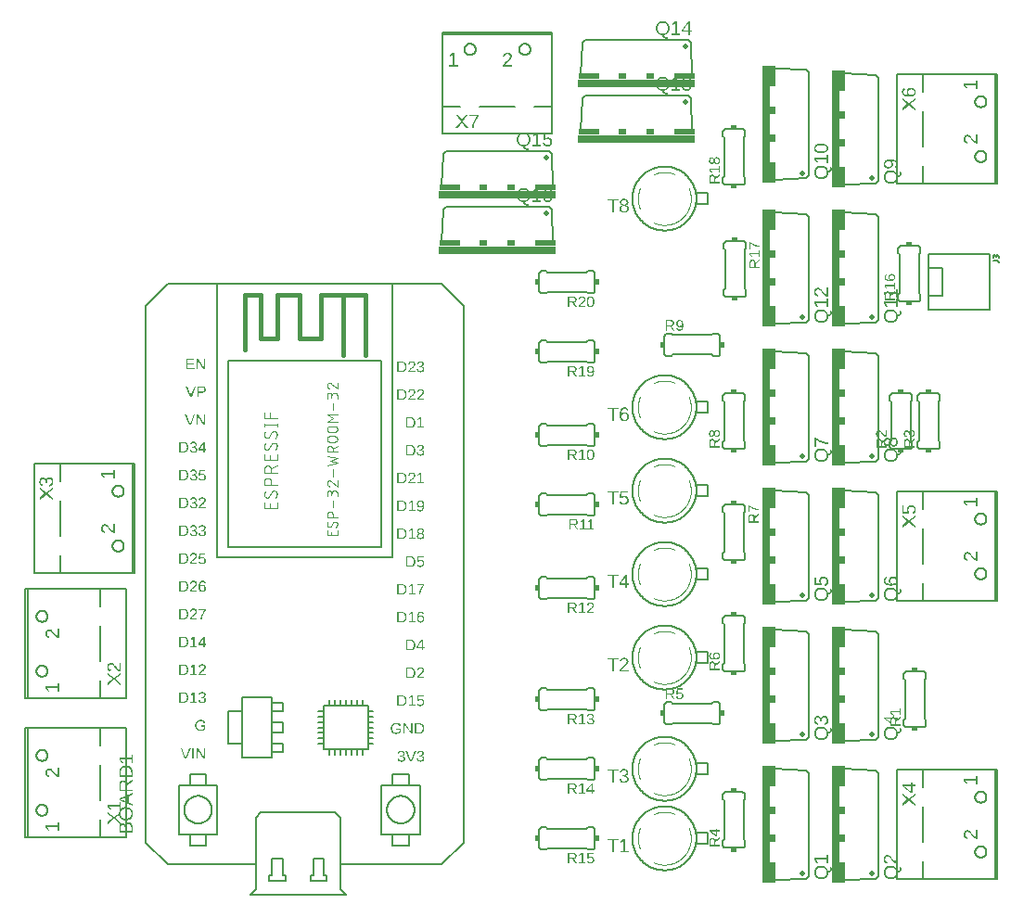
<source format=gbr>
G04 EAGLE Gerber RS-274X export*
G75*
%MOMM*%
%FSLAX34Y34*%
%LPD*%
%INSilkscreen Top*%
%IPPOS*%
%AMOC8*
5,1,8,0,0,1.08239X$1,22.5*%
G01*
G04 Define Apertures*
%ADD10C,0.127000*%
%ADD11C,0.406400*%
%ADD12C,0.101600*%
%ADD13C,0.076200*%
%ADD14C,0.152400*%
%ADD15C,0.508000*%
%ADD16R,0.762000X10.668000*%
%ADD17R,0.508000X1.905000*%
%ADD18R,0.508000X0.762000*%
%ADD19R,0.508000X0.381000*%
%ADD20R,0.381000X0.508000*%
%ADD21C,0.050800*%
%ADD22R,10.668000X0.762000*%
%ADD23R,1.905000X0.508000*%
%ADD24R,0.762000X0.508000*%
G36*
X331399Y108000D02*
X331034Y108011D01*
X330688Y108042D01*
X330360Y108095D01*
X330052Y108169D01*
X329762Y108264D01*
X329492Y108380D01*
X329240Y108517D01*
X329007Y108676D01*
X328795Y108855D01*
X328606Y109054D01*
X328440Y109274D01*
X328296Y109514D01*
X328174Y109774D01*
X328076Y110054D01*
X328000Y110355D01*
X327946Y110675D01*
X329249Y110794D01*
X329287Y110582D01*
X329338Y110384D01*
X329401Y110199D01*
X329478Y110028D01*
X329567Y109871D01*
X329670Y109727D01*
X329785Y109597D01*
X329913Y109481D01*
X330053Y109379D01*
X330207Y109290D01*
X330374Y109214D01*
X330553Y109153D01*
X330745Y109105D01*
X330950Y109071D01*
X331168Y109050D01*
X331399Y109043D01*
X331631Y109051D01*
X331850Y109073D01*
X332056Y109109D01*
X332249Y109161D01*
X332430Y109227D01*
X332597Y109307D01*
X332752Y109403D01*
X332894Y109513D01*
X333022Y109637D01*
X333132Y109776D01*
X333225Y109929D01*
X333302Y110096D01*
X333361Y110277D01*
X333403Y110473D01*
X333429Y110682D01*
X333437Y110906D01*
X333428Y111102D01*
X333399Y111287D01*
X333350Y111461D01*
X333282Y111624D01*
X333195Y111775D01*
X333089Y111916D01*
X332963Y112045D01*
X332817Y112164D01*
X332654Y112270D01*
X332473Y112361D01*
X332275Y112439D01*
X332060Y112502D01*
X331828Y112552D01*
X331578Y112587D01*
X331312Y112608D01*
X331028Y112615D01*
X330314Y112615D01*
X330314Y113708D01*
X331000Y113708D01*
X331252Y113715D01*
X331489Y113736D01*
X331712Y113772D01*
X331920Y113821D01*
X332114Y113884D01*
X332293Y113962D01*
X332457Y114054D01*
X332607Y114160D01*
X332741Y114278D01*
X332857Y114407D01*
X332955Y114547D01*
X333035Y114698D01*
X333098Y114860D01*
X333142Y115032D01*
X333169Y115216D01*
X333178Y115410D01*
X333171Y115603D01*
X333149Y115785D01*
X333113Y115957D01*
X333062Y116118D01*
X332996Y116269D01*
X332916Y116410D01*
X332822Y116540D01*
X332712Y116660D01*
X332589Y116768D01*
X332451Y116861D01*
X332300Y116940D01*
X332134Y117004D01*
X331954Y117054D01*
X331760Y117090D01*
X331551Y117112D01*
X331329Y117119D01*
X331126Y117112D01*
X330932Y117092D01*
X330749Y117059D01*
X330575Y117012D01*
X330412Y116952D01*
X330258Y116879D01*
X330115Y116792D01*
X329981Y116692D01*
X329859Y116579D01*
X329750Y116456D01*
X329655Y116322D01*
X329574Y116177D01*
X329506Y116021D01*
X329451Y115854D01*
X329410Y115676D01*
X329382Y115487D01*
X328114Y115585D01*
X328161Y115880D01*
X328230Y116158D01*
X328321Y116419D01*
X328436Y116664D01*
X328573Y116892D01*
X328732Y117103D01*
X328915Y117298D01*
X329119Y117476D01*
X329343Y117635D01*
X329583Y117773D01*
X329838Y117890D01*
X330108Y117986D01*
X330394Y118060D01*
X330695Y118113D01*
X331011Y118145D01*
X331343Y118155D01*
X331704Y118145D01*
X332044Y118112D01*
X332364Y118058D01*
X332662Y117983D01*
X332941Y117886D01*
X333198Y117767D01*
X333435Y117627D01*
X333651Y117466D01*
X333844Y117285D01*
X334011Y117087D01*
X334152Y116872D01*
X334268Y116640D01*
X334358Y116391D01*
X334422Y116125D01*
X334461Y115843D01*
X334474Y115543D01*
X334466Y115312D01*
X334441Y115092D01*
X334399Y114884D01*
X334342Y114686D01*
X334267Y114499D01*
X334176Y114324D01*
X334069Y114159D01*
X333945Y114006D01*
X333805Y113864D01*
X333651Y113734D01*
X333481Y113615D01*
X333296Y113509D01*
X333097Y113415D01*
X332882Y113333D01*
X332652Y113262D01*
X332408Y113204D01*
X332408Y113176D01*
X332677Y113138D01*
X332930Y113085D01*
X333169Y113016D01*
X333392Y112931D01*
X333599Y112830D01*
X333792Y112713D01*
X333969Y112581D01*
X334131Y112433D01*
X334275Y112272D01*
X334400Y112102D01*
X334506Y111921D01*
X334593Y111729D01*
X334660Y111528D01*
X334708Y111317D01*
X334737Y111096D01*
X334747Y110864D01*
X334733Y110533D01*
X334693Y110220D01*
X334625Y109927D01*
X334530Y109653D01*
X334408Y109398D01*
X334258Y109163D01*
X334082Y108946D01*
X333879Y108749D01*
X333650Y108574D01*
X333398Y108421D01*
X333123Y108293D01*
X332824Y108187D01*
X332503Y108105D01*
X332158Y108047D01*
X331790Y108012D01*
X331399Y108000D01*
G37*
G36*
X348930Y108000D02*
X348565Y108011D01*
X348219Y108042D01*
X347891Y108095D01*
X347583Y108169D01*
X347294Y108264D01*
X347023Y108380D01*
X346771Y108517D01*
X346539Y108676D01*
X346327Y108855D01*
X346137Y109054D01*
X345971Y109274D01*
X345827Y109514D01*
X345706Y109774D01*
X345607Y110054D01*
X345531Y110355D01*
X345478Y110675D01*
X346780Y110794D01*
X346818Y110582D01*
X346869Y110384D01*
X346933Y110199D01*
X347009Y110028D01*
X347099Y109871D01*
X347201Y109727D01*
X347316Y109597D01*
X347444Y109481D01*
X347585Y109379D01*
X347738Y109290D01*
X347905Y109214D01*
X348084Y109153D01*
X348277Y109105D01*
X348482Y109071D01*
X348700Y109050D01*
X348930Y109043D01*
X349162Y109051D01*
X349381Y109073D01*
X349587Y109109D01*
X349780Y109161D01*
X349961Y109227D01*
X350129Y109307D01*
X350284Y109403D01*
X350426Y109513D01*
X350553Y109637D01*
X350663Y109776D01*
X350756Y109929D01*
X350833Y110096D01*
X350892Y110277D01*
X350935Y110473D01*
X350960Y110682D01*
X350969Y110906D01*
X350959Y111102D01*
X350930Y111287D01*
X350881Y111461D01*
X350814Y111624D01*
X350726Y111775D01*
X350620Y111916D01*
X350494Y112045D01*
X350349Y112164D01*
X350185Y112270D01*
X350004Y112361D01*
X349806Y112439D01*
X349591Y112502D01*
X349359Y112552D01*
X349110Y112587D01*
X348843Y112608D01*
X348559Y112615D01*
X347845Y112615D01*
X347845Y113708D01*
X348531Y113708D01*
X348783Y113715D01*
X349020Y113736D01*
X349243Y113772D01*
X349451Y113821D01*
X349645Y113884D01*
X349824Y113962D01*
X349989Y114054D01*
X350139Y114160D01*
X350272Y114278D01*
X350388Y114407D01*
X350486Y114547D01*
X350567Y114698D01*
X350629Y114860D01*
X350674Y115032D01*
X350700Y115216D01*
X350709Y115410D01*
X350702Y115603D01*
X350680Y115785D01*
X350644Y115957D01*
X350593Y116118D01*
X350527Y116269D01*
X350447Y116410D01*
X350353Y116540D01*
X350244Y116660D01*
X350120Y116768D01*
X349983Y116861D01*
X349831Y116940D01*
X349665Y117004D01*
X349485Y117054D01*
X349291Y117090D01*
X349083Y117112D01*
X348860Y117119D01*
X348657Y117112D01*
X348464Y117092D01*
X348280Y117059D01*
X348107Y117012D01*
X347943Y116952D01*
X347789Y116879D01*
X347646Y116792D01*
X347512Y116692D01*
X347390Y116579D01*
X347282Y116456D01*
X347187Y116322D01*
X347105Y116177D01*
X347037Y116021D01*
X346982Y115854D01*
X346941Y115676D01*
X346913Y115487D01*
X345646Y115585D01*
X345692Y115880D01*
X345761Y116158D01*
X345853Y116419D01*
X345967Y116664D01*
X346104Y116892D01*
X346264Y117103D01*
X346446Y117298D01*
X346651Y117476D01*
X346875Y117635D01*
X347114Y117773D01*
X347369Y117890D01*
X347639Y117986D01*
X347925Y118060D01*
X348226Y118113D01*
X348542Y118145D01*
X348874Y118155D01*
X349235Y118145D01*
X349575Y118112D01*
X349895Y118058D01*
X350194Y117983D01*
X350472Y117886D01*
X350729Y117767D01*
X350966Y117627D01*
X351182Y117466D01*
X351375Y117285D01*
X351542Y117087D01*
X351684Y116872D01*
X351799Y116640D01*
X351889Y116391D01*
X351954Y116125D01*
X351992Y115843D01*
X352005Y115543D01*
X351997Y115312D01*
X351972Y115092D01*
X351931Y114884D01*
X351873Y114686D01*
X351799Y114499D01*
X351708Y114324D01*
X351600Y114159D01*
X351476Y114006D01*
X351337Y113864D01*
X351182Y113734D01*
X351012Y113615D01*
X350828Y113509D01*
X350628Y113415D01*
X350413Y113333D01*
X350184Y113262D01*
X349939Y113204D01*
X349939Y113176D01*
X350208Y113138D01*
X350462Y113085D01*
X350700Y113016D01*
X350923Y112931D01*
X351131Y112830D01*
X351323Y112713D01*
X351500Y112581D01*
X351662Y112433D01*
X351806Y112272D01*
X351932Y112102D01*
X352037Y111921D01*
X352124Y111729D01*
X352192Y111528D01*
X352240Y111317D01*
X352269Y111096D01*
X352278Y110864D01*
X352265Y110533D01*
X352224Y110220D01*
X352156Y109927D01*
X352061Y109653D01*
X351939Y109398D01*
X351790Y109163D01*
X351613Y108946D01*
X351410Y108749D01*
X351181Y108574D01*
X350929Y108421D01*
X350654Y108293D01*
X350356Y108187D01*
X350034Y108105D01*
X349689Y108047D01*
X349322Y108012D01*
X348930Y108000D01*
G37*
G36*
X340846Y108140D02*
X339459Y108140D01*
X335432Y118008D01*
X336840Y118008D01*
X339571Y111061D01*
X340159Y109317D01*
X340748Y111061D01*
X343465Y118008D01*
X344873Y118008D01*
X340846Y108140D01*
G37*
G36*
X347424Y133540D02*
X343733Y133540D01*
X343733Y143408D01*
X346997Y143408D01*
X347606Y143389D01*
X348179Y143330D01*
X348716Y143232D01*
X349218Y143094D01*
X349684Y142917D01*
X350114Y142701D01*
X350508Y142446D01*
X350866Y142151D01*
X351186Y141820D01*
X351462Y141456D01*
X351696Y141059D01*
X351888Y140629D01*
X352037Y140165D01*
X352143Y139669D01*
X352207Y139139D01*
X352228Y138576D01*
X352219Y138200D01*
X352191Y137836D01*
X352145Y137484D01*
X352080Y137144D01*
X351996Y136816D01*
X351894Y136500D01*
X351773Y136196D01*
X351633Y135904D01*
X351477Y135626D01*
X351304Y135365D01*
X351117Y135120D01*
X350914Y134893D01*
X350695Y134682D01*
X350460Y134487D01*
X350211Y134310D01*
X349945Y134149D01*
X349667Y134007D01*
X349378Y133883D01*
X349079Y133778D01*
X348769Y133692D01*
X348448Y133626D01*
X348117Y133578D01*
X347776Y133550D01*
X347424Y133540D01*
G37*
%LPC*%
G36*
X347270Y134612D02*
X347537Y134619D01*
X347796Y134641D01*
X348047Y134679D01*
X348290Y134731D01*
X348524Y134798D01*
X348750Y134879D01*
X348968Y134976D01*
X349178Y135088D01*
X349378Y135213D01*
X349566Y135352D01*
X349742Y135504D01*
X349906Y135669D01*
X350058Y135847D01*
X350198Y136039D01*
X350326Y136243D01*
X350443Y136461D01*
X350546Y136690D01*
X350636Y136929D01*
X350711Y137178D01*
X350773Y137438D01*
X350822Y137707D01*
X350856Y137987D01*
X350877Y138276D01*
X350884Y138576D01*
X350868Y139021D01*
X350821Y139439D01*
X350742Y139829D01*
X350632Y140193D01*
X350491Y140529D01*
X350318Y140838D01*
X350114Y141119D01*
X349879Y141374D01*
X349613Y141599D01*
X349320Y141795D01*
X348998Y141961D01*
X348649Y142096D01*
X348271Y142201D01*
X347865Y142277D01*
X347431Y142322D01*
X346969Y142337D01*
X345071Y142337D01*
X345071Y134612D01*
X347270Y134612D01*
G37*
%LPD*%
G36*
X334580Y133540D02*
X333389Y133540D01*
X333389Y143408D01*
X334944Y143408D01*
X340281Y134948D01*
X340218Y136131D01*
X340197Y136937D01*
X340197Y143408D01*
X341401Y143408D01*
X341401Y133540D01*
X339791Y133540D01*
X334510Y141945D01*
X334545Y141265D01*
X334580Y140096D01*
X334580Y133540D01*
G37*
G36*
X326750Y133400D02*
X326370Y133410D01*
X326003Y133438D01*
X325650Y133487D01*
X325309Y133554D01*
X324982Y133641D01*
X324669Y133747D01*
X324369Y133872D01*
X324082Y134016D01*
X323810Y134179D01*
X323555Y134358D01*
X323316Y134555D01*
X323093Y134768D01*
X322888Y134999D01*
X322698Y135246D01*
X322526Y135510D01*
X322369Y135792D01*
X322231Y136088D01*
X322111Y136397D01*
X322009Y136719D01*
X321926Y137053D01*
X321861Y137401D01*
X321815Y137761D01*
X321787Y138134D01*
X321778Y138520D01*
X321798Y139103D01*
X321858Y139653D01*
X321959Y140169D01*
X322100Y140651D01*
X322281Y141099D01*
X322503Y141512D01*
X322764Y141893D01*
X323066Y142239D01*
X323405Y142547D01*
X323776Y142815D01*
X324180Y143041D01*
X324616Y143226D01*
X325085Y143370D01*
X325586Y143473D01*
X326121Y143535D01*
X326687Y143555D01*
X327087Y143547D01*
X327468Y143521D01*
X327830Y143478D01*
X328172Y143417D01*
X328495Y143339D01*
X328799Y143244D01*
X329083Y143132D01*
X329349Y143002D01*
X329597Y142853D01*
X329831Y142684D01*
X330050Y142494D01*
X330254Y142282D01*
X330444Y142051D01*
X330619Y141798D01*
X330779Y141524D01*
X330925Y141230D01*
X329650Y140852D01*
X329420Y141244D01*
X329290Y141418D01*
X329150Y141579D01*
X329000Y141725D01*
X328840Y141857D01*
X328671Y141974D01*
X328491Y142078D01*
X328300Y142168D01*
X328099Y142246D01*
X327886Y142312D01*
X327662Y142367D01*
X327426Y142409D01*
X327180Y142439D01*
X326922Y142457D01*
X326652Y142463D01*
X326238Y142447D01*
X325848Y142398D01*
X325484Y142318D01*
X325145Y142205D01*
X324831Y142059D01*
X324542Y141882D01*
X324278Y141672D01*
X324040Y141430D01*
X323828Y141158D01*
X323645Y140860D01*
X323489Y140536D01*
X323362Y140186D01*
X323263Y139809D01*
X323193Y139405D01*
X323150Y138976D01*
X323136Y138520D01*
X323151Y138064D01*
X323196Y137634D01*
X323271Y137228D01*
X323376Y136847D01*
X323511Y136490D01*
X323676Y136158D01*
X323871Y135850D01*
X324096Y135568D01*
X324347Y135314D01*
X324622Y135094D01*
X324919Y134908D01*
X325239Y134756D01*
X325583Y134638D01*
X325949Y134553D01*
X326338Y134502D01*
X326750Y134486D01*
X327225Y134504D01*
X327684Y134559D01*
X328127Y134651D01*
X328554Y134780D01*
X328952Y134940D01*
X329311Y135126D01*
X329630Y135339D01*
X329909Y135578D01*
X329909Y137357D01*
X326960Y137357D01*
X326960Y138478D01*
X331142Y138478D01*
X331142Y135074D01*
X330727Y134697D01*
X330269Y134366D01*
X329766Y134079D01*
X329219Y133838D01*
X328932Y133735D01*
X328638Y133646D01*
X328338Y133571D01*
X328033Y133509D01*
X327721Y133462D01*
X327404Y133427D01*
X327080Y133407D01*
X326750Y133400D01*
G37*
G36*
X331486Y158940D02*
X327795Y158940D01*
X327795Y168808D01*
X331059Y168808D01*
X331668Y168789D01*
X332241Y168730D01*
X332779Y168632D01*
X333280Y168494D01*
X333746Y168317D01*
X334176Y168101D01*
X334570Y167846D01*
X334929Y167551D01*
X335248Y167220D01*
X335525Y166856D01*
X335759Y166459D01*
X335950Y166029D01*
X336099Y165565D01*
X336206Y165069D01*
X336270Y164539D01*
X336291Y163976D01*
X336282Y163600D01*
X336254Y163236D01*
X336207Y162884D01*
X336142Y162544D01*
X336058Y162216D01*
X335956Y161900D01*
X335835Y161596D01*
X335696Y161304D01*
X335539Y161026D01*
X335367Y160765D01*
X335179Y160520D01*
X334976Y160293D01*
X334757Y160082D01*
X334523Y159887D01*
X334273Y159710D01*
X334008Y159549D01*
X333729Y159407D01*
X333440Y159283D01*
X333141Y159178D01*
X332831Y159092D01*
X332511Y159026D01*
X332180Y158978D01*
X331838Y158950D01*
X331486Y158940D01*
G37*
%LPC*%
G36*
X331332Y160012D02*
X331600Y160019D01*
X331859Y160041D01*
X332110Y160079D01*
X332352Y160131D01*
X332587Y160198D01*
X332813Y160279D01*
X333031Y160376D01*
X333241Y160488D01*
X333441Y160613D01*
X333628Y160752D01*
X333804Y160904D01*
X333968Y161069D01*
X334120Y161247D01*
X334261Y161439D01*
X334389Y161643D01*
X334505Y161861D01*
X334608Y162090D01*
X334698Y162329D01*
X334774Y162578D01*
X334836Y162838D01*
X334884Y163107D01*
X334919Y163387D01*
X334939Y163676D01*
X334946Y163976D01*
X334931Y164421D01*
X334883Y164839D01*
X334805Y165229D01*
X334695Y165593D01*
X334554Y165929D01*
X334381Y166238D01*
X334177Y166519D01*
X333941Y166774D01*
X333676Y166999D01*
X333382Y167195D01*
X333061Y167361D01*
X332711Y167496D01*
X332333Y167601D01*
X331927Y167677D01*
X331493Y167722D01*
X331031Y167737D01*
X329133Y167737D01*
X329133Y160012D01*
X331332Y160012D01*
G37*
%LPD*%
G36*
X348804Y158800D02*
X348468Y158809D01*
X348148Y158838D01*
X347844Y158885D01*
X347558Y158951D01*
X347288Y159035D01*
X347034Y159139D01*
X346797Y159261D01*
X346577Y159402D01*
X346375Y159561D01*
X346192Y159737D01*
X346029Y159930D01*
X345886Y160139D01*
X345761Y160366D01*
X345657Y160609D01*
X345571Y160869D01*
X345506Y161146D01*
X346780Y161293D01*
X346900Y160950D01*
X347058Y160653D01*
X347256Y160401D01*
X347493Y160195D01*
X347769Y160035D01*
X348084Y159921D01*
X348439Y159852D01*
X348832Y159829D01*
X349079Y159839D01*
X349313Y159868D01*
X349532Y159916D01*
X349738Y159983D01*
X349929Y160069D01*
X350107Y160174D01*
X350272Y160299D01*
X350422Y160442D01*
X350557Y160603D01*
X350673Y160777D01*
X350772Y160966D01*
X350853Y161170D01*
X350916Y161388D01*
X350961Y161620D01*
X350988Y161866D01*
X350997Y162127D01*
X350987Y162354D01*
X350960Y162570D01*
X350915Y162775D01*
X350852Y162969D01*
X350771Y163152D01*
X350672Y163323D01*
X350554Y163483D01*
X350419Y163633D01*
X350268Y163767D01*
X350105Y163884D01*
X349929Y163983D01*
X349740Y164063D01*
X349539Y164126D01*
X349325Y164171D01*
X349099Y164198D01*
X348860Y164207D01*
X348609Y164197D01*
X348367Y164167D01*
X348133Y164116D01*
X347908Y164046D01*
X347687Y163951D01*
X347467Y163829D01*
X347246Y163678D01*
X347025Y163499D01*
X345793Y163499D01*
X346122Y168808D01*
X351732Y168808D01*
X351732Y167737D01*
X347271Y167737D01*
X347081Y164606D01*
X347293Y164754D01*
X347516Y164882D01*
X347752Y164990D01*
X348001Y165079D01*
X348262Y165148D01*
X348535Y165197D01*
X348821Y165227D01*
X349120Y165236D01*
X349474Y165223D01*
X349811Y165183D01*
X350129Y165116D01*
X350428Y165023D01*
X350709Y164903D01*
X350972Y164756D01*
X351216Y164582D01*
X351441Y164382D01*
X351644Y164160D01*
X351820Y163922D01*
X351968Y163668D01*
X352090Y163398D01*
X352185Y163111D01*
X352252Y162809D01*
X352293Y162490D01*
X352306Y162155D01*
X352292Y161775D01*
X352248Y161415D01*
X352176Y161077D01*
X352074Y160759D01*
X351944Y160462D01*
X351784Y160186D01*
X351596Y159931D01*
X351378Y159696D01*
X351135Y159486D01*
X350869Y159304D01*
X350581Y159150D01*
X350271Y159024D01*
X349938Y158926D01*
X349582Y158856D01*
X349205Y158814D01*
X348804Y158800D01*
G37*
G36*
X344239Y158940D02*
X338055Y158940D01*
X338055Y160012D01*
X340569Y160012D01*
X340569Y167604D01*
X338342Y166014D01*
X338342Y167204D01*
X340675Y168808D01*
X341837Y168808D01*
X341837Y160012D01*
X344239Y160012D01*
X344239Y158940D01*
G37*
G36*
X339455Y184340D02*
X335764Y184340D01*
X335764Y194208D01*
X339028Y194208D01*
X339637Y194189D01*
X340210Y194130D01*
X340747Y194032D01*
X341249Y193894D01*
X341715Y193717D01*
X342145Y193501D01*
X342539Y193246D01*
X342897Y192951D01*
X343217Y192620D01*
X343493Y192256D01*
X343728Y191859D01*
X343919Y191429D01*
X344068Y190965D01*
X344175Y190469D01*
X344238Y189939D01*
X344260Y189376D01*
X344250Y189000D01*
X344223Y188636D01*
X344176Y188284D01*
X344111Y187944D01*
X344027Y187616D01*
X343925Y187300D01*
X343804Y186996D01*
X343664Y186704D01*
X343508Y186426D01*
X343336Y186165D01*
X343148Y185920D01*
X342945Y185693D01*
X342726Y185482D01*
X342492Y185287D01*
X342242Y185110D01*
X341976Y184949D01*
X341698Y184807D01*
X341409Y184683D01*
X341110Y184578D01*
X340800Y184492D01*
X340479Y184426D01*
X340149Y184378D01*
X339807Y184350D01*
X339455Y184340D01*
G37*
%LPC*%
G36*
X339301Y185412D02*
X339568Y185419D01*
X339827Y185441D01*
X340078Y185479D01*
X340321Y185531D01*
X340555Y185598D01*
X340782Y185679D01*
X341000Y185776D01*
X341210Y185888D01*
X341409Y186013D01*
X341597Y186152D01*
X341773Y186304D01*
X341937Y186469D01*
X342089Y186647D01*
X342229Y186839D01*
X342357Y187043D01*
X342474Y187261D01*
X342577Y187490D01*
X342667Y187729D01*
X342743Y187978D01*
X342805Y188238D01*
X342853Y188507D01*
X342887Y188787D01*
X342908Y189076D01*
X342915Y189376D01*
X342899Y189821D01*
X342852Y190239D01*
X342774Y190629D01*
X342664Y190993D01*
X342522Y191329D01*
X342350Y191638D01*
X342146Y191919D01*
X341910Y192174D01*
X341645Y192399D01*
X341351Y192595D01*
X341030Y192761D01*
X340680Y192896D01*
X340302Y193001D01*
X339896Y193077D01*
X339462Y193122D01*
X339000Y193137D01*
X337102Y193137D01*
X337102Y185412D01*
X339301Y185412D01*
G37*
%LPD*%
G36*
X352187Y184340D02*
X345653Y184340D01*
X345653Y185229D01*
X345841Y185627D01*
X346049Y186001D01*
X346277Y186350D01*
X346525Y186676D01*
X347053Y187273D01*
X347607Y187810D01*
X348171Y188300D01*
X348731Y188752D01*
X349260Y189187D01*
X349736Y189621D01*
X349949Y189841D01*
X350141Y190066D01*
X350312Y190296D01*
X350461Y190531D01*
X350582Y190777D01*
X350668Y191039D01*
X350720Y191317D01*
X350737Y191610D01*
X350730Y191807D01*
X350708Y191993D01*
X350670Y192168D01*
X350618Y192331D01*
X350551Y192483D01*
X350469Y192624D01*
X350373Y192753D01*
X350261Y192871D01*
X350136Y192976D01*
X350000Y193067D01*
X349852Y193144D01*
X349692Y193207D01*
X349521Y193256D01*
X349338Y193291D01*
X349143Y193312D01*
X348937Y193319D01*
X348740Y193312D01*
X348552Y193291D01*
X348373Y193257D01*
X348203Y193209D01*
X348041Y193148D01*
X347889Y193073D01*
X347610Y192881D01*
X347486Y192766D01*
X347376Y192640D01*
X347279Y192503D01*
X347196Y192355D01*
X347126Y192196D01*
X347070Y192026D01*
X347027Y191844D01*
X346997Y191652D01*
X345709Y191771D01*
X345755Y192059D01*
X345824Y192333D01*
X345916Y192591D01*
X346030Y192834D01*
X346167Y193062D01*
X346327Y193275D01*
X346509Y193472D01*
X346714Y193655D01*
X346938Y193819D01*
X347177Y193961D01*
X347432Y194082D01*
X347702Y194180D01*
X347988Y194257D01*
X348289Y194312D01*
X348605Y194344D01*
X348937Y194355D01*
X349300Y194344D01*
X349640Y194311D01*
X349959Y194256D01*
X350257Y194179D01*
X350533Y194080D01*
X350787Y193959D01*
X351020Y193817D01*
X351231Y193652D01*
X351419Y193466D01*
X351582Y193263D01*
X351720Y193040D01*
X351833Y192800D01*
X351920Y192541D01*
X351983Y192263D01*
X352021Y191967D01*
X352033Y191652D01*
X352017Y191365D01*
X351967Y191079D01*
X351885Y190794D01*
X351770Y190510D01*
X351623Y190227D01*
X351444Y189943D01*
X351233Y189659D01*
X350990Y189376D01*
X350671Y189053D01*
X350235Y188653D01*
X349680Y188174D01*
X349007Y187618D01*
X348284Y186992D01*
X347984Y186703D01*
X347726Y186431D01*
X347504Y186169D01*
X347316Y185911D01*
X347161Y185659D01*
X347039Y185412D01*
X352187Y185412D01*
X352187Y184340D01*
G37*
G36*
X339455Y209740D02*
X335764Y209740D01*
X335764Y219608D01*
X339028Y219608D01*
X339637Y219589D01*
X340210Y219530D01*
X340747Y219432D01*
X341249Y219294D01*
X341715Y219117D01*
X342145Y218901D01*
X342539Y218646D01*
X342897Y218351D01*
X343217Y218020D01*
X343493Y217656D01*
X343728Y217259D01*
X343919Y216829D01*
X344068Y216365D01*
X344175Y215869D01*
X344238Y215339D01*
X344260Y214776D01*
X344250Y214400D01*
X344223Y214036D01*
X344176Y213684D01*
X344111Y213344D01*
X344027Y213016D01*
X343925Y212700D01*
X343804Y212396D01*
X343664Y212104D01*
X343508Y211826D01*
X343336Y211565D01*
X343148Y211320D01*
X342945Y211093D01*
X342726Y210882D01*
X342492Y210687D01*
X342242Y210510D01*
X341976Y210349D01*
X341698Y210207D01*
X341409Y210083D01*
X341110Y209978D01*
X340800Y209892D01*
X340479Y209826D01*
X340149Y209778D01*
X339807Y209750D01*
X339455Y209740D01*
G37*
%LPC*%
G36*
X339301Y210812D02*
X339568Y210819D01*
X339827Y210841D01*
X340078Y210879D01*
X340321Y210931D01*
X340555Y210998D01*
X340782Y211079D01*
X341000Y211176D01*
X341210Y211288D01*
X341409Y211413D01*
X341597Y211552D01*
X341773Y211704D01*
X341937Y211869D01*
X342089Y212047D01*
X342229Y212239D01*
X342357Y212443D01*
X342474Y212661D01*
X342577Y212890D01*
X342667Y213129D01*
X342743Y213378D01*
X342805Y213638D01*
X342853Y213907D01*
X342887Y214187D01*
X342908Y214476D01*
X342915Y214776D01*
X342899Y215221D01*
X342852Y215639D01*
X342774Y216029D01*
X342664Y216393D01*
X342522Y216729D01*
X342350Y217038D01*
X342146Y217319D01*
X341910Y217574D01*
X341645Y217799D01*
X341351Y217995D01*
X341030Y218161D01*
X340680Y218296D01*
X340302Y218401D01*
X339896Y218477D01*
X339462Y218522D01*
X339000Y218537D01*
X337102Y218537D01*
X337102Y210812D01*
X339301Y210812D01*
G37*
%LPD*%
G36*
X351102Y209740D02*
X349911Y209740D01*
X349911Y211974D01*
X345260Y211974D01*
X345260Y212955D01*
X349778Y219608D01*
X351102Y219608D01*
X351102Y212969D01*
X352488Y212969D01*
X352488Y211974D01*
X351102Y211974D01*
X351102Y209740D01*
G37*
%LPC*%
G36*
X349911Y212969D02*
X349911Y218187D01*
X349715Y217815D01*
X349442Y217353D01*
X346913Y213627D01*
X346535Y213109D01*
X346423Y212969D01*
X349911Y212969D01*
G37*
%LPD*%
G36*
X331486Y235140D02*
X327795Y235140D01*
X327795Y245008D01*
X331059Y245008D01*
X331668Y244989D01*
X332241Y244930D01*
X332779Y244832D01*
X333280Y244694D01*
X333746Y244517D01*
X334176Y244301D01*
X334570Y244046D01*
X334929Y243751D01*
X335248Y243420D01*
X335525Y243056D01*
X335759Y242659D01*
X335950Y242229D01*
X336099Y241765D01*
X336206Y241269D01*
X336270Y240739D01*
X336291Y240176D01*
X336282Y239800D01*
X336254Y239436D01*
X336207Y239084D01*
X336142Y238744D01*
X336058Y238416D01*
X335956Y238100D01*
X335835Y237796D01*
X335696Y237504D01*
X335539Y237226D01*
X335367Y236965D01*
X335179Y236720D01*
X334976Y236493D01*
X334757Y236282D01*
X334523Y236087D01*
X334273Y235910D01*
X334008Y235749D01*
X333729Y235607D01*
X333440Y235483D01*
X333141Y235378D01*
X332831Y235292D01*
X332511Y235226D01*
X332180Y235178D01*
X331838Y235150D01*
X331486Y235140D01*
G37*
%LPC*%
G36*
X331332Y236212D02*
X331600Y236219D01*
X331859Y236241D01*
X332110Y236279D01*
X332352Y236331D01*
X332587Y236398D01*
X332813Y236479D01*
X333031Y236576D01*
X333241Y236688D01*
X333441Y236813D01*
X333628Y236952D01*
X333804Y237104D01*
X333968Y237269D01*
X334120Y237447D01*
X334261Y237639D01*
X334389Y237843D01*
X334505Y238061D01*
X334608Y238290D01*
X334698Y238529D01*
X334774Y238778D01*
X334836Y239038D01*
X334884Y239307D01*
X334919Y239587D01*
X334939Y239876D01*
X334946Y240176D01*
X334931Y240621D01*
X334883Y241039D01*
X334805Y241429D01*
X334695Y241793D01*
X334554Y242129D01*
X334381Y242438D01*
X334177Y242719D01*
X333941Y242974D01*
X333676Y243199D01*
X333382Y243395D01*
X333061Y243561D01*
X332711Y243696D01*
X332333Y243801D01*
X331927Y243877D01*
X331493Y243922D01*
X331031Y243937D01*
X329133Y243937D01*
X329133Y236212D01*
X331332Y236212D01*
G37*
%LPD*%
G36*
X349091Y235000D02*
X348687Y235019D01*
X348307Y235077D01*
X347952Y235174D01*
X347621Y235310D01*
X347314Y235484D01*
X347032Y235697D01*
X346775Y235949D01*
X346542Y236240D01*
X346335Y236567D01*
X346156Y236930D01*
X346004Y237328D01*
X345880Y237761D01*
X345784Y238230D01*
X345715Y238733D01*
X345673Y239272D01*
X345660Y239847D01*
X345674Y240469D01*
X345717Y241054D01*
X345789Y241602D01*
X345889Y242112D01*
X346018Y242586D01*
X346176Y243022D01*
X346362Y243421D01*
X346577Y243783D01*
X346819Y244104D01*
X347084Y244383D01*
X347375Y244619D01*
X347689Y244812D01*
X348028Y244962D01*
X348391Y245070D01*
X348778Y245134D01*
X349190Y245155D01*
X349462Y245148D01*
X349722Y245124D01*
X349969Y245085D01*
X350203Y245030D01*
X350425Y244959D01*
X350633Y244873D01*
X350828Y244771D01*
X351011Y244653D01*
X351180Y244519D01*
X351337Y244370D01*
X351480Y244205D01*
X351611Y244025D01*
X351729Y243828D01*
X351834Y243616D01*
X351926Y243389D01*
X352005Y243145D01*
X350800Y242928D01*
X350694Y243211D01*
X350560Y243455D01*
X350398Y243662D01*
X350209Y243832D01*
X349992Y243963D01*
X349747Y244058D01*
X349475Y244114D01*
X349176Y244133D01*
X348914Y244117D01*
X348667Y244070D01*
X348435Y243992D01*
X348219Y243882D01*
X348017Y243740D01*
X347831Y243568D01*
X347661Y243363D01*
X347505Y243128D01*
X347366Y242862D01*
X347246Y242569D01*
X347145Y242247D01*
X347061Y241898D01*
X346997Y241520D01*
X346950Y241114D01*
X346923Y240680D01*
X346913Y240218D01*
X347102Y240517D01*
X347327Y240779D01*
X347586Y241002D01*
X347880Y241188D01*
X348203Y241333D01*
X348549Y241437D01*
X348917Y241500D01*
X349309Y241520D01*
X349641Y241507D01*
X349956Y241467D01*
X350254Y241400D01*
X350533Y241307D01*
X350796Y241187D01*
X351040Y241040D01*
X351267Y240866D01*
X351476Y240666D01*
X351664Y240443D01*
X351827Y240202D01*
X351965Y239942D01*
X352078Y239664D01*
X352165Y239368D01*
X352228Y239053D01*
X352266Y238720D01*
X352278Y238369D01*
X352265Y237989D01*
X352225Y237629D01*
X352159Y237290D01*
X352066Y236971D01*
X351947Y236674D01*
X351802Y236396D01*
X351629Y236140D01*
X351431Y235903D01*
X351209Y235692D01*
X350967Y235508D01*
X350705Y235353D01*
X350422Y235226D01*
X350120Y235127D01*
X349797Y235056D01*
X349454Y235014D01*
X349091Y235000D01*
G37*
%LPC*%
G36*
X349049Y236015D02*
X349271Y236025D01*
X349480Y236054D01*
X349677Y236102D01*
X349862Y236169D01*
X350034Y236255D01*
X350195Y236360D01*
X350343Y236485D01*
X350478Y236628D01*
X350600Y236789D01*
X350705Y236963D01*
X350794Y237152D01*
X350867Y237356D01*
X350924Y237574D01*
X350964Y237806D01*
X350988Y238052D01*
X350997Y238313D01*
X350988Y238573D01*
X350964Y238818D01*
X350923Y239047D01*
X350865Y239262D01*
X350791Y239461D01*
X350701Y239644D01*
X350594Y239813D01*
X350471Y239966D01*
X350333Y240102D01*
X350183Y240220D01*
X350019Y240320D01*
X349843Y240402D01*
X349653Y240465D01*
X349451Y240511D01*
X349236Y240538D01*
X349007Y240547D01*
X348792Y240539D01*
X348587Y240515D01*
X348393Y240475D01*
X348210Y240418D01*
X348037Y240346D01*
X347875Y240257D01*
X347723Y240153D01*
X347582Y240032D01*
X347455Y239897D01*
X347345Y239750D01*
X347251Y239591D01*
X347175Y239420D01*
X347116Y239237D01*
X347073Y239041D01*
X347048Y238834D01*
X347039Y238614D01*
X347048Y238335D01*
X347075Y238069D01*
X347119Y237816D01*
X347180Y237576D01*
X347260Y237348D01*
X347357Y237134D01*
X347471Y236932D01*
X347603Y236744D01*
X347749Y236573D01*
X347905Y236425D01*
X348071Y236300D01*
X348247Y236198D01*
X348432Y236118D01*
X348628Y236061D01*
X348834Y236027D01*
X349049Y236015D01*
G37*
%LPD*%
G36*
X344239Y235140D02*
X338055Y235140D01*
X338055Y236212D01*
X340569Y236212D01*
X340569Y243804D01*
X338342Y242214D01*
X338342Y243404D01*
X340675Y245008D01*
X341837Y245008D01*
X341837Y236212D01*
X344239Y236212D01*
X344239Y235140D01*
G37*
G36*
X331486Y260540D02*
X327795Y260540D01*
X327795Y270408D01*
X331059Y270408D01*
X331668Y270389D01*
X332241Y270330D01*
X332779Y270232D01*
X333280Y270094D01*
X333746Y269917D01*
X334176Y269701D01*
X334570Y269446D01*
X334929Y269151D01*
X335248Y268820D01*
X335525Y268456D01*
X335759Y268059D01*
X335950Y267629D01*
X336099Y267165D01*
X336206Y266669D01*
X336270Y266139D01*
X336291Y265576D01*
X336282Y265200D01*
X336254Y264836D01*
X336207Y264484D01*
X336142Y264144D01*
X336058Y263816D01*
X335956Y263500D01*
X335835Y263196D01*
X335696Y262904D01*
X335539Y262626D01*
X335367Y262365D01*
X335179Y262120D01*
X334976Y261893D01*
X334757Y261682D01*
X334523Y261487D01*
X334273Y261310D01*
X334008Y261149D01*
X333729Y261007D01*
X333440Y260883D01*
X333141Y260778D01*
X332831Y260692D01*
X332511Y260626D01*
X332180Y260578D01*
X331838Y260550D01*
X331486Y260540D01*
G37*
%LPC*%
G36*
X331332Y261612D02*
X331600Y261619D01*
X331859Y261641D01*
X332110Y261679D01*
X332352Y261731D01*
X332587Y261798D01*
X332813Y261879D01*
X333031Y261976D01*
X333241Y262088D01*
X333441Y262213D01*
X333628Y262352D01*
X333804Y262504D01*
X333968Y262669D01*
X334120Y262847D01*
X334261Y263039D01*
X334389Y263243D01*
X334505Y263461D01*
X334608Y263690D01*
X334698Y263929D01*
X334774Y264178D01*
X334836Y264438D01*
X334884Y264707D01*
X334919Y264987D01*
X334939Y265276D01*
X334946Y265576D01*
X334931Y266021D01*
X334883Y266439D01*
X334805Y266829D01*
X334695Y267193D01*
X334554Y267529D01*
X334381Y267838D01*
X334177Y268119D01*
X333941Y268374D01*
X333676Y268599D01*
X333382Y268795D01*
X333061Y268961D01*
X332711Y269096D01*
X332333Y269201D01*
X331927Y269277D01*
X331493Y269322D01*
X331031Y269337D01*
X329133Y269337D01*
X329133Y261612D01*
X331332Y261612D01*
G37*
%LPD*%
G36*
X344239Y260540D02*
X338055Y260540D01*
X338055Y261612D01*
X340569Y261612D01*
X340569Y269204D01*
X338342Y267614D01*
X338342Y268804D01*
X340675Y270408D01*
X341837Y270408D01*
X341837Y261612D01*
X344239Y261612D01*
X344239Y260540D01*
G37*
G36*
X348804Y260540D02*
X347488Y260540D01*
X347500Y261016D01*
X347538Y261498D01*
X347600Y261986D01*
X347688Y262481D01*
X347801Y262982D01*
X347939Y263489D01*
X348102Y264002D01*
X348290Y264522D01*
X348507Y265054D01*
X348758Y265607D01*
X349042Y266179D01*
X349360Y266771D01*
X349712Y267383D01*
X350097Y268014D01*
X350516Y268666D01*
X350969Y269337D01*
X345667Y269337D01*
X345667Y270408D01*
X352187Y270408D01*
X352187Y269386D01*
X351486Y268293D01*
X350897Y267325D01*
X350418Y266482D01*
X350051Y265765D01*
X349759Y265112D01*
X349506Y264464D01*
X349291Y263820D01*
X349116Y263180D01*
X348980Y262537D01*
X348882Y261883D01*
X348824Y261217D01*
X348804Y260540D01*
G37*
G36*
X339455Y285940D02*
X335764Y285940D01*
X335764Y295808D01*
X339028Y295808D01*
X339637Y295789D01*
X340210Y295730D01*
X340747Y295632D01*
X341249Y295494D01*
X341715Y295317D01*
X342145Y295101D01*
X342539Y294846D01*
X342897Y294551D01*
X343217Y294220D01*
X343493Y293856D01*
X343728Y293459D01*
X343919Y293029D01*
X344068Y292565D01*
X344175Y292069D01*
X344238Y291539D01*
X344260Y290976D01*
X344250Y290600D01*
X344223Y290236D01*
X344176Y289884D01*
X344111Y289544D01*
X344027Y289216D01*
X343925Y288900D01*
X343804Y288596D01*
X343664Y288304D01*
X343508Y288026D01*
X343336Y287765D01*
X343148Y287520D01*
X342945Y287293D01*
X342726Y287082D01*
X342492Y286887D01*
X342242Y286710D01*
X341976Y286549D01*
X341698Y286407D01*
X341409Y286283D01*
X341110Y286178D01*
X340800Y286092D01*
X340479Y286026D01*
X340149Y285978D01*
X339807Y285950D01*
X339455Y285940D01*
G37*
%LPC*%
G36*
X339301Y287012D02*
X339568Y287019D01*
X339827Y287041D01*
X340078Y287079D01*
X340321Y287131D01*
X340555Y287198D01*
X340782Y287279D01*
X341000Y287376D01*
X341210Y287488D01*
X341409Y287613D01*
X341597Y287752D01*
X341773Y287904D01*
X341937Y288069D01*
X342089Y288247D01*
X342229Y288439D01*
X342357Y288643D01*
X342474Y288861D01*
X342577Y289090D01*
X342667Y289329D01*
X342743Y289578D01*
X342805Y289838D01*
X342853Y290107D01*
X342887Y290387D01*
X342908Y290676D01*
X342915Y290976D01*
X342899Y291421D01*
X342852Y291839D01*
X342774Y292229D01*
X342664Y292593D01*
X342522Y292929D01*
X342350Y293238D01*
X342146Y293519D01*
X341910Y293774D01*
X341645Y293999D01*
X341351Y294195D01*
X341030Y294361D01*
X340680Y294496D01*
X340302Y294601D01*
X339896Y294677D01*
X339462Y294722D01*
X339000Y294737D01*
X337102Y294737D01*
X337102Y287012D01*
X339301Y287012D01*
G37*
%LPD*%
G36*
X348804Y285800D02*
X348468Y285809D01*
X348148Y285838D01*
X347844Y285885D01*
X347558Y285951D01*
X347288Y286035D01*
X347034Y286139D01*
X346797Y286261D01*
X346577Y286402D01*
X346375Y286561D01*
X346192Y286737D01*
X346029Y286930D01*
X345886Y287139D01*
X345761Y287366D01*
X345657Y287609D01*
X345571Y287869D01*
X345506Y288146D01*
X346780Y288293D01*
X346900Y287950D01*
X347058Y287653D01*
X347256Y287401D01*
X347493Y287195D01*
X347769Y287035D01*
X348084Y286921D01*
X348439Y286852D01*
X348832Y286829D01*
X349079Y286839D01*
X349313Y286868D01*
X349532Y286916D01*
X349738Y286983D01*
X349929Y287069D01*
X350107Y287174D01*
X350272Y287299D01*
X350422Y287442D01*
X350557Y287603D01*
X350673Y287777D01*
X350772Y287966D01*
X350853Y288170D01*
X350916Y288388D01*
X350961Y288620D01*
X350988Y288866D01*
X350997Y289127D01*
X350987Y289354D01*
X350960Y289570D01*
X350915Y289775D01*
X350852Y289969D01*
X350771Y290152D01*
X350672Y290323D01*
X350554Y290483D01*
X350419Y290633D01*
X350268Y290767D01*
X350105Y290884D01*
X349929Y290983D01*
X349740Y291063D01*
X349539Y291126D01*
X349325Y291171D01*
X349099Y291198D01*
X348860Y291207D01*
X348609Y291197D01*
X348367Y291167D01*
X348133Y291116D01*
X347908Y291046D01*
X347687Y290951D01*
X347467Y290829D01*
X347246Y290678D01*
X347025Y290499D01*
X345793Y290499D01*
X346122Y295808D01*
X351732Y295808D01*
X351732Y294737D01*
X347271Y294737D01*
X347081Y291606D01*
X347293Y291754D01*
X347516Y291882D01*
X347752Y291990D01*
X348001Y292079D01*
X348262Y292148D01*
X348535Y292197D01*
X348821Y292227D01*
X349120Y292236D01*
X349474Y292223D01*
X349811Y292183D01*
X350129Y292116D01*
X350428Y292023D01*
X350709Y291903D01*
X350972Y291756D01*
X351216Y291582D01*
X351441Y291382D01*
X351644Y291160D01*
X351820Y290922D01*
X351968Y290668D01*
X352090Y290398D01*
X352185Y290111D01*
X352252Y289809D01*
X352293Y289490D01*
X352306Y289155D01*
X352292Y288775D01*
X352248Y288415D01*
X352176Y288077D01*
X352074Y287759D01*
X351944Y287462D01*
X351784Y287186D01*
X351596Y286931D01*
X351378Y286696D01*
X351135Y286486D01*
X350869Y286304D01*
X350581Y286150D01*
X350271Y286024D01*
X349938Y285926D01*
X349582Y285856D01*
X349205Y285814D01*
X348804Y285800D01*
G37*
G36*
X331486Y311340D02*
X327795Y311340D01*
X327795Y321208D01*
X331059Y321208D01*
X331668Y321189D01*
X332241Y321130D01*
X332779Y321032D01*
X333280Y320894D01*
X333746Y320717D01*
X334176Y320501D01*
X334570Y320246D01*
X334929Y319951D01*
X335248Y319620D01*
X335525Y319256D01*
X335759Y318859D01*
X335950Y318429D01*
X336099Y317965D01*
X336206Y317469D01*
X336270Y316939D01*
X336291Y316376D01*
X336282Y316000D01*
X336254Y315636D01*
X336207Y315284D01*
X336142Y314944D01*
X336058Y314616D01*
X335956Y314300D01*
X335835Y313996D01*
X335696Y313704D01*
X335539Y313426D01*
X335367Y313165D01*
X335179Y312920D01*
X334976Y312693D01*
X334757Y312482D01*
X334523Y312287D01*
X334273Y312110D01*
X334008Y311949D01*
X333729Y311807D01*
X333440Y311683D01*
X333141Y311578D01*
X332831Y311492D01*
X332511Y311426D01*
X332180Y311378D01*
X331838Y311350D01*
X331486Y311340D01*
G37*
%LPC*%
G36*
X331332Y312412D02*
X331600Y312419D01*
X331859Y312441D01*
X332110Y312479D01*
X332352Y312531D01*
X332587Y312598D01*
X332813Y312679D01*
X333031Y312776D01*
X333241Y312888D01*
X333441Y313013D01*
X333628Y313152D01*
X333804Y313304D01*
X333968Y313469D01*
X334120Y313647D01*
X334261Y313839D01*
X334389Y314043D01*
X334505Y314261D01*
X334608Y314490D01*
X334698Y314729D01*
X334774Y314978D01*
X334836Y315238D01*
X334884Y315507D01*
X334919Y315787D01*
X334939Y316076D01*
X334946Y316376D01*
X334931Y316821D01*
X334883Y317239D01*
X334805Y317629D01*
X334695Y317993D01*
X334554Y318329D01*
X334381Y318638D01*
X334177Y318919D01*
X333941Y319174D01*
X333676Y319399D01*
X333382Y319595D01*
X333061Y319761D01*
X332711Y319896D01*
X332333Y320001D01*
X331927Y320077D01*
X331493Y320122D01*
X331031Y320137D01*
X329133Y320137D01*
X329133Y312412D01*
X331332Y312412D01*
G37*
%LPD*%
G36*
X348923Y311200D02*
X348538Y311212D01*
X348175Y311247D01*
X347833Y311305D01*
X347513Y311387D01*
X347214Y311493D01*
X346937Y311621D01*
X346682Y311774D01*
X346448Y311949D01*
X346238Y312147D01*
X346057Y312363D01*
X345903Y312600D01*
X345778Y312856D01*
X345680Y313132D01*
X345610Y313428D01*
X345569Y313743D01*
X345555Y314078D01*
X345563Y314315D01*
X345589Y314542D01*
X345632Y314760D01*
X345693Y314968D01*
X345771Y315166D01*
X345866Y315355D01*
X345978Y315534D01*
X346108Y315703D01*
X346251Y315860D01*
X346404Y316000D01*
X346566Y316124D01*
X346738Y316232D01*
X346920Y316324D01*
X347111Y316399D01*
X347312Y316459D01*
X347523Y316502D01*
X347523Y316530D01*
X347327Y316584D01*
X347141Y316652D01*
X346966Y316734D01*
X346802Y316829D01*
X346649Y316939D01*
X346506Y317062D01*
X346373Y317199D01*
X346251Y317349D01*
X346048Y317678D01*
X345968Y317853D01*
X345902Y318034D01*
X345851Y318222D01*
X345815Y318417D01*
X345793Y318619D01*
X345786Y318827D01*
X345799Y319102D01*
X345838Y319364D01*
X345904Y319613D01*
X345997Y319848D01*
X346115Y320070D01*
X346260Y320278D01*
X346432Y320473D01*
X346630Y320655D01*
X346850Y320819D01*
X347088Y320961D01*
X347344Y321082D01*
X347618Y321180D01*
X347910Y321257D01*
X348221Y321312D01*
X348549Y321344D01*
X348895Y321355D01*
X349250Y321345D01*
X349585Y321313D01*
X349902Y321259D01*
X350199Y321184D01*
X350477Y321087D01*
X350736Y320969D01*
X350976Y320830D01*
X351196Y320669D01*
X351394Y320490D01*
X351565Y320296D01*
X351710Y320086D01*
X351829Y319862D01*
X351921Y319622D01*
X351987Y319368D01*
X352027Y319098D01*
X352040Y318813D01*
X352033Y318605D01*
X352011Y318403D01*
X351974Y318208D01*
X351923Y318020D01*
X351857Y317839D01*
X351776Y317664D01*
X351571Y317335D01*
X351448Y317185D01*
X351315Y317049D01*
X351301Y317038D01*
X351171Y316928D01*
X351016Y316822D01*
X350850Y316731D01*
X350674Y316654D01*
X350487Y316591D01*
X350289Y316544D01*
X350289Y316516D01*
X350519Y316470D01*
X350736Y316408D01*
X350939Y316331D01*
X351130Y316238D01*
X351307Y316130D01*
X351471Y316007D01*
X351622Y315868D01*
X351733Y315744D01*
X351760Y315714D01*
X351883Y315547D01*
X351990Y315370D01*
X352080Y315182D01*
X352154Y314985D01*
X352211Y314777D01*
X352252Y314559D01*
X352277Y314331D01*
X352285Y314092D01*
X352272Y313760D01*
X352231Y313447D01*
X352163Y313153D01*
X352068Y312877D01*
X351946Y312621D01*
X351797Y312383D01*
X351620Y312164D01*
X351417Y311963D01*
X351188Y311784D01*
X350935Y311629D01*
X350659Y311498D01*
X350359Y311391D01*
X350036Y311307D01*
X349689Y311248D01*
X349318Y311212D01*
X348923Y311200D01*
G37*
%LPC*%
G36*
X348937Y312145D02*
X349187Y312153D01*
X349419Y312176D01*
X349636Y312215D01*
X349836Y312269D01*
X350019Y312338D01*
X350186Y312423D01*
X350337Y312523D01*
X350471Y312639D01*
X350589Y312772D01*
X350692Y312923D01*
X350779Y313092D01*
X350849Y313279D01*
X350905Y313485D01*
X350944Y313709D01*
X350968Y313951D01*
X350976Y314212D01*
X350967Y314434D01*
X350941Y314642D01*
X350899Y314836D01*
X350839Y315016D01*
X350762Y315182D01*
X350668Y315334D01*
X350557Y315471D01*
X350429Y315595D01*
X350286Y315704D01*
X350128Y315799D01*
X349957Y315879D01*
X349773Y315944D01*
X349574Y315995D01*
X349362Y316031D01*
X349135Y316053D01*
X348895Y316061D01*
X348662Y316053D01*
X348442Y316029D01*
X348235Y315990D01*
X348041Y315935D01*
X347860Y315865D01*
X347692Y315779D01*
X347538Y315677D01*
X347397Y315560D01*
X347270Y315429D01*
X347161Y315286D01*
X347068Y315132D01*
X346992Y314965D01*
X346933Y314787D01*
X346891Y314598D01*
X346866Y314397D01*
X346857Y314184D01*
X346865Y313937D01*
X346890Y313706D01*
X346930Y313491D01*
X346987Y313292D01*
X347060Y313109D01*
X347150Y312942D01*
X347255Y312790D01*
X347377Y312655D01*
X347515Y312536D01*
X347670Y312432D01*
X347840Y312344D01*
X348027Y312273D01*
X348230Y312217D01*
X348450Y312177D01*
X348686Y312153D01*
X348937Y312145D01*
G37*
G36*
X348909Y317006D02*
X349125Y317012D01*
X349328Y317032D01*
X349517Y317064D01*
X349693Y317108D01*
X349856Y317166D01*
X350005Y317237D01*
X350142Y317320D01*
X350265Y317416D01*
X350374Y317526D01*
X350468Y317652D01*
X350548Y317794D01*
X350614Y317952D01*
X350665Y318126D01*
X350701Y318316D01*
X350723Y318522D01*
X350730Y318743D01*
X350723Y318946D01*
X350702Y319135D01*
X350666Y319312D01*
X350616Y319475D01*
X350551Y319626D01*
X350472Y319763D01*
X350379Y319887D01*
X350272Y319998D01*
X350150Y320097D01*
X350014Y320182D01*
X349863Y320253D01*
X349698Y320312D01*
X349519Y320358D01*
X349325Y320391D01*
X349118Y320410D01*
X348895Y320417D01*
X348680Y320410D01*
X348477Y320391D01*
X348288Y320358D01*
X348112Y320312D01*
X347949Y320253D01*
X347800Y320181D01*
X347663Y320095D01*
X347540Y319997D01*
X347431Y319885D01*
X347336Y319761D01*
X347256Y319623D01*
X347191Y319473D01*
X347140Y319310D01*
X347104Y319134D01*
X347082Y318945D01*
X347074Y318743D01*
X347082Y318537D01*
X347104Y318344D01*
X347142Y318164D01*
X347194Y317996D01*
X347262Y317841D01*
X347344Y317698D01*
X347442Y317568D01*
X347554Y317451D01*
X347680Y317347D01*
X347819Y317256D01*
X347970Y317180D01*
X348133Y317117D01*
X348308Y317069D01*
X348496Y317034D01*
X348697Y317013D01*
X348909Y317006D01*
G37*
%LPD*%
G36*
X344239Y311340D02*
X338055Y311340D01*
X338055Y312412D01*
X340569Y312412D01*
X340569Y320004D01*
X338342Y318414D01*
X338342Y319604D01*
X340675Y321208D01*
X341837Y321208D01*
X341837Y312412D01*
X344239Y312412D01*
X344239Y311340D01*
G37*
G36*
X331486Y336740D02*
X327795Y336740D01*
X327795Y346608D01*
X331059Y346608D01*
X331668Y346589D01*
X332241Y346530D01*
X332779Y346432D01*
X333280Y346294D01*
X333746Y346117D01*
X334176Y345901D01*
X334570Y345646D01*
X334929Y345351D01*
X335248Y345020D01*
X335525Y344656D01*
X335759Y344259D01*
X335950Y343829D01*
X336099Y343365D01*
X336206Y342869D01*
X336270Y342339D01*
X336291Y341776D01*
X336282Y341400D01*
X336254Y341036D01*
X336207Y340684D01*
X336142Y340344D01*
X336058Y340016D01*
X335956Y339700D01*
X335835Y339396D01*
X335696Y339104D01*
X335539Y338826D01*
X335367Y338565D01*
X335179Y338320D01*
X334976Y338093D01*
X334757Y337882D01*
X334523Y337687D01*
X334273Y337510D01*
X334008Y337349D01*
X333729Y337207D01*
X333440Y337083D01*
X333141Y336978D01*
X332831Y336892D01*
X332511Y336826D01*
X332180Y336778D01*
X331838Y336750D01*
X331486Y336740D01*
G37*
%LPC*%
G36*
X331332Y337812D02*
X331600Y337819D01*
X331859Y337841D01*
X332110Y337879D01*
X332352Y337931D01*
X332587Y337998D01*
X332813Y338079D01*
X333031Y338176D01*
X333241Y338288D01*
X333441Y338413D01*
X333628Y338552D01*
X333804Y338704D01*
X333968Y338869D01*
X334120Y339047D01*
X334261Y339239D01*
X334389Y339443D01*
X334505Y339661D01*
X334608Y339890D01*
X334698Y340129D01*
X334774Y340378D01*
X334836Y340638D01*
X334884Y340907D01*
X334919Y341187D01*
X334939Y341476D01*
X334946Y341776D01*
X334931Y342221D01*
X334883Y342639D01*
X334805Y343029D01*
X334695Y343393D01*
X334554Y343729D01*
X334381Y344038D01*
X334177Y344319D01*
X333941Y344574D01*
X333676Y344799D01*
X333382Y344995D01*
X333061Y345161D01*
X332711Y345296D01*
X332333Y345401D01*
X331927Y345477D01*
X331493Y345522D01*
X331031Y345537D01*
X329133Y345537D01*
X329133Y337812D01*
X331332Y337812D01*
G37*
%LPD*%
G36*
X348657Y336600D02*
X348376Y336608D01*
X348108Y336630D01*
X347855Y336668D01*
X347616Y336722D01*
X347392Y336790D01*
X347182Y336874D01*
X346986Y336973D01*
X346805Y337087D01*
X346637Y337218D01*
X346481Y337367D01*
X346338Y337536D01*
X346207Y337723D01*
X346088Y337929D01*
X345982Y338154D01*
X345888Y338397D01*
X345807Y338659D01*
X347011Y338848D01*
X347120Y338559D01*
X347257Y338309D01*
X347423Y338097D01*
X347617Y337924D01*
X347840Y337789D01*
X348091Y337693D01*
X348370Y337635D01*
X348678Y337615D01*
X348942Y337631D01*
X349190Y337679D01*
X349424Y337757D01*
X349641Y337868D01*
X349844Y338009D01*
X350031Y338183D01*
X350203Y338388D01*
X350359Y338624D01*
X350499Y338890D01*
X350621Y339182D01*
X350726Y339502D01*
X350813Y339848D01*
X350882Y340221D01*
X350933Y340621D01*
X350967Y341049D01*
X350983Y341503D01*
X350817Y341203D01*
X350603Y340934D01*
X350338Y340697D01*
X350023Y340491D01*
X349675Y340324D01*
X349310Y340204D01*
X348929Y340133D01*
X348531Y340109D01*
X348207Y340123D01*
X347899Y340166D01*
X347608Y340237D01*
X347334Y340336D01*
X347076Y340464D01*
X346835Y340621D01*
X346610Y340806D01*
X346402Y341019D01*
X346215Y341256D01*
X346053Y341512D01*
X345916Y341786D01*
X345803Y342079D01*
X345716Y342390D01*
X345654Y342720D01*
X345616Y343068D01*
X345604Y343436D01*
X345617Y343812D01*
X345658Y344168D01*
X345726Y344503D01*
X345821Y344818D01*
X345943Y345112D01*
X346092Y345385D01*
X346269Y345638D01*
X346472Y345869D01*
X346700Y346077D01*
X346949Y346257D01*
X347219Y346409D01*
X347510Y346534D01*
X347823Y346631D01*
X348157Y346700D01*
X348512Y346742D01*
X348888Y346755D01*
X349287Y346736D01*
X349661Y346679D01*
X350011Y346584D01*
X350335Y346451D01*
X350634Y346279D01*
X350908Y346070D01*
X351157Y345822D01*
X351382Y345537D01*
X351580Y345213D01*
X351752Y344851D01*
X351898Y344450D01*
X352017Y344012D01*
X352110Y343535D01*
X352176Y343019D01*
X352216Y342466D01*
X352229Y341874D01*
X352215Y341257D01*
X352171Y340676D01*
X352099Y340132D01*
X351997Y339626D01*
X351867Y339155D01*
X351707Y338722D01*
X351519Y338325D01*
X351301Y337966D01*
X351057Y337646D01*
X350788Y337368D01*
X350494Y337133D01*
X350176Y336941D01*
X349833Y336792D01*
X349466Y336685D01*
X349074Y336621D01*
X348657Y336600D01*
G37*
%LPC*%
G36*
X348832Y341103D02*
X349101Y341119D01*
X349359Y341166D01*
X349608Y341243D01*
X349848Y341352D01*
X350070Y341489D01*
X350267Y341652D01*
X350440Y341841D01*
X350587Y342056D01*
X350705Y342291D01*
X350789Y342543D01*
X350840Y342810D01*
X350856Y343092D01*
X350848Y343383D01*
X350822Y343659D01*
X350780Y343920D01*
X350720Y344167D01*
X350643Y344399D01*
X350549Y344616D01*
X350438Y344819D01*
X350310Y345008D01*
X350168Y345178D01*
X350014Y345325D01*
X349848Y345450D01*
X349671Y345552D01*
X349482Y345631D01*
X349282Y345688D01*
X349070Y345722D01*
X348846Y345733D01*
X348625Y345723D01*
X348415Y345694D01*
X348218Y345646D01*
X348032Y345578D01*
X347859Y345491D01*
X347697Y345384D01*
X347548Y345258D01*
X347411Y345113D01*
X347287Y344951D01*
X347181Y344776D01*
X347090Y344587D01*
X347017Y344384D01*
X346959Y344167D01*
X346918Y343937D01*
X346894Y343693D01*
X346885Y343436D01*
X346894Y343173D01*
X346918Y342925D01*
X346959Y342690D01*
X347017Y342470D01*
X347090Y342264D01*
X347181Y342072D01*
X347287Y341894D01*
X347411Y341730D01*
X347548Y341583D01*
X347696Y341456D01*
X347857Y341348D01*
X348029Y341260D01*
X348212Y341192D01*
X348407Y341143D01*
X348614Y341113D01*
X348832Y341103D01*
G37*
%LPD*%
G36*
X344239Y336740D02*
X338055Y336740D01*
X338055Y337812D01*
X340569Y337812D01*
X340569Y345404D01*
X338342Y343814D01*
X338342Y345004D01*
X340675Y346608D01*
X341837Y346608D01*
X341837Y337812D01*
X344239Y337812D01*
X344239Y336740D01*
G37*
G36*
X331486Y362140D02*
X327795Y362140D01*
X327795Y372008D01*
X331059Y372008D01*
X331668Y371989D01*
X332241Y371930D01*
X332779Y371832D01*
X333280Y371694D01*
X333746Y371517D01*
X334176Y371301D01*
X334570Y371046D01*
X334929Y370751D01*
X335248Y370420D01*
X335525Y370056D01*
X335759Y369659D01*
X335950Y369229D01*
X336099Y368765D01*
X336206Y368269D01*
X336270Y367739D01*
X336291Y367176D01*
X336282Y366800D01*
X336254Y366436D01*
X336207Y366084D01*
X336142Y365744D01*
X336058Y365416D01*
X335956Y365100D01*
X335835Y364796D01*
X335696Y364504D01*
X335539Y364226D01*
X335367Y363965D01*
X335179Y363720D01*
X334976Y363493D01*
X334757Y363282D01*
X334523Y363087D01*
X334273Y362910D01*
X334008Y362749D01*
X333729Y362607D01*
X333440Y362483D01*
X333141Y362378D01*
X332831Y362292D01*
X332511Y362226D01*
X332180Y362178D01*
X331838Y362150D01*
X331486Y362140D01*
G37*
%LPC*%
G36*
X331332Y363212D02*
X331600Y363219D01*
X331859Y363241D01*
X332110Y363279D01*
X332352Y363331D01*
X332587Y363398D01*
X332813Y363479D01*
X333031Y363576D01*
X333241Y363688D01*
X333441Y363813D01*
X333628Y363952D01*
X333804Y364104D01*
X333968Y364269D01*
X334120Y364447D01*
X334261Y364639D01*
X334389Y364843D01*
X334505Y365061D01*
X334608Y365290D01*
X334698Y365529D01*
X334774Y365778D01*
X334836Y366038D01*
X334884Y366307D01*
X334919Y366587D01*
X334939Y366876D01*
X334946Y367176D01*
X334931Y367621D01*
X334883Y368039D01*
X334805Y368429D01*
X334695Y368793D01*
X334554Y369129D01*
X334381Y369438D01*
X334177Y369719D01*
X333941Y369974D01*
X333676Y370199D01*
X333382Y370395D01*
X333061Y370561D01*
X332711Y370696D01*
X332333Y370801D01*
X331927Y370877D01*
X331493Y370922D01*
X331031Y370937D01*
X329133Y370937D01*
X329133Y363212D01*
X331332Y363212D01*
G37*
%LPD*%
G36*
X344218Y362140D02*
X337684Y362140D01*
X337684Y363029D01*
X337872Y363427D01*
X338080Y363801D01*
X338308Y364150D01*
X338556Y364476D01*
X339084Y365073D01*
X339638Y365610D01*
X340203Y366100D01*
X340762Y366552D01*
X341292Y366987D01*
X341767Y367421D01*
X341980Y367641D01*
X342172Y367866D01*
X342343Y368096D01*
X342492Y368331D01*
X342613Y368577D01*
X342699Y368839D01*
X342751Y369117D01*
X342769Y369410D01*
X342761Y369607D01*
X342739Y369793D01*
X342702Y369968D01*
X342650Y370131D01*
X342583Y370283D01*
X342501Y370424D01*
X342404Y370553D01*
X342292Y370671D01*
X342168Y370776D01*
X342031Y370867D01*
X341883Y370944D01*
X341723Y371007D01*
X341552Y371056D01*
X341369Y371091D01*
X341175Y371112D01*
X340969Y371119D01*
X340772Y371112D01*
X340584Y371091D01*
X340404Y371057D01*
X340234Y371009D01*
X340073Y370948D01*
X339920Y370873D01*
X339641Y370681D01*
X339518Y370566D01*
X339407Y370440D01*
X339311Y370303D01*
X339227Y370155D01*
X339157Y369996D01*
X339101Y369826D01*
X339058Y369644D01*
X339029Y369452D01*
X337740Y369571D01*
X337786Y369859D01*
X337855Y370133D01*
X337947Y370391D01*
X338061Y370634D01*
X338198Y370862D01*
X338358Y371075D01*
X338540Y371272D01*
X338745Y371455D01*
X338969Y371619D01*
X339208Y371761D01*
X339463Y371882D01*
X339733Y371980D01*
X340019Y372057D01*
X340320Y372112D01*
X340637Y372144D01*
X340969Y372155D01*
X341331Y372144D01*
X341671Y372111D01*
X341991Y372056D01*
X342288Y371979D01*
X342564Y371880D01*
X342818Y371759D01*
X343051Y371617D01*
X343262Y371452D01*
X343450Y371266D01*
X343613Y371063D01*
X343751Y370840D01*
X343864Y370600D01*
X343952Y370341D01*
X344014Y370063D01*
X344052Y369767D01*
X344064Y369452D01*
X344048Y369165D01*
X343999Y368879D01*
X343917Y368594D01*
X343802Y368310D01*
X343654Y368027D01*
X343475Y367743D01*
X343264Y367459D01*
X343021Y367176D01*
X342703Y366853D01*
X342266Y366453D01*
X341712Y365974D01*
X341039Y365418D01*
X340316Y364792D01*
X340016Y364503D01*
X339757Y364231D01*
X339536Y363969D01*
X339347Y363711D01*
X339192Y363459D01*
X339071Y363212D01*
X344218Y363212D01*
X344218Y362140D01*
G37*
G36*
X352208Y362140D02*
X346024Y362140D01*
X346024Y363212D01*
X348538Y363212D01*
X348538Y370804D01*
X346311Y369214D01*
X346311Y370404D01*
X348643Y372008D01*
X349806Y372008D01*
X349806Y363212D01*
X352208Y363212D01*
X352208Y362140D01*
G37*
G36*
X339455Y387540D02*
X335764Y387540D01*
X335764Y397408D01*
X339028Y397408D01*
X339637Y397389D01*
X340210Y397330D01*
X340747Y397232D01*
X341249Y397094D01*
X341715Y396917D01*
X342145Y396701D01*
X342539Y396446D01*
X342897Y396151D01*
X343217Y395820D01*
X343493Y395456D01*
X343728Y395059D01*
X343919Y394629D01*
X344068Y394165D01*
X344175Y393669D01*
X344238Y393139D01*
X344260Y392576D01*
X344250Y392200D01*
X344223Y391836D01*
X344176Y391484D01*
X344111Y391144D01*
X344027Y390816D01*
X343925Y390500D01*
X343804Y390196D01*
X343664Y389904D01*
X343508Y389626D01*
X343336Y389365D01*
X343148Y389120D01*
X342945Y388893D01*
X342726Y388682D01*
X342492Y388487D01*
X342242Y388310D01*
X341976Y388149D01*
X341698Y388007D01*
X341409Y387883D01*
X341110Y387778D01*
X340800Y387692D01*
X340479Y387626D01*
X340149Y387578D01*
X339807Y387550D01*
X339455Y387540D01*
G37*
%LPC*%
G36*
X339301Y388612D02*
X339568Y388619D01*
X339827Y388641D01*
X340078Y388679D01*
X340321Y388731D01*
X340555Y388798D01*
X340782Y388879D01*
X341000Y388976D01*
X341210Y389088D01*
X341409Y389213D01*
X341597Y389352D01*
X341773Y389504D01*
X341937Y389669D01*
X342089Y389847D01*
X342229Y390039D01*
X342357Y390243D01*
X342474Y390461D01*
X342577Y390690D01*
X342667Y390929D01*
X342743Y391178D01*
X342805Y391438D01*
X342853Y391707D01*
X342887Y391987D01*
X342908Y392276D01*
X342915Y392576D01*
X342899Y393021D01*
X342852Y393439D01*
X342774Y393829D01*
X342664Y394193D01*
X342522Y394529D01*
X342350Y394838D01*
X342146Y395119D01*
X341910Y395374D01*
X341645Y395599D01*
X341351Y395795D01*
X341030Y395961D01*
X340680Y396096D01*
X340302Y396201D01*
X339896Y396277D01*
X339462Y396322D01*
X339000Y396337D01*
X337102Y396337D01*
X337102Y388612D01*
X339301Y388612D01*
G37*
%LPD*%
G36*
X348930Y387400D02*
X348565Y387411D01*
X348219Y387442D01*
X347891Y387495D01*
X347583Y387569D01*
X347294Y387664D01*
X347023Y387780D01*
X346771Y387917D01*
X346539Y388076D01*
X346327Y388255D01*
X346137Y388454D01*
X345971Y388674D01*
X345827Y388914D01*
X345706Y389174D01*
X345607Y389454D01*
X345531Y389755D01*
X345478Y390075D01*
X346780Y390194D01*
X346818Y389982D01*
X346869Y389784D01*
X346933Y389599D01*
X347009Y389428D01*
X347099Y389271D01*
X347201Y389127D01*
X347316Y388997D01*
X347444Y388881D01*
X347585Y388779D01*
X347738Y388690D01*
X347905Y388614D01*
X348084Y388553D01*
X348277Y388505D01*
X348482Y388471D01*
X348700Y388450D01*
X348930Y388443D01*
X349162Y388451D01*
X349381Y388473D01*
X349587Y388509D01*
X349780Y388561D01*
X349961Y388627D01*
X350129Y388707D01*
X350284Y388803D01*
X350426Y388913D01*
X350553Y389037D01*
X350663Y389176D01*
X350756Y389329D01*
X350833Y389496D01*
X350892Y389677D01*
X350935Y389873D01*
X350960Y390082D01*
X350969Y390306D01*
X350959Y390502D01*
X350930Y390687D01*
X350881Y390861D01*
X350814Y391024D01*
X350726Y391175D01*
X350620Y391316D01*
X350494Y391445D01*
X350349Y391564D01*
X350185Y391670D01*
X350004Y391761D01*
X349806Y391839D01*
X349591Y391902D01*
X349359Y391952D01*
X349110Y391987D01*
X348843Y392008D01*
X348559Y392015D01*
X347845Y392015D01*
X347845Y393108D01*
X348531Y393108D01*
X348783Y393115D01*
X349020Y393136D01*
X349243Y393172D01*
X349451Y393221D01*
X349645Y393284D01*
X349824Y393362D01*
X349989Y393454D01*
X350139Y393560D01*
X350272Y393678D01*
X350388Y393807D01*
X350486Y393947D01*
X350567Y394098D01*
X350629Y394260D01*
X350674Y394432D01*
X350700Y394616D01*
X350709Y394810D01*
X350702Y395003D01*
X350680Y395185D01*
X350644Y395357D01*
X350593Y395518D01*
X350527Y395669D01*
X350447Y395810D01*
X350353Y395940D01*
X350244Y396060D01*
X350120Y396168D01*
X349983Y396261D01*
X349831Y396340D01*
X349665Y396404D01*
X349485Y396454D01*
X349291Y396490D01*
X349083Y396512D01*
X348860Y396519D01*
X348657Y396512D01*
X348464Y396492D01*
X348280Y396459D01*
X348107Y396412D01*
X347943Y396352D01*
X347789Y396279D01*
X347646Y396192D01*
X347512Y396092D01*
X347390Y395979D01*
X347282Y395856D01*
X347187Y395722D01*
X347105Y395577D01*
X347037Y395421D01*
X346982Y395254D01*
X346941Y395076D01*
X346913Y394887D01*
X345646Y394985D01*
X345692Y395280D01*
X345761Y395558D01*
X345853Y395819D01*
X345967Y396064D01*
X346104Y396292D01*
X346264Y396503D01*
X346446Y396698D01*
X346651Y396876D01*
X346875Y397035D01*
X347114Y397173D01*
X347369Y397290D01*
X347639Y397386D01*
X347925Y397460D01*
X348226Y397513D01*
X348542Y397545D01*
X348874Y397555D01*
X349235Y397545D01*
X349575Y397512D01*
X349895Y397458D01*
X350194Y397383D01*
X350472Y397286D01*
X350729Y397167D01*
X350966Y397027D01*
X351182Y396866D01*
X351375Y396685D01*
X351542Y396487D01*
X351684Y396272D01*
X351799Y396040D01*
X351889Y395791D01*
X351954Y395525D01*
X351992Y395243D01*
X352005Y394943D01*
X351997Y394712D01*
X351972Y394492D01*
X351931Y394284D01*
X351873Y394086D01*
X351799Y393899D01*
X351708Y393724D01*
X351600Y393559D01*
X351476Y393406D01*
X351337Y393264D01*
X351182Y393134D01*
X351012Y393015D01*
X350828Y392909D01*
X350628Y392815D01*
X350413Y392733D01*
X350184Y392662D01*
X349939Y392604D01*
X349939Y392576D01*
X350208Y392538D01*
X350462Y392485D01*
X350700Y392416D01*
X350923Y392331D01*
X351131Y392230D01*
X351323Y392113D01*
X351500Y391981D01*
X351662Y391833D01*
X351806Y391672D01*
X351932Y391502D01*
X352037Y391321D01*
X352124Y391129D01*
X352192Y390928D01*
X352240Y390717D01*
X352269Y390496D01*
X352278Y390264D01*
X352265Y389933D01*
X352224Y389620D01*
X352156Y389327D01*
X352061Y389053D01*
X351939Y388798D01*
X351790Y388563D01*
X351613Y388346D01*
X351410Y388149D01*
X351181Y387974D01*
X350929Y387821D01*
X350654Y387693D01*
X350356Y387587D01*
X350034Y387505D01*
X349689Y387447D01*
X349322Y387412D01*
X348930Y387400D01*
G37*
G36*
X339455Y412940D02*
X335764Y412940D01*
X335764Y422808D01*
X339028Y422808D01*
X339637Y422789D01*
X340210Y422730D01*
X340747Y422632D01*
X341249Y422494D01*
X341715Y422317D01*
X342145Y422101D01*
X342539Y421846D01*
X342897Y421551D01*
X343217Y421220D01*
X343493Y420856D01*
X343728Y420459D01*
X343919Y420029D01*
X344068Y419565D01*
X344175Y419069D01*
X344238Y418539D01*
X344260Y417976D01*
X344250Y417600D01*
X344223Y417236D01*
X344176Y416884D01*
X344111Y416544D01*
X344027Y416216D01*
X343925Y415900D01*
X343804Y415596D01*
X343664Y415304D01*
X343508Y415026D01*
X343336Y414765D01*
X343148Y414520D01*
X342945Y414293D01*
X342726Y414082D01*
X342492Y413887D01*
X342242Y413710D01*
X341976Y413549D01*
X341698Y413407D01*
X341409Y413283D01*
X341110Y413178D01*
X340800Y413092D01*
X340479Y413026D01*
X340149Y412978D01*
X339807Y412950D01*
X339455Y412940D01*
G37*
%LPC*%
G36*
X339301Y414012D02*
X339568Y414019D01*
X339827Y414041D01*
X340078Y414079D01*
X340321Y414131D01*
X340555Y414198D01*
X340782Y414279D01*
X341000Y414376D01*
X341210Y414488D01*
X341409Y414613D01*
X341597Y414752D01*
X341773Y414904D01*
X341937Y415069D01*
X342089Y415247D01*
X342229Y415439D01*
X342357Y415643D01*
X342474Y415861D01*
X342577Y416090D01*
X342667Y416329D01*
X342743Y416578D01*
X342805Y416838D01*
X342853Y417107D01*
X342887Y417387D01*
X342908Y417676D01*
X342915Y417976D01*
X342899Y418421D01*
X342852Y418839D01*
X342774Y419229D01*
X342664Y419593D01*
X342522Y419929D01*
X342350Y420238D01*
X342146Y420519D01*
X341910Y420774D01*
X341645Y420999D01*
X341351Y421195D01*
X341030Y421361D01*
X340680Y421496D01*
X340302Y421601D01*
X339896Y421677D01*
X339462Y421722D01*
X339000Y421737D01*
X337102Y421737D01*
X337102Y414012D01*
X339301Y414012D01*
G37*
%LPD*%
G36*
X352208Y412940D02*
X346024Y412940D01*
X346024Y414012D01*
X348538Y414012D01*
X348538Y421604D01*
X346311Y420014D01*
X346311Y421204D01*
X348643Y422808D01*
X349806Y422808D01*
X349806Y414012D01*
X352208Y414012D01*
X352208Y412940D01*
G37*
G36*
X331486Y438340D02*
X327795Y438340D01*
X327795Y448208D01*
X331059Y448208D01*
X331668Y448189D01*
X332241Y448130D01*
X332779Y448032D01*
X333280Y447894D01*
X333746Y447717D01*
X334176Y447501D01*
X334570Y447246D01*
X334929Y446951D01*
X335248Y446620D01*
X335525Y446256D01*
X335759Y445859D01*
X335950Y445429D01*
X336099Y444965D01*
X336206Y444469D01*
X336270Y443939D01*
X336291Y443376D01*
X336282Y443000D01*
X336254Y442636D01*
X336207Y442284D01*
X336142Y441944D01*
X336058Y441616D01*
X335956Y441300D01*
X335835Y440996D01*
X335696Y440704D01*
X335539Y440426D01*
X335367Y440165D01*
X335179Y439920D01*
X334976Y439693D01*
X334757Y439482D01*
X334523Y439287D01*
X334273Y439110D01*
X334008Y438949D01*
X333729Y438807D01*
X333440Y438683D01*
X333141Y438578D01*
X332831Y438492D01*
X332511Y438426D01*
X332180Y438378D01*
X331838Y438350D01*
X331486Y438340D01*
G37*
%LPC*%
G36*
X331332Y439412D02*
X331600Y439419D01*
X331859Y439441D01*
X332110Y439479D01*
X332352Y439531D01*
X332587Y439598D01*
X332813Y439679D01*
X333031Y439776D01*
X333241Y439888D01*
X333441Y440013D01*
X333628Y440152D01*
X333804Y440304D01*
X333968Y440469D01*
X334120Y440647D01*
X334261Y440839D01*
X334389Y441043D01*
X334505Y441261D01*
X334608Y441490D01*
X334698Y441729D01*
X334774Y441978D01*
X334836Y442238D01*
X334884Y442507D01*
X334919Y442787D01*
X334939Y443076D01*
X334946Y443376D01*
X334931Y443821D01*
X334883Y444239D01*
X334805Y444629D01*
X334695Y444993D01*
X334554Y445329D01*
X334381Y445638D01*
X334177Y445919D01*
X333941Y446174D01*
X333676Y446399D01*
X333382Y446595D01*
X333061Y446761D01*
X332711Y446896D01*
X332333Y447001D01*
X331927Y447077D01*
X331493Y447122D01*
X331031Y447137D01*
X329133Y447137D01*
X329133Y439412D01*
X331332Y439412D01*
G37*
%LPD*%
G36*
X344218Y438340D02*
X337684Y438340D01*
X337684Y439229D01*
X337872Y439627D01*
X338080Y440001D01*
X338308Y440350D01*
X338556Y440676D01*
X339084Y441273D01*
X339638Y441810D01*
X340203Y442300D01*
X340762Y442752D01*
X341292Y443187D01*
X341767Y443621D01*
X341980Y443841D01*
X342172Y444066D01*
X342343Y444296D01*
X342492Y444531D01*
X342613Y444777D01*
X342699Y445039D01*
X342751Y445317D01*
X342769Y445610D01*
X342761Y445807D01*
X342739Y445993D01*
X342702Y446168D01*
X342650Y446331D01*
X342583Y446483D01*
X342501Y446624D01*
X342404Y446753D01*
X342292Y446871D01*
X342168Y446976D01*
X342031Y447067D01*
X341883Y447144D01*
X341723Y447207D01*
X341552Y447256D01*
X341369Y447291D01*
X341175Y447312D01*
X340969Y447319D01*
X340772Y447312D01*
X340584Y447291D01*
X340404Y447257D01*
X340234Y447209D01*
X340073Y447148D01*
X339920Y447073D01*
X339641Y446881D01*
X339518Y446766D01*
X339407Y446640D01*
X339311Y446503D01*
X339227Y446355D01*
X339157Y446196D01*
X339101Y446026D01*
X339058Y445844D01*
X339029Y445652D01*
X337740Y445771D01*
X337786Y446059D01*
X337855Y446333D01*
X337947Y446591D01*
X338061Y446834D01*
X338198Y447062D01*
X338358Y447275D01*
X338540Y447472D01*
X338745Y447655D01*
X338969Y447819D01*
X339208Y447961D01*
X339463Y448082D01*
X339733Y448180D01*
X340019Y448257D01*
X340320Y448312D01*
X340637Y448344D01*
X340969Y448355D01*
X341331Y448344D01*
X341671Y448311D01*
X341991Y448256D01*
X342288Y448179D01*
X342564Y448080D01*
X342818Y447959D01*
X343051Y447817D01*
X343262Y447652D01*
X343450Y447466D01*
X343613Y447263D01*
X343751Y447040D01*
X343864Y446800D01*
X343952Y446541D01*
X344014Y446263D01*
X344052Y445967D01*
X344064Y445652D01*
X344048Y445365D01*
X343999Y445079D01*
X343917Y444794D01*
X343802Y444510D01*
X343654Y444227D01*
X343475Y443943D01*
X343264Y443659D01*
X343021Y443376D01*
X342703Y443053D01*
X342266Y442653D01*
X341712Y442174D01*
X341039Y441618D01*
X340316Y440992D01*
X340016Y440703D01*
X339757Y440431D01*
X339536Y440169D01*
X339347Y439911D01*
X339192Y439659D01*
X339071Y439412D01*
X344218Y439412D01*
X344218Y438340D01*
G37*
G36*
X352187Y438340D02*
X345653Y438340D01*
X345653Y439229D01*
X345841Y439627D01*
X346049Y440001D01*
X346277Y440350D01*
X346525Y440676D01*
X347053Y441273D01*
X347607Y441810D01*
X348171Y442300D01*
X348731Y442752D01*
X349260Y443187D01*
X349736Y443621D01*
X349949Y443841D01*
X350141Y444066D01*
X350312Y444296D01*
X350461Y444531D01*
X350582Y444777D01*
X350668Y445039D01*
X350720Y445317D01*
X350737Y445610D01*
X350730Y445807D01*
X350708Y445993D01*
X350670Y446168D01*
X350618Y446331D01*
X350551Y446483D01*
X350469Y446624D01*
X350373Y446753D01*
X350261Y446871D01*
X350136Y446976D01*
X350000Y447067D01*
X349852Y447144D01*
X349692Y447207D01*
X349521Y447256D01*
X349338Y447291D01*
X349143Y447312D01*
X348937Y447319D01*
X348740Y447312D01*
X348552Y447291D01*
X348373Y447257D01*
X348203Y447209D01*
X348041Y447148D01*
X347889Y447073D01*
X347610Y446881D01*
X347486Y446766D01*
X347376Y446640D01*
X347279Y446503D01*
X347196Y446355D01*
X347126Y446196D01*
X347070Y446026D01*
X347027Y445844D01*
X346997Y445652D01*
X345709Y445771D01*
X345755Y446059D01*
X345824Y446333D01*
X345916Y446591D01*
X346030Y446834D01*
X346167Y447062D01*
X346327Y447275D01*
X346509Y447472D01*
X346714Y447655D01*
X346938Y447819D01*
X347177Y447961D01*
X347432Y448082D01*
X347702Y448180D01*
X347988Y448257D01*
X348289Y448312D01*
X348605Y448344D01*
X348937Y448355D01*
X349300Y448344D01*
X349640Y448311D01*
X349959Y448256D01*
X350257Y448179D01*
X350533Y448080D01*
X350787Y447959D01*
X351020Y447817D01*
X351231Y447652D01*
X351419Y447466D01*
X351582Y447263D01*
X351720Y447040D01*
X351833Y446800D01*
X351920Y446541D01*
X351983Y446263D01*
X352021Y445967D01*
X352033Y445652D01*
X352017Y445365D01*
X351967Y445079D01*
X351885Y444794D01*
X351770Y444510D01*
X351623Y444227D01*
X351444Y443943D01*
X351233Y443659D01*
X350990Y443376D01*
X350671Y443053D01*
X350235Y442653D01*
X349680Y442174D01*
X349007Y441618D01*
X348284Y440992D01*
X347984Y440703D01*
X347726Y440431D01*
X347504Y440169D01*
X347316Y439911D01*
X347161Y439659D01*
X347039Y439412D01*
X352187Y439412D01*
X352187Y438340D01*
G37*
G36*
X331486Y463740D02*
X327795Y463740D01*
X327795Y473608D01*
X331059Y473608D01*
X331668Y473589D01*
X332241Y473530D01*
X332779Y473432D01*
X333280Y473294D01*
X333746Y473117D01*
X334176Y472901D01*
X334570Y472646D01*
X334929Y472351D01*
X335248Y472020D01*
X335525Y471656D01*
X335759Y471259D01*
X335950Y470829D01*
X336099Y470365D01*
X336206Y469869D01*
X336270Y469339D01*
X336291Y468776D01*
X336282Y468400D01*
X336254Y468036D01*
X336207Y467684D01*
X336142Y467344D01*
X336058Y467016D01*
X335956Y466700D01*
X335835Y466396D01*
X335696Y466104D01*
X335539Y465826D01*
X335367Y465565D01*
X335179Y465320D01*
X334976Y465093D01*
X334757Y464882D01*
X334523Y464687D01*
X334273Y464510D01*
X334008Y464349D01*
X333729Y464207D01*
X333440Y464083D01*
X333141Y463978D01*
X332831Y463892D01*
X332511Y463826D01*
X332180Y463778D01*
X331838Y463750D01*
X331486Y463740D01*
G37*
%LPC*%
G36*
X331332Y464812D02*
X331600Y464819D01*
X331859Y464841D01*
X332110Y464879D01*
X332352Y464931D01*
X332587Y464998D01*
X332813Y465079D01*
X333031Y465176D01*
X333241Y465288D01*
X333441Y465413D01*
X333628Y465552D01*
X333804Y465704D01*
X333968Y465869D01*
X334120Y466047D01*
X334261Y466239D01*
X334389Y466443D01*
X334505Y466661D01*
X334608Y466890D01*
X334698Y467129D01*
X334774Y467378D01*
X334836Y467638D01*
X334884Y467907D01*
X334919Y468187D01*
X334939Y468476D01*
X334946Y468776D01*
X334931Y469221D01*
X334883Y469639D01*
X334805Y470029D01*
X334695Y470393D01*
X334554Y470729D01*
X334381Y471038D01*
X334177Y471319D01*
X333941Y471574D01*
X333676Y471799D01*
X333382Y471995D01*
X333061Y472161D01*
X332711Y472296D01*
X332333Y472401D01*
X331927Y472477D01*
X331493Y472522D01*
X331031Y472537D01*
X329133Y472537D01*
X329133Y464812D01*
X331332Y464812D01*
G37*
%LPD*%
G36*
X348930Y463600D02*
X348565Y463611D01*
X348219Y463642D01*
X347891Y463695D01*
X347583Y463769D01*
X347294Y463864D01*
X347023Y463980D01*
X346771Y464117D01*
X346539Y464276D01*
X346327Y464455D01*
X346137Y464654D01*
X345971Y464874D01*
X345827Y465114D01*
X345706Y465374D01*
X345607Y465654D01*
X345531Y465955D01*
X345478Y466275D01*
X346780Y466394D01*
X346818Y466182D01*
X346869Y465984D01*
X346933Y465799D01*
X347009Y465628D01*
X347099Y465471D01*
X347201Y465327D01*
X347316Y465197D01*
X347444Y465081D01*
X347585Y464979D01*
X347738Y464890D01*
X347905Y464814D01*
X348084Y464753D01*
X348277Y464705D01*
X348482Y464671D01*
X348700Y464650D01*
X348930Y464643D01*
X349162Y464651D01*
X349381Y464673D01*
X349587Y464709D01*
X349780Y464761D01*
X349961Y464827D01*
X350129Y464907D01*
X350284Y465003D01*
X350426Y465113D01*
X350553Y465237D01*
X350663Y465376D01*
X350756Y465529D01*
X350833Y465696D01*
X350892Y465877D01*
X350935Y466073D01*
X350960Y466282D01*
X350969Y466506D01*
X350959Y466702D01*
X350930Y466887D01*
X350881Y467061D01*
X350814Y467224D01*
X350726Y467375D01*
X350620Y467516D01*
X350494Y467645D01*
X350349Y467764D01*
X350185Y467870D01*
X350004Y467961D01*
X349806Y468039D01*
X349591Y468102D01*
X349359Y468152D01*
X349110Y468187D01*
X348843Y468208D01*
X348559Y468215D01*
X347845Y468215D01*
X347845Y469308D01*
X348531Y469308D01*
X348783Y469315D01*
X349020Y469336D01*
X349243Y469372D01*
X349451Y469421D01*
X349645Y469484D01*
X349824Y469562D01*
X349989Y469654D01*
X350139Y469760D01*
X350272Y469878D01*
X350388Y470007D01*
X350486Y470147D01*
X350567Y470298D01*
X350629Y470460D01*
X350674Y470632D01*
X350700Y470816D01*
X350709Y471010D01*
X350702Y471203D01*
X350680Y471385D01*
X350644Y471557D01*
X350593Y471718D01*
X350527Y471869D01*
X350447Y472010D01*
X350353Y472140D01*
X350244Y472260D01*
X350120Y472368D01*
X349983Y472461D01*
X349831Y472540D01*
X349665Y472604D01*
X349485Y472654D01*
X349291Y472690D01*
X349083Y472712D01*
X348860Y472719D01*
X348657Y472712D01*
X348464Y472692D01*
X348280Y472659D01*
X348107Y472612D01*
X347943Y472552D01*
X347789Y472479D01*
X347646Y472392D01*
X347512Y472292D01*
X347390Y472179D01*
X347282Y472056D01*
X347187Y471922D01*
X347105Y471777D01*
X347037Y471621D01*
X346982Y471454D01*
X346941Y471276D01*
X346913Y471087D01*
X345646Y471185D01*
X345692Y471480D01*
X345761Y471758D01*
X345853Y472019D01*
X345967Y472264D01*
X346104Y472492D01*
X346264Y472703D01*
X346446Y472898D01*
X346651Y473076D01*
X346875Y473235D01*
X347114Y473373D01*
X347369Y473490D01*
X347639Y473586D01*
X347925Y473660D01*
X348226Y473713D01*
X348542Y473745D01*
X348874Y473755D01*
X349235Y473745D01*
X349575Y473712D01*
X349895Y473658D01*
X350194Y473583D01*
X350472Y473486D01*
X350729Y473367D01*
X350966Y473227D01*
X351182Y473066D01*
X351375Y472885D01*
X351542Y472687D01*
X351684Y472472D01*
X351799Y472240D01*
X351889Y471991D01*
X351954Y471725D01*
X351992Y471443D01*
X352005Y471143D01*
X351997Y470912D01*
X351972Y470692D01*
X351931Y470484D01*
X351873Y470286D01*
X351799Y470099D01*
X351708Y469924D01*
X351600Y469759D01*
X351476Y469606D01*
X351337Y469464D01*
X351182Y469334D01*
X351012Y469215D01*
X350828Y469109D01*
X350628Y469015D01*
X350413Y468933D01*
X350184Y468862D01*
X349939Y468804D01*
X349939Y468776D01*
X350208Y468738D01*
X350462Y468685D01*
X350700Y468616D01*
X350923Y468531D01*
X351131Y468430D01*
X351323Y468313D01*
X351500Y468181D01*
X351662Y468033D01*
X351806Y467872D01*
X351932Y467702D01*
X352037Y467521D01*
X352124Y467329D01*
X352192Y467128D01*
X352240Y466917D01*
X352269Y466696D01*
X352278Y466464D01*
X352265Y466133D01*
X352224Y465820D01*
X352156Y465527D01*
X352061Y465253D01*
X351939Y464998D01*
X351790Y464763D01*
X351613Y464546D01*
X351410Y464349D01*
X351181Y464174D01*
X350929Y464021D01*
X350654Y463893D01*
X350356Y463787D01*
X350034Y463705D01*
X349689Y463647D01*
X349322Y463612D01*
X348930Y463600D01*
G37*
G36*
X344218Y463740D02*
X337684Y463740D01*
X337684Y464629D01*
X337872Y465027D01*
X338080Y465401D01*
X338308Y465750D01*
X338556Y466076D01*
X339084Y466673D01*
X339638Y467210D01*
X340203Y467700D01*
X340762Y468152D01*
X341292Y468587D01*
X341767Y469021D01*
X341980Y469241D01*
X342172Y469466D01*
X342343Y469696D01*
X342492Y469931D01*
X342613Y470177D01*
X342699Y470439D01*
X342751Y470717D01*
X342769Y471010D01*
X342761Y471207D01*
X342739Y471393D01*
X342702Y471568D01*
X342650Y471731D01*
X342583Y471883D01*
X342501Y472024D01*
X342404Y472153D01*
X342292Y472271D01*
X342168Y472376D01*
X342031Y472467D01*
X341883Y472544D01*
X341723Y472607D01*
X341552Y472656D01*
X341369Y472691D01*
X341175Y472712D01*
X340969Y472719D01*
X340772Y472712D01*
X340584Y472691D01*
X340404Y472657D01*
X340234Y472609D01*
X340073Y472548D01*
X339920Y472473D01*
X339641Y472281D01*
X339518Y472166D01*
X339407Y472040D01*
X339311Y471903D01*
X339227Y471755D01*
X339157Y471596D01*
X339101Y471426D01*
X339058Y471244D01*
X339029Y471052D01*
X337740Y471171D01*
X337786Y471459D01*
X337855Y471733D01*
X337947Y471991D01*
X338061Y472234D01*
X338198Y472462D01*
X338358Y472675D01*
X338540Y472872D01*
X338745Y473055D01*
X338969Y473219D01*
X339208Y473361D01*
X339463Y473482D01*
X339733Y473580D01*
X340019Y473657D01*
X340320Y473712D01*
X340637Y473744D01*
X340969Y473755D01*
X341331Y473744D01*
X341671Y473711D01*
X341991Y473656D01*
X342288Y473579D01*
X342564Y473480D01*
X342818Y473359D01*
X343051Y473217D01*
X343262Y473052D01*
X343450Y472866D01*
X343613Y472663D01*
X343751Y472440D01*
X343864Y472200D01*
X343952Y471941D01*
X344014Y471663D01*
X344052Y471367D01*
X344064Y471052D01*
X344048Y470765D01*
X343999Y470479D01*
X343917Y470194D01*
X343802Y469910D01*
X343654Y469627D01*
X343475Y469343D01*
X343264Y469059D01*
X343021Y468776D01*
X342703Y468453D01*
X342266Y468053D01*
X341712Y467574D01*
X341039Y467018D01*
X340316Y466392D01*
X340016Y466103D01*
X339757Y465831D01*
X339536Y465569D01*
X339347Y465311D01*
X339192Y465059D01*
X339071Y464812D01*
X344218Y464812D01*
X344218Y463740D01*
G37*
G36*
X145624Y110840D02*
X144433Y110840D01*
X144433Y120708D01*
X145988Y120708D01*
X151325Y112248D01*
X151262Y113431D01*
X151241Y114237D01*
X151241Y120708D01*
X152445Y120708D01*
X152445Y110840D01*
X150834Y110840D01*
X145553Y119245D01*
X145589Y118565D01*
X145624Y117396D01*
X145624Y110840D01*
G37*
G36*
X135171Y110840D02*
X133784Y110840D01*
X129757Y120708D01*
X131165Y120708D01*
X133896Y113761D01*
X134484Y112017D01*
X135073Y113761D01*
X137790Y120708D01*
X139198Y120708D01*
X135171Y110840D01*
G37*
G36*
X141918Y110840D02*
X140580Y110840D01*
X140580Y120708D01*
X141918Y120708D01*
X141918Y110840D01*
G37*
G36*
X148138Y136100D02*
X147758Y136110D01*
X147391Y136138D01*
X147037Y136187D01*
X146697Y136254D01*
X146370Y136341D01*
X146056Y136447D01*
X145756Y136572D01*
X145469Y136716D01*
X145197Y136879D01*
X144942Y137058D01*
X144703Y137255D01*
X144481Y137468D01*
X144275Y137699D01*
X144086Y137946D01*
X143913Y138210D01*
X143757Y138492D01*
X143618Y138788D01*
X143498Y139097D01*
X143396Y139419D01*
X143313Y139753D01*
X143248Y140101D01*
X143202Y140461D01*
X143174Y140834D01*
X143165Y141220D01*
X143185Y141803D01*
X143246Y142353D01*
X143346Y142869D01*
X143487Y143351D01*
X143669Y143799D01*
X143890Y144212D01*
X144152Y144593D01*
X144454Y144939D01*
X144792Y145247D01*
X145163Y145515D01*
X145567Y145741D01*
X146003Y145926D01*
X146472Y146070D01*
X146974Y146173D01*
X147508Y146235D01*
X148075Y146255D01*
X148475Y146247D01*
X148856Y146221D01*
X149217Y146178D01*
X149560Y146117D01*
X149883Y146039D01*
X150186Y145944D01*
X150471Y145832D01*
X150736Y145702D01*
X150985Y145553D01*
X151218Y145384D01*
X151437Y145194D01*
X151641Y144982D01*
X151831Y144751D01*
X152006Y144498D01*
X152166Y144224D01*
X152312Y143930D01*
X151037Y143552D01*
X150807Y143944D01*
X150677Y144118D01*
X150537Y144279D01*
X150388Y144425D01*
X150228Y144557D01*
X150058Y144674D01*
X149878Y144778D01*
X149688Y144868D01*
X149486Y144946D01*
X149273Y145012D01*
X149049Y145067D01*
X148814Y145109D01*
X148567Y145139D01*
X148309Y145157D01*
X148040Y145163D01*
X147625Y145147D01*
X147236Y145098D01*
X146871Y145018D01*
X146532Y144905D01*
X146218Y144759D01*
X145929Y144582D01*
X145666Y144372D01*
X145427Y144130D01*
X145216Y143858D01*
X145032Y143560D01*
X144877Y143236D01*
X144750Y142886D01*
X144651Y142509D01*
X144580Y142105D01*
X144538Y141676D01*
X144524Y141220D01*
X144539Y140764D01*
X144584Y140334D01*
X144659Y139928D01*
X144764Y139547D01*
X144899Y139190D01*
X145064Y138858D01*
X145259Y138550D01*
X145483Y138268D01*
X145735Y138014D01*
X146009Y137794D01*
X146306Y137608D01*
X146627Y137456D01*
X146970Y137338D01*
X147336Y137253D01*
X147726Y137202D01*
X148138Y137186D01*
X148613Y137204D01*
X149072Y137259D01*
X149515Y137351D01*
X149941Y137480D01*
X150340Y137640D01*
X150699Y137826D01*
X151017Y138039D01*
X151297Y138278D01*
X151297Y140057D01*
X148348Y140057D01*
X148348Y141178D01*
X152529Y141178D01*
X152529Y137774D01*
X152115Y137397D01*
X151656Y137066D01*
X151154Y136779D01*
X150607Y136538D01*
X150319Y136435D01*
X150026Y136346D01*
X149726Y136271D01*
X149420Y136209D01*
X149109Y136162D01*
X148791Y136127D01*
X148467Y136107D01*
X148138Y136100D01*
G37*
G36*
X132186Y161640D02*
X128495Y161640D01*
X128495Y171508D01*
X131759Y171508D01*
X132368Y171489D01*
X132941Y171430D01*
X133479Y171332D01*
X133980Y171194D01*
X134446Y171017D01*
X134876Y170801D01*
X135270Y170546D01*
X135629Y170251D01*
X135948Y169920D01*
X136225Y169556D01*
X136459Y169159D01*
X136650Y168729D01*
X136799Y168265D01*
X136906Y167769D01*
X136970Y167239D01*
X136991Y166676D01*
X136982Y166300D01*
X136954Y165936D01*
X136907Y165584D01*
X136842Y165244D01*
X136758Y164916D01*
X136656Y164600D01*
X136535Y164296D01*
X136396Y164004D01*
X136239Y163726D01*
X136067Y163465D01*
X135879Y163220D01*
X135676Y162993D01*
X135457Y162782D01*
X135223Y162587D01*
X134973Y162410D01*
X134708Y162249D01*
X134429Y162107D01*
X134140Y161983D01*
X133841Y161878D01*
X133531Y161792D01*
X133211Y161726D01*
X132880Y161678D01*
X132538Y161650D01*
X132186Y161640D01*
G37*
%LPC*%
G36*
X132032Y162712D02*
X132300Y162719D01*
X132559Y162741D01*
X132810Y162779D01*
X133052Y162831D01*
X133287Y162898D01*
X133513Y162979D01*
X133731Y163076D01*
X133941Y163188D01*
X134141Y163313D01*
X134328Y163452D01*
X134504Y163604D01*
X134668Y163769D01*
X134820Y163947D01*
X134961Y164139D01*
X135089Y164343D01*
X135205Y164561D01*
X135308Y164790D01*
X135398Y165029D01*
X135474Y165278D01*
X135536Y165538D01*
X135584Y165807D01*
X135619Y166087D01*
X135639Y166376D01*
X135646Y166676D01*
X135631Y167121D01*
X135583Y167539D01*
X135505Y167929D01*
X135395Y168293D01*
X135254Y168629D01*
X135081Y168938D01*
X134877Y169219D01*
X134641Y169474D01*
X134376Y169699D01*
X134082Y169895D01*
X133761Y170061D01*
X133411Y170196D01*
X133033Y170301D01*
X132627Y170377D01*
X132193Y170422D01*
X131731Y170437D01*
X129833Y170437D01*
X129833Y162712D01*
X132032Y162712D01*
G37*
%LPD*%
G36*
X149630Y161500D02*
X149265Y161511D01*
X148919Y161542D01*
X148591Y161595D01*
X148283Y161669D01*
X147994Y161764D01*
X147723Y161880D01*
X147471Y162017D01*
X147239Y162176D01*
X147027Y162355D01*
X146837Y162554D01*
X146671Y162774D01*
X146527Y163014D01*
X146406Y163274D01*
X146307Y163554D01*
X146231Y163855D01*
X146178Y164175D01*
X147480Y164294D01*
X147518Y164082D01*
X147569Y163884D01*
X147633Y163699D01*
X147709Y163528D01*
X147799Y163371D01*
X147901Y163227D01*
X148016Y163097D01*
X148144Y162981D01*
X148285Y162879D01*
X148438Y162790D01*
X148605Y162714D01*
X148784Y162653D01*
X148977Y162605D01*
X149182Y162571D01*
X149400Y162550D01*
X149630Y162543D01*
X149862Y162551D01*
X150081Y162573D01*
X150287Y162609D01*
X150480Y162661D01*
X150661Y162727D01*
X150829Y162807D01*
X150984Y162903D01*
X151126Y163013D01*
X151253Y163137D01*
X151363Y163276D01*
X151456Y163429D01*
X151533Y163596D01*
X151592Y163777D01*
X151635Y163973D01*
X151660Y164182D01*
X151669Y164406D01*
X151659Y164602D01*
X151630Y164787D01*
X151581Y164961D01*
X151514Y165124D01*
X151426Y165275D01*
X151320Y165416D01*
X151194Y165545D01*
X151049Y165664D01*
X150885Y165770D01*
X150704Y165861D01*
X150506Y165939D01*
X150291Y166002D01*
X150059Y166052D01*
X149810Y166087D01*
X149543Y166108D01*
X149259Y166115D01*
X148545Y166115D01*
X148545Y167208D01*
X149231Y167208D01*
X149483Y167215D01*
X149720Y167236D01*
X149943Y167272D01*
X150151Y167321D01*
X150345Y167384D01*
X150524Y167462D01*
X150689Y167554D01*
X150839Y167660D01*
X150972Y167778D01*
X151088Y167907D01*
X151186Y168047D01*
X151267Y168198D01*
X151329Y168360D01*
X151374Y168532D01*
X151400Y168716D01*
X151409Y168910D01*
X151402Y169103D01*
X151380Y169285D01*
X151344Y169457D01*
X151293Y169618D01*
X151227Y169769D01*
X151147Y169910D01*
X151053Y170040D01*
X150944Y170160D01*
X150820Y170268D01*
X150683Y170361D01*
X150531Y170440D01*
X150365Y170504D01*
X150185Y170554D01*
X149991Y170590D01*
X149783Y170612D01*
X149560Y170619D01*
X149357Y170612D01*
X149164Y170592D01*
X148980Y170559D01*
X148807Y170512D01*
X148643Y170452D01*
X148489Y170379D01*
X148346Y170292D01*
X148212Y170192D01*
X148090Y170079D01*
X147982Y169956D01*
X147887Y169822D01*
X147805Y169677D01*
X147737Y169521D01*
X147682Y169354D01*
X147641Y169176D01*
X147613Y168987D01*
X146346Y169085D01*
X146392Y169380D01*
X146461Y169658D01*
X146553Y169919D01*
X146667Y170164D01*
X146804Y170392D01*
X146964Y170603D01*
X147146Y170798D01*
X147351Y170976D01*
X147575Y171135D01*
X147814Y171273D01*
X148069Y171390D01*
X148339Y171486D01*
X148625Y171560D01*
X148926Y171613D01*
X149242Y171645D01*
X149574Y171655D01*
X149935Y171645D01*
X150275Y171612D01*
X150595Y171558D01*
X150894Y171483D01*
X151172Y171386D01*
X151429Y171267D01*
X151666Y171127D01*
X151882Y170966D01*
X152075Y170785D01*
X152242Y170587D01*
X152384Y170372D01*
X152499Y170140D01*
X152589Y169891D01*
X152654Y169625D01*
X152692Y169343D01*
X152705Y169043D01*
X152697Y168812D01*
X152672Y168592D01*
X152631Y168384D01*
X152573Y168186D01*
X152499Y167999D01*
X152408Y167824D01*
X152300Y167659D01*
X152176Y167506D01*
X152037Y167364D01*
X151882Y167234D01*
X151712Y167115D01*
X151528Y167009D01*
X151328Y166915D01*
X151113Y166833D01*
X150884Y166762D01*
X150639Y166704D01*
X150639Y166676D01*
X150908Y166638D01*
X151162Y166585D01*
X151400Y166516D01*
X151623Y166431D01*
X151831Y166330D01*
X152023Y166213D01*
X152200Y166081D01*
X152362Y165933D01*
X152506Y165772D01*
X152632Y165602D01*
X152737Y165421D01*
X152824Y165229D01*
X152892Y165028D01*
X152940Y164817D01*
X152969Y164596D01*
X152978Y164364D01*
X152965Y164033D01*
X152924Y163720D01*
X152856Y163427D01*
X152761Y163153D01*
X152639Y162898D01*
X152490Y162663D01*
X152313Y162446D01*
X152110Y162249D01*
X151881Y162074D01*
X151629Y161921D01*
X151354Y161793D01*
X151056Y161687D01*
X150734Y161605D01*
X150389Y161547D01*
X150022Y161512D01*
X149630Y161500D01*
G37*
G36*
X144939Y161640D02*
X138755Y161640D01*
X138755Y162712D01*
X141269Y162712D01*
X141269Y170304D01*
X139042Y168714D01*
X139042Y169904D01*
X141375Y171508D01*
X142537Y171508D01*
X142537Y162712D01*
X144939Y162712D01*
X144939Y161640D01*
G37*
G36*
X132186Y187040D02*
X128495Y187040D01*
X128495Y196908D01*
X131759Y196908D01*
X132368Y196889D01*
X132941Y196830D01*
X133479Y196732D01*
X133980Y196594D01*
X134446Y196417D01*
X134876Y196201D01*
X135270Y195946D01*
X135629Y195651D01*
X135948Y195320D01*
X136225Y194956D01*
X136459Y194559D01*
X136650Y194129D01*
X136799Y193665D01*
X136906Y193169D01*
X136970Y192639D01*
X136991Y192076D01*
X136982Y191700D01*
X136954Y191336D01*
X136907Y190984D01*
X136842Y190644D01*
X136758Y190316D01*
X136656Y190000D01*
X136535Y189696D01*
X136396Y189404D01*
X136239Y189126D01*
X136067Y188865D01*
X135879Y188620D01*
X135676Y188393D01*
X135457Y188182D01*
X135223Y187987D01*
X134973Y187810D01*
X134708Y187649D01*
X134429Y187507D01*
X134140Y187383D01*
X133841Y187278D01*
X133531Y187192D01*
X133211Y187126D01*
X132880Y187078D01*
X132538Y187050D01*
X132186Y187040D01*
G37*
%LPC*%
G36*
X132032Y188112D02*
X132300Y188119D01*
X132559Y188141D01*
X132810Y188179D01*
X133052Y188231D01*
X133287Y188298D01*
X133513Y188379D01*
X133731Y188476D01*
X133941Y188588D01*
X134141Y188713D01*
X134328Y188852D01*
X134504Y189004D01*
X134668Y189169D01*
X134820Y189347D01*
X134961Y189539D01*
X135089Y189743D01*
X135205Y189961D01*
X135308Y190190D01*
X135398Y190429D01*
X135474Y190678D01*
X135536Y190938D01*
X135584Y191207D01*
X135619Y191487D01*
X135639Y191776D01*
X135646Y192076D01*
X135631Y192521D01*
X135583Y192939D01*
X135505Y193329D01*
X135395Y193693D01*
X135254Y194029D01*
X135081Y194338D01*
X134877Y194619D01*
X134641Y194874D01*
X134376Y195099D01*
X134082Y195295D01*
X133761Y195461D01*
X133411Y195596D01*
X133033Y195701D01*
X132627Y195777D01*
X132193Y195822D01*
X131731Y195837D01*
X129833Y195837D01*
X129833Y188112D01*
X132032Y188112D01*
G37*
%LPD*%
G36*
X152887Y187040D02*
X146353Y187040D01*
X146353Y187929D01*
X146541Y188327D01*
X146749Y188701D01*
X146977Y189050D01*
X147225Y189376D01*
X147753Y189973D01*
X148307Y190510D01*
X148871Y191000D01*
X149431Y191452D01*
X149960Y191887D01*
X150436Y192321D01*
X150649Y192541D01*
X150841Y192766D01*
X151012Y192996D01*
X151161Y193231D01*
X151282Y193477D01*
X151368Y193739D01*
X151420Y194017D01*
X151437Y194310D01*
X151430Y194507D01*
X151408Y194693D01*
X151370Y194868D01*
X151318Y195031D01*
X151251Y195183D01*
X151169Y195324D01*
X151073Y195453D01*
X150961Y195571D01*
X150836Y195676D01*
X150700Y195767D01*
X150552Y195844D01*
X150392Y195907D01*
X150221Y195956D01*
X150038Y195991D01*
X149843Y196012D01*
X149637Y196019D01*
X149440Y196012D01*
X149252Y195991D01*
X149073Y195957D01*
X148903Y195909D01*
X148741Y195848D01*
X148589Y195773D01*
X148310Y195581D01*
X148186Y195466D01*
X148076Y195340D01*
X147979Y195203D01*
X147896Y195055D01*
X147826Y194896D01*
X147770Y194726D01*
X147727Y194544D01*
X147697Y194352D01*
X146409Y194471D01*
X146455Y194759D01*
X146524Y195033D01*
X146616Y195291D01*
X146730Y195534D01*
X146867Y195762D01*
X147027Y195975D01*
X147209Y196172D01*
X147414Y196355D01*
X147638Y196519D01*
X147877Y196661D01*
X148132Y196782D01*
X148402Y196880D01*
X148688Y196957D01*
X148989Y197012D01*
X149305Y197044D01*
X149637Y197055D01*
X150000Y197044D01*
X150340Y197011D01*
X150659Y196956D01*
X150957Y196879D01*
X151233Y196780D01*
X151487Y196659D01*
X151720Y196517D01*
X151931Y196352D01*
X152119Y196166D01*
X152282Y195963D01*
X152420Y195740D01*
X152533Y195500D01*
X152620Y195241D01*
X152683Y194963D01*
X152721Y194667D01*
X152733Y194352D01*
X152717Y194065D01*
X152667Y193779D01*
X152585Y193494D01*
X152470Y193210D01*
X152323Y192927D01*
X152144Y192643D01*
X151933Y192359D01*
X151690Y192076D01*
X151371Y191753D01*
X150935Y191353D01*
X150380Y190874D01*
X149707Y190318D01*
X148984Y189692D01*
X148684Y189403D01*
X148426Y189131D01*
X148204Y188869D01*
X148016Y188611D01*
X147861Y188359D01*
X147739Y188112D01*
X152887Y188112D01*
X152887Y187040D01*
G37*
G36*
X144939Y187040D02*
X138755Y187040D01*
X138755Y188112D01*
X141269Y188112D01*
X141269Y195704D01*
X139042Y194114D01*
X139042Y195304D01*
X141375Y196908D01*
X142537Y196908D01*
X142537Y188112D01*
X144939Y188112D01*
X144939Y187040D01*
G37*
G36*
X132186Y212440D02*
X128495Y212440D01*
X128495Y222308D01*
X131759Y222308D01*
X132368Y222289D01*
X132941Y222230D01*
X133479Y222132D01*
X133980Y221994D01*
X134446Y221817D01*
X134876Y221601D01*
X135270Y221346D01*
X135629Y221051D01*
X135948Y220720D01*
X136225Y220356D01*
X136459Y219959D01*
X136650Y219529D01*
X136799Y219065D01*
X136906Y218569D01*
X136970Y218039D01*
X136991Y217476D01*
X136982Y217100D01*
X136954Y216736D01*
X136907Y216384D01*
X136842Y216044D01*
X136758Y215716D01*
X136656Y215400D01*
X136535Y215096D01*
X136396Y214804D01*
X136239Y214526D01*
X136067Y214265D01*
X135879Y214020D01*
X135676Y213793D01*
X135457Y213582D01*
X135223Y213387D01*
X134973Y213210D01*
X134708Y213049D01*
X134429Y212907D01*
X134140Y212783D01*
X133841Y212678D01*
X133531Y212592D01*
X133211Y212526D01*
X132880Y212478D01*
X132538Y212450D01*
X132186Y212440D01*
G37*
%LPC*%
G36*
X132032Y213512D02*
X132300Y213519D01*
X132559Y213541D01*
X132810Y213579D01*
X133052Y213631D01*
X133287Y213698D01*
X133513Y213779D01*
X133731Y213876D01*
X133941Y213988D01*
X134141Y214113D01*
X134328Y214252D01*
X134504Y214404D01*
X134668Y214569D01*
X134820Y214747D01*
X134961Y214939D01*
X135089Y215143D01*
X135205Y215361D01*
X135308Y215590D01*
X135398Y215829D01*
X135474Y216078D01*
X135536Y216338D01*
X135584Y216607D01*
X135619Y216887D01*
X135639Y217176D01*
X135646Y217476D01*
X135631Y217921D01*
X135583Y218339D01*
X135505Y218729D01*
X135395Y219093D01*
X135254Y219429D01*
X135081Y219738D01*
X134877Y220019D01*
X134641Y220274D01*
X134376Y220499D01*
X134082Y220695D01*
X133761Y220861D01*
X133411Y220996D01*
X133033Y221101D01*
X132627Y221177D01*
X132193Y221222D01*
X131731Y221237D01*
X129833Y221237D01*
X129833Y213512D01*
X132032Y213512D01*
G37*
%LPD*%
G36*
X151802Y212440D02*
X150611Y212440D01*
X150611Y214674D01*
X145960Y214674D01*
X145960Y215655D01*
X150478Y222308D01*
X151802Y222308D01*
X151802Y215669D01*
X153188Y215669D01*
X153188Y214674D01*
X151802Y214674D01*
X151802Y212440D01*
G37*
%LPC*%
G36*
X150611Y215669D02*
X150611Y220887D01*
X150415Y220515D01*
X150142Y220053D01*
X147613Y216327D01*
X147235Y215809D01*
X147123Y215669D01*
X150611Y215669D01*
G37*
%LPD*%
G36*
X144939Y212440D02*
X138755Y212440D01*
X138755Y213512D01*
X141269Y213512D01*
X141269Y221104D01*
X139042Y219514D01*
X139042Y220704D01*
X141375Y222308D01*
X142537Y222308D01*
X142537Y213512D01*
X144939Y213512D01*
X144939Y212440D01*
G37*
G36*
X132186Y237840D02*
X128495Y237840D01*
X128495Y247708D01*
X131759Y247708D01*
X132368Y247689D01*
X132941Y247630D01*
X133479Y247532D01*
X133980Y247394D01*
X134446Y247217D01*
X134876Y247001D01*
X135270Y246746D01*
X135629Y246451D01*
X135948Y246120D01*
X136225Y245756D01*
X136459Y245359D01*
X136650Y244929D01*
X136799Y244465D01*
X136906Y243969D01*
X136970Y243439D01*
X136991Y242876D01*
X136982Y242500D01*
X136954Y242136D01*
X136907Y241784D01*
X136842Y241444D01*
X136758Y241116D01*
X136656Y240800D01*
X136535Y240496D01*
X136396Y240204D01*
X136239Y239926D01*
X136067Y239665D01*
X135879Y239420D01*
X135676Y239193D01*
X135457Y238982D01*
X135223Y238787D01*
X134973Y238610D01*
X134708Y238449D01*
X134429Y238307D01*
X134140Y238183D01*
X133841Y238078D01*
X133531Y237992D01*
X133211Y237926D01*
X132880Y237878D01*
X132538Y237850D01*
X132186Y237840D01*
G37*
%LPC*%
G36*
X132032Y238912D02*
X132300Y238919D01*
X132559Y238941D01*
X132810Y238979D01*
X133052Y239031D01*
X133287Y239098D01*
X133513Y239179D01*
X133731Y239276D01*
X133941Y239388D01*
X134141Y239513D01*
X134328Y239652D01*
X134504Y239804D01*
X134668Y239969D01*
X134820Y240147D01*
X134961Y240339D01*
X135089Y240543D01*
X135205Y240761D01*
X135308Y240990D01*
X135398Y241229D01*
X135474Y241478D01*
X135536Y241738D01*
X135584Y242007D01*
X135619Y242287D01*
X135639Y242576D01*
X135646Y242876D01*
X135631Y243321D01*
X135583Y243739D01*
X135505Y244129D01*
X135395Y244493D01*
X135254Y244829D01*
X135081Y245138D01*
X134877Y245419D01*
X134641Y245674D01*
X134376Y245899D01*
X134082Y246095D01*
X133761Y246261D01*
X133411Y246396D01*
X133033Y246501D01*
X132627Y246577D01*
X132193Y246622D01*
X131731Y246637D01*
X129833Y246637D01*
X129833Y238912D01*
X132032Y238912D01*
G37*
%LPD*%
G36*
X144918Y237840D02*
X138384Y237840D01*
X138384Y238729D01*
X138572Y239127D01*
X138780Y239501D01*
X139008Y239850D01*
X139256Y240176D01*
X139784Y240773D01*
X140338Y241310D01*
X140903Y241800D01*
X141462Y242252D01*
X141992Y242687D01*
X142467Y243121D01*
X142680Y243341D01*
X142872Y243566D01*
X143043Y243796D01*
X143192Y244031D01*
X143313Y244277D01*
X143399Y244539D01*
X143451Y244817D01*
X143469Y245110D01*
X143461Y245307D01*
X143439Y245493D01*
X143402Y245668D01*
X143350Y245831D01*
X143283Y245983D01*
X143201Y246124D01*
X143104Y246253D01*
X142992Y246371D01*
X142868Y246476D01*
X142731Y246567D01*
X142583Y246644D01*
X142423Y246707D01*
X142252Y246756D01*
X142069Y246791D01*
X141875Y246812D01*
X141669Y246819D01*
X141472Y246812D01*
X141284Y246791D01*
X141104Y246757D01*
X140934Y246709D01*
X140773Y246648D01*
X140620Y246573D01*
X140341Y246381D01*
X140218Y246266D01*
X140107Y246140D01*
X140011Y246003D01*
X139927Y245855D01*
X139857Y245696D01*
X139801Y245526D01*
X139758Y245344D01*
X139729Y245152D01*
X138440Y245271D01*
X138486Y245559D01*
X138555Y245833D01*
X138647Y246091D01*
X138761Y246334D01*
X138898Y246562D01*
X139058Y246775D01*
X139240Y246972D01*
X139445Y247155D01*
X139669Y247319D01*
X139908Y247461D01*
X140163Y247582D01*
X140433Y247680D01*
X140719Y247757D01*
X141020Y247812D01*
X141337Y247844D01*
X141669Y247855D01*
X142031Y247844D01*
X142371Y247811D01*
X142691Y247756D01*
X142988Y247679D01*
X143264Y247580D01*
X143518Y247459D01*
X143751Y247317D01*
X143962Y247152D01*
X144150Y246966D01*
X144313Y246763D01*
X144451Y246540D01*
X144564Y246300D01*
X144652Y246041D01*
X144714Y245763D01*
X144752Y245467D01*
X144764Y245152D01*
X144748Y244865D01*
X144699Y244579D01*
X144617Y244294D01*
X144502Y244010D01*
X144354Y243727D01*
X144175Y243443D01*
X143964Y243159D01*
X143721Y242876D01*
X143403Y242553D01*
X142966Y242153D01*
X142412Y241674D01*
X141739Y241118D01*
X141016Y240492D01*
X140716Y240203D01*
X140457Y239931D01*
X140236Y239669D01*
X140047Y239411D01*
X139892Y239159D01*
X139771Y238912D01*
X144918Y238912D01*
X144918Y237840D01*
G37*
G36*
X149504Y237840D02*
X148188Y237840D01*
X148200Y238316D01*
X148238Y238798D01*
X148300Y239286D01*
X148388Y239781D01*
X148501Y240282D01*
X148639Y240789D01*
X148802Y241302D01*
X148990Y241822D01*
X149207Y242354D01*
X149458Y242907D01*
X149742Y243479D01*
X150060Y244071D01*
X150412Y244683D01*
X150797Y245314D01*
X151216Y245966D01*
X151669Y246637D01*
X146367Y246637D01*
X146367Y247708D01*
X152887Y247708D01*
X152887Y246686D01*
X152186Y245593D01*
X151597Y244625D01*
X151118Y243782D01*
X150751Y243065D01*
X150459Y242412D01*
X150206Y241764D01*
X149991Y241120D01*
X149816Y240480D01*
X149680Y239837D01*
X149582Y239183D01*
X149524Y238517D01*
X149504Y237840D01*
G37*
G36*
X132186Y263240D02*
X128495Y263240D01*
X128495Y273108D01*
X131759Y273108D01*
X132368Y273089D01*
X132941Y273030D01*
X133479Y272932D01*
X133980Y272794D01*
X134446Y272617D01*
X134876Y272401D01*
X135270Y272146D01*
X135629Y271851D01*
X135948Y271520D01*
X136225Y271156D01*
X136459Y270759D01*
X136650Y270329D01*
X136799Y269865D01*
X136906Y269369D01*
X136970Y268839D01*
X136991Y268276D01*
X136982Y267900D01*
X136954Y267536D01*
X136907Y267184D01*
X136842Y266844D01*
X136758Y266516D01*
X136656Y266200D01*
X136535Y265896D01*
X136396Y265604D01*
X136239Y265326D01*
X136067Y265065D01*
X135879Y264820D01*
X135676Y264593D01*
X135457Y264382D01*
X135223Y264187D01*
X134973Y264010D01*
X134708Y263849D01*
X134429Y263707D01*
X134140Y263583D01*
X133841Y263478D01*
X133531Y263392D01*
X133211Y263326D01*
X132880Y263278D01*
X132538Y263250D01*
X132186Y263240D01*
G37*
%LPC*%
G36*
X132032Y264312D02*
X132300Y264319D01*
X132559Y264341D01*
X132810Y264379D01*
X133052Y264431D01*
X133287Y264498D01*
X133513Y264579D01*
X133731Y264676D01*
X133941Y264788D01*
X134141Y264913D01*
X134328Y265052D01*
X134504Y265204D01*
X134668Y265369D01*
X134820Y265547D01*
X134961Y265739D01*
X135089Y265943D01*
X135205Y266161D01*
X135308Y266390D01*
X135398Y266629D01*
X135474Y266878D01*
X135536Y267138D01*
X135584Y267407D01*
X135619Y267687D01*
X135639Y267976D01*
X135646Y268276D01*
X135631Y268721D01*
X135583Y269139D01*
X135505Y269529D01*
X135395Y269893D01*
X135254Y270229D01*
X135081Y270538D01*
X134877Y270819D01*
X134641Y271074D01*
X134376Y271299D01*
X134082Y271495D01*
X133761Y271661D01*
X133411Y271796D01*
X133033Y271901D01*
X132627Y271977D01*
X132193Y272022D01*
X131731Y272037D01*
X129833Y272037D01*
X129833Y264312D01*
X132032Y264312D01*
G37*
%LPD*%
G36*
X149791Y263100D02*
X149387Y263119D01*
X149007Y263177D01*
X148652Y263274D01*
X148321Y263410D01*
X148014Y263584D01*
X147732Y263797D01*
X147475Y264049D01*
X147242Y264340D01*
X147035Y264667D01*
X146856Y265030D01*
X146704Y265428D01*
X146580Y265861D01*
X146484Y266330D01*
X146415Y266833D01*
X146373Y267372D01*
X146360Y267947D01*
X146374Y268569D01*
X146417Y269154D01*
X146489Y269702D01*
X146589Y270212D01*
X146718Y270686D01*
X146876Y271122D01*
X147062Y271521D01*
X147277Y271883D01*
X147519Y272204D01*
X147784Y272483D01*
X148075Y272719D01*
X148389Y272912D01*
X148728Y273062D01*
X149091Y273170D01*
X149478Y273234D01*
X149890Y273255D01*
X150162Y273248D01*
X150422Y273224D01*
X150669Y273185D01*
X150903Y273130D01*
X151125Y273059D01*
X151333Y272973D01*
X151528Y272871D01*
X151711Y272753D01*
X151880Y272619D01*
X152037Y272470D01*
X152180Y272305D01*
X152311Y272125D01*
X152429Y271928D01*
X152534Y271716D01*
X152626Y271489D01*
X152705Y271245D01*
X151500Y271028D01*
X151394Y271311D01*
X151260Y271555D01*
X151098Y271762D01*
X150909Y271932D01*
X150692Y272063D01*
X150447Y272158D01*
X150175Y272214D01*
X149876Y272233D01*
X149614Y272217D01*
X149367Y272170D01*
X149135Y272092D01*
X148919Y271982D01*
X148717Y271840D01*
X148531Y271668D01*
X148361Y271463D01*
X148205Y271228D01*
X148066Y270962D01*
X147946Y270669D01*
X147845Y270347D01*
X147761Y269998D01*
X147697Y269620D01*
X147650Y269214D01*
X147623Y268780D01*
X147613Y268318D01*
X147802Y268617D01*
X148027Y268879D01*
X148286Y269102D01*
X148580Y269288D01*
X148903Y269433D01*
X149249Y269537D01*
X149617Y269600D01*
X150009Y269620D01*
X150341Y269607D01*
X150656Y269567D01*
X150954Y269500D01*
X151233Y269407D01*
X151496Y269287D01*
X151740Y269140D01*
X151967Y268966D01*
X152176Y268766D01*
X152364Y268543D01*
X152527Y268302D01*
X152665Y268042D01*
X152778Y267764D01*
X152865Y267468D01*
X152928Y267153D01*
X152966Y266820D01*
X152978Y266469D01*
X152965Y266089D01*
X152925Y265729D01*
X152859Y265390D01*
X152766Y265071D01*
X152647Y264774D01*
X152502Y264496D01*
X152329Y264240D01*
X152131Y264003D01*
X151909Y263792D01*
X151667Y263608D01*
X151405Y263453D01*
X151122Y263326D01*
X150820Y263227D01*
X150497Y263156D01*
X150154Y263114D01*
X149791Y263100D01*
G37*
%LPC*%
G36*
X149749Y264115D02*
X149971Y264125D01*
X150180Y264154D01*
X150377Y264202D01*
X150562Y264269D01*
X150734Y264355D01*
X150895Y264460D01*
X151043Y264585D01*
X151178Y264728D01*
X151300Y264889D01*
X151405Y265063D01*
X151494Y265252D01*
X151567Y265456D01*
X151624Y265674D01*
X151664Y265906D01*
X151688Y266152D01*
X151697Y266413D01*
X151688Y266673D01*
X151664Y266918D01*
X151623Y267147D01*
X151565Y267362D01*
X151491Y267561D01*
X151401Y267744D01*
X151294Y267913D01*
X151171Y268066D01*
X151033Y268202D01*
X150883Y268320D01*
X150719Y268420D01*
X150543Y268502D01*
X150353Y268565D01*
X150151Y268611D01*
X149936Y268638D01*
X149707Y268647D01*
X149492Y268639D01*
X149287Y268615D01*
X149093Y268575D01*
X148910Y268518D01*
X148737Y268446D01*
X148575Y268357D01*
X148423Y268253D01*
X148282Y268132D01*
X148155Y267997D01*
X148045Y267850D01*
X147951Y267691D01*
X147875Y267520D01*
X147816Y267337D01*
X147773Y267141D01*
X147748Y266934D01*
X147739Y266714D01*
X147748Y266435D01*
X147775Y266169D01*
X147819Y265916D01*
X147880Y265676D01*
X147960Y265448D01*
X148057Y265234D01*
X148171Y265032D01*
X148303Y264844D01*
X148449Y264673D01*
X148605Y264525D01*
X148771Y264400D01*
X148947Y264298D01*
X149132Y264218D01*
X149328Y264161D01*
X149534Y264127D01*
X149749Y264115D01*
G37*
%LPD*%
G36*
X144918Y263240D02*
X138384Y263240D01*
X138384Y264129D01*
X138572Y264527D01*
X138780Y264901D01*
X139008Y265250D01*
X139256Y265576D01*
X139784Y266173D01*
X140338Y266710D01*
X140903Y267200D01*
X141462Y267652D01*
X141992Y268087D01*
X142467Y268521D01*
X142680Y268741D01*
X142872Y268966D01*
X143043Y269196D01*
X143192Y269431D01*
X143313Y269677D01*
X143399Y269939D01*
X143451Y270217D01*
X143469Y270510D01*
X143461Y270707D01*
X143439Y270893D01*
X143402Y271068D01*
X143350Y271231D01*
X143283Y271383D01*
X143201Y271524D01*
X143104Y271653D01*
X142992Y271771D01*
X142868Y271876D01*
X142731Y271967D01*
X142583Y272044D01*
X142423Y272107D01*
X142252Y272156D01*
X142069Y272191D01*
X141875Y272212D01*
X141669Y272219D01*
X141472Y272212D01*
X141284Y272191D01*
X141104Y272157D01*
X140934Y272109D01*
X140773Y272048D01*
X140620Y271973D01*
X140341Y271781D01*
X140218Y271666D01*
X140107Y271540D01*
X140011Y271403D01*
X139927Y271255D01*
X139857Y271096D01*
X139801Y270926D01*
X139758Y270744D01*
X139729Y270552D01*
X138440Y270671D01*
X138486Y270959D01*
X138555Y271233D01*
X138647Y271491D01*
X138761Y271734D01*
X138898Y271962D01*
X139058Y272175D01*
X139240Y272372D01*
X139445Y272555D01*
X139669Y272719D01*
X139908Y272861D01*
X140163Y272982D01*
X140433Y273080D01*
X140719Y273157D01*
X141020Y273212D01*
X141337Y273244D01*
X141669Y273255D01*
X142031Y273244D01*
X142371Y273211D01*
X142691Y273156D01*
X142988Y273079D01*
X143264Y272980D01*
X143518Y272859D01*
X143751Y272717D01*
X143962Y272552D01*
X144150Y272366D01*
X144313Y272163D01*
X144451Y271940D01*
X144564Y271700D01*
X144652Y271441D01*
X144714Y271163D01*
X144752Y270867D01*
X144764Y270552D01*
X144748Y270265D01*
X144699Y269979D01*
X144617Y269694D01*
X144502Y269410D01*
X144354Y269127D01*
X144175Y268843D01*
X143964Y268559D01*
X143721Y268276D01*
X143403Y267953D01*
X142966Y267553D01*
X142412Y267074D01*
X141739Y266518D01*
X141016Y265892D01*
X140716Y265603D01*
X140457Y265331D01*
X140236Y265069D01*
X140047Y264811D01*
X139892Y264559D01*
X139771Y264312D01*
X144918Y264312D01*
X144918Y263240D01*
G37*
G36*
X132186Y288640D02*
X128495Y288640D01*
X128495Y298508D01*
X131759Y298508D01*
X132368Y298489D01*
X132941Y298430D01*
X133479Y298332D01*
X133980Y298194D01*
X134446Y298017D01*
X134876Y297801D01*
X135270Y297546D01*
X135629Y297251D01*
X135948Y296920D01*
X136225Y296556D01*
X136459Y296159D01*
X136650Y295729D01*
X136799Y295265D01*
X136906Y294769D01*
X136970Y294239D01*
X136991Y293676D01*
X136982Y293300D01*
X136954Y292936D01*
X136907Y292584D01*
X136842Y292244D01*
X136758Y291916D01*
X136656Y291600D01*
X136535Y291296D01*
X136396Y291004D01*
X136239Y290726D01*
X136067Y290465D01*
X135879Y290220D01*
X135676Y289993D01*
X135457Y289782D01*
X135223Y289587D01*
X134973Y289410D01*
X134708Y289249D01*
X134429Y289107D01*
X134140Y288983D01*
X133841Y288878D01*
X133531Y288792D01*
X133211Y288726D01*
X132880Y288678D01*
X132538Y288650D01*
X132186Y288640D01*
G37*
%LPC*%
G36*
X132032Y289712D02*
X132300Y289719D01*
X132559Y289741D01*
X132810Y289779D01*
X133052Y289831D01*
X133287Y289898D01*
X133513Y289979D01*
X133731Y290076D01*
X133941Y290188D01*
X134141Y290313D01*
X134328Y290452D01*
X134504Y290604D01*
X134668Y290769D01*
X134820Y290947D01*
X134961Y291139D01*
X135089Y291343D01*
X135205Y291561D01*
X135308Y291790D01*
X135398Y292029D01*
X135474Y292278D01*
X135536Y292538D01*
X135584Y292807D01*
X135619Y293087D01*
X135639Y293376D01*
X135646Y293676D01*
X135631Y294121D01*
X135583Y294539D01*
X135505Y294929D01*
X135395Y295293D01*
X135254Y295629D01*
X135081Y295938D01*
X134877Y296219D01*
X134641Y296474D01*
X134376Y296699D01*
X134082Y296895D01*
X133761Y297061D01*
X133411Y297196D01*
X133033Y297301D01*
X132627Y297377D01*
X132193Y297422D01*
X131731Y297437D01*
X129833Y297437D01*
X129833Y289712D01*
X132032Y289712D01*
G37*
%LPD*%
G36*
X149504Y288500D02*
X149168Y288509D01*
X148848Y288538D01*
X148544Y288585D01*
X148258Y288651D01*
X147988Y288735D01*
X147734Y288839D01*
X147497Y288961D01*
X147277Y289102D01*
X147075Y289261D01*
X146892Y289437D01*
X146729Y289630D01*
X146586Y289839D01*
X146461Y290066D01*
X146357Y290309D01*
X146271Y290569D01*
X146206Y290846D01*
X147480Y290993D01*
X147600Y290650D01*
X147758Y290353D01*
X147956Y290101D01*
X148193Y289895D01*
X148469Y289735D01*
X148784Y289621D01*
X149139Y289552D01*
X149532Y289529D01*
X149779Y289539D01*
X150013Y289568D01*
X150232Y289616D01*
X150438Y289683D01*
X150629Y289769D01*
X150807Y289874D01*
X150972Y289999D01*
X151122Y290142D01*
X151257Y290303D01*
X151373Y290477D01*
X151472Y290666D01*
X151553Y290870D01*
X151616Y291088D01*
X151661Y291320D01*
X151688Y291566D01*
X151697Y291827D01*
X151687Y292054D01*
X151660Y292270D01*
X151615Y292475D01*
X151552Y292669D01*
X151471Y292852D01*
X151372Y293023D01*
X151254Y293183D01*
X151119Y293333D01*
X150968Y293467D01*
X150805Y293584D01*
X150629Y293683D01*
X150440Y293763D01*
X150239Y293826D01*
X150025Y293871D01*
X149799Y293898D01*
X149560Y293907D01*
X149309Y293897D01*
X149067Y293867D01*
X148833Y293816D01*
X148608Y293746D01*
X148387Y293651D01*
X148167Y293529D01*
X147946Y293378D01*
X147725Y293199D01*
X146493Y293199D01*
X146822Y298508D01*
X152432Y298508D01*
X152432Y297437D01*
X147971Y297437D01*
X147781Y294306D01*
X147993Y294454D01*
X148216Y294582D01*
X148452Y294690D01*
X148701Y294779D01*
X148962Y294848D01*
X149235Y294897D01*
X149521Y294927D01*
X149820Y294936D01*
X150174Y294923D01*
X150511Y294883D01*
X150829Y294816D01*
X151128Y294723D01*
X151409Y294603D01*
X151672Y294456D01*
X151916Y294282D01*
X152141Y294082D01*
X152344Y293860D01*
X152520Y293622D01*
X152668Y293368D01*
X152790Y293098D01*
X152885Y292811D01*
X152952Y292509D01*
X152993Y292190D01*
X153006Y291855D01*
X152992Y291475D01*
X152948Y291115D01*
X152876Y290777D01*
X152774Y290459D01*
X152644Y290162D01*
X152484Y289886D01*
X152296Y289631D01*
X152078Y289396D01*
X151835Y289186D01*
X151569Y289004D01*
X151281Y288850D01*
X150971Y288724D01*
X150638Y288626D01*
X150282Y288556D01*
X149905Y288514D01*
X149504Y288500D01*
G37*
G36*
X144918Y288640D02*
X138384Y288640D01*
X138384Y289529D01*
X138572Y289927D01*
X138780Y290301D01*
X139008Y290650D01*
X139256Y290976D01*
X139784Y291573D01*
X140338Y292110D01*
X140903Y292600D01*
X141462Y293052D01*
X141992Y293487D01*
X142467Y293921D01*
X142680Y294141D01*
X142872Y294366D01*
X143043Y294596D01*
X143192Y294831D01*
X143313Y295077D01*
X143399Y295339D01*
X143451Y295617D01*
X143469Y295910D01*
X143461Y296107D01*
X143439Y296293D01*
X143402Y296468D01*
X143350Y296631D01*
X143283Y296783D01*
X143201Y296924D01*
X143104Y297053D01*
X142992Y297171D01*
X142868Y297276D01*
X142731Y297367D01*
X142583Y297444D01*
X142423Y297507D01*
X142252Y297556D01*
X142069Y297591D01*
X141875Y297612D01*
X141669Y297619D01*
X141472Y297612D01*
X141284Y297591D01*
X141104Y297557D01*
X140934Y297509D01*
X140773Y297448D01*
X140620Y297373D01*
X140341Y297181D01*
X140218Y297066D01*
X140107Y296940D01*
X140011Y296803D01*
X139927Y296655D01*
X139857Y296496D01*
X139801Y296326D01*
X139758Y296144D01*
X139729Y295952D01*
X138440Y296071D01*
X138486Y296359D01*
X138555Y296633D01*
X138647Y296891D01*
X138761Y297134D01*
X138898Y297362D01*
X139058Y297575D01*
X139240Y297772D01*
X139445Y297955D01*
X139669Y298119D01*
X139908Y298261D01*
X140163Y298382D01*
X140433Y298480D01*
X140719Y298557D01*
X141020Y298612D01*
X141337Y298644D01*
X141669Y298655D01*
X142031Y298644D01*
X142371Y298611D01*
X142691Y298556D01*
X142988Y298479D01*
X143264Y298380D01*
X143518Y298259D01*
X143751Y298117D01*
X143962Y297952D01*
X144150Y297766D01*
X144313Y297563D01*
X144451Y297340D01*
X144564Y297100D01*
X144652Y296841D01*
X144714Y296563D01*
X144752Y296267D01*
X144764Y295952D01*
X144748Y295665D01*
X144699Y295379D01*
X144617Y295094D01*
X144502Y294810D01*
X144354Y294527D01*
X144175Y294243D01*
X143964Y293959D01*
X143721Y293676D01*
X143403Y293353D01*
X142966Y292953D01*
X142412Y292474D01*
X141739Y291918D01*
X141016Y291292D01*
X140716Y291003D01*
X140457Y290731D01*
X140236Y290469D01*
X140047Y290211D01*
X139892Y289959D01*
X139771Y289712D01*
X144918Y289712D01*
X144918Y288640D01*
G37*
G36*
X132186Y314040D02*
X128495Y314040D01*
X128495Y323908D01*
X131759Y323908D01*
X132368Y323889D01*
X132941Y323830D01*
X133479Y323732D01*
X133980Y323594D01*
X134446Y323417D01*
X134876Y323201D01*
X135270Y322946D01*
X135629Y322651D01*
X135948Y322320D01*
X136225Y321956D01*
X136459Y321559D01*
X136650Y321129D01*
X136799Y320665D01*
X136906Y320169D01*
X136970Y319639D01*
X136991Y319076D01*
X136982Y318700D01*
X136954Y318336D01*
X136907Y317984D01*
X136842Y317644D01*
X136758Y317316D01*
X136656Y317000D01*
X136535Y316696D01*
X136396Y316404D01*
X136239Y316126D01*
X136067Y315865D01*
X135879Y315620D01*
X135676Y315393D01*
X135457Y315182D01*
X135223Y314987D01*
X134973Y314810D01*
X134708Y314649D01*
X134429Y314507D01*
X134140Y314383D01*
X133841Y314278D01*
X133531Y314192D01*
X133211Y314126D01*
X132880Y314078D01*
X132538Y314050D01*
X132186Y314040D01*
G37*
%LPC*%
G36*
X132032Y315112D02*
X132300Y315119D01*
X132559Y315141D01*
X132810Y315179D01*
X133052Y315231D01*
X133287Y315298D01*
X133513Y315379D01*
X133731Y315476D01*
X133941Y315588D01*
X134141Y315713D01*
X134328Y315852D01*
X134504Y316004D01*
X134668Y316169D01*
X134820Y316347D01*
X134961Y316539D01*
X135089Y316743D01*
X135205Y316961D01*
X135308Y317190D01*
X135398Y317429D01*
X135474Y317678D01*
X135536Y317938D01*
X135584Y318207D01*
X135619Y318487D01*
X135639Y318776D01*
X135646Y319076D01*
X135631Y319521D01*
X135583Y319939D01*
X135505Y320329D01*
X135395Y320693D01*
X135254Y321029D01*
X135081Y321338D01*
X134877Y321619D01*
X134641Y321874D01*
X134376Y322099D01*
X134082Y322295D01*
X133761Y322461D01*
X133411Y322596D01*
X133033Y322701D01*
X132627Y322777D01*
X132193Y322822D01*
X131731Y322837D01*
X129833Y322837D01*
X129833Y315112D01*
X132032Y315112D01*
G37*
%LPD*%
G36*
X141662Y313900D02*
X141296Y313911D01*
X140950Y313942D01*
X140623Y313995D01*
X140314Y314069D01*
X140025Y314164D01*
X139754Y314280D01*
X139503Y314417D01*
X139270Y314576D01*
X139058Y314755D01*
X138869Y314954D01*
X138702Y315174D01*
X138558Y315414D01*
X138437Y315674D01*
X138338Y315954D01*
X138262Y316255D01*
X138209Y316575D01*
X139511Y316694D01*
X139549Y316482D01*
X139600Y316284D01*
X139664Y316099D01*
X139740Y315928D01*
X139830Y315771D01*
X139932Y315627D01*
X140047Y315497D01*
X140175Y315381D01*
X140316Y315279D01*
X140470Y315190D01*
X140636Y315114D01*
X140816Y315053D01*
X141008Y315005D01*
X141213Y314971D01*
X141431Y314950D01*
X141662Y314943D01*
X141893Y314951D01*
X142112Y314973D01*
X142318Y315009D01*
X142512Y315061D01*
X142692Y315127D01*
X142860Y315207D01*
X143015Y315303D01*
X143157Y315413D01*
X143284Y315537D01*
X143394Y315676D01*
X143488Y315829D01*
X143564Y315996D01*
X143623Y316177D01*
X143666Y316373D01*
X143691Y316582D01*
X143700Y316806D01*
X143690Y317002D01*
X143661Y317187D01*
X143613Y317361D01*
X143545Y317524D01*
X143458Y317675D01*
X143351Y317816D01*
X143225Y317945D01*
X143080Y318064D01*
X142916Y318170D01*
X142736Y318261D01*
X142538Y318339D01*
X142323Y318402D01*
X142090Y318452D01*
X141841Y318487D01*
X141574Y318508D01*
X141290Y318515D01*
X140576Y318515D01*
X140576Y319608D01*
X141262Y319608D01*
X141514Y319615D01*
X141752Y319636D01*
X141974Y319672D01*
X142183Y319721D01*
X142376Y319784D01*
X142555Y319862D01*
X142720Y319954D01*
X142870Y320060D01*
X143004Y320178D01*
X143120Y320307D01*
X143218Y320447D01*
X143298Y320598D01*
X143360Y320760D01*
X143405Y320932D01*
X143432Y321116D01*
X143441Y321310D01*
X143433Y321503D01*
X143412Y321685D01*
X143375Y321857D01*
X143324Y322018D01*
X143259Y322169D01*
X143179Y322310D01*
X143084Y322440D01*
X142975Y322560D01*
X142851Y322668D01*
X142714Y322761D01*
X142562Y322840D01*
X142396Y322904D01*
X142216Y322954D01*
X142022Y322990D01*
X141814Y323012D01*
X141592Y323019D01*
X141388Y323012D01*
X141195Y322992D01*
X141011Y322959D01*
X140838Y322912D01*
X140674Y322852D01*
X140521Y322779D01*
X140377Y322692D01*
X140243Y322592D01*
X140121Y322479D01*
X140013Y322356D01*
X139918Y322222D01*
X139836Y322077D01*
X139768Y321921D01*
X139714Y321754D01*
X139672Y321576D01*
X139645Y321387D01*
X138377Y321485D01*
X138423Y321780D01*
X138492Y322058D01*
X138584Y322319D01*
X138698Y322564D01*
X138835Y322792D01*
X138995Y323003D01*
X139177Y323198D01*
X139382Y323376D01*
X139606Y323535D01*
X139845Y323673D01*
X140100Y323790D01*
X140370Y323886D01*
X140656Y323960D01*
X140957Y324013D01*
X141274Y324045D01*
X141606Y324055D01*
X141966Y324045D01*
X142307Y324012D01*
X142626Y323958D01*
X142925Y323883D01*
X143203Y323786D01*
X143461Y323667D01*
X143697Y323527D01*
X143913Y323366D01*
X144106Y323185D01*
X144273Y322987D01*
X144415Y322772D01*
X144531Y322540D01*
X144621Y322291D01*
X144685Y322025D01*
X144723Y321743D01*
X144736Y321443D01*
X144728Y321212D01*
X144703Y320992D01*
X144662Y320784D01*
X144604Y320586D01*
X144530Y320399D01*
X144439Y320224D01*
X144331Y320059D01*
X144208Y319906D01*
X144068Y319764D01*
X143913Y319634D01*
X143743Y319515D01*
X143559Y319409D01*
X143359Y319315D01*
X143144Y319233D01*
X142915Y319162D01*
X142670Y319104D01*
X142670Y319076D01*
X142939Y319038D01*
X143193Y318985D01*
X143431Y318916D01*
X143654Y318831D01*
X143862Y318730D01*
X144054Y318613D01*
X144231Y318481D01*
X144393Y318333D01*
X144538Y318172D01*
X144663Y318002D01*
X144769Y317821D01*
X144855Y317629D01*
X144923Y317428D01*
X144971Y317217D01*
X145000Y316996D01*
X145009Y316764D01*
X144996Y316433D01*
X144955Y316120D01*
X144887Y315827D01*
X144792Y315553D01*
X144670Y315298D01*
X144521Y315063D01*
X144345Y314846D01*
X144141Y314649D01*
X143912Y314474D01*
X143660Y314321D01*
X143385Y314193D01*
X143087Y314087D01*
X142765Y314005D01*
X142421Y313947D01*
X142053Y313912D01*
X141662Y313900D01*
G37*
G36*
X149630Y313900D02*
X149265Y313911D01*
X148919Y313942D01*
X148591Y313995D01*
X148283Y314069D01*
X147994Y314164D01*
X147723Y314280D01*
X147471Y314417D01*
X147239Y314576D01*
X147027Y314755D01*
X146837Y314954D01*
X146671Y315174D01*
X146527Y315414D01*
X146406Y315674D01*
X146307Y315954D01*
X146231Y316255D01*
X146178Y316575D01*
X147480Y316694D01*
X147518Y316482D01*
X147569Y316284D01*
X147633Y316099D01*
X147709Y315928D01*
X147799Y315771D01*
X147901Y315627D01*
X148016Y315497D01*
X148144Y315381D01*
X148285Y315279D01*
X148438Y315190D01*
X148605Y315114D01*
X148784Y315053D01*
X148977Y315005D01*
X149182Y314971D01*
X149400Y314950D01*
X149630Y314943D01*
X149862Y314951D01*
X150081Y314973D01*
X150287Y315009D01*
X150480Y315061D01*
X150661Y315127D01*
X150829Y315207D01*
X150984Y315303D01*
X151126Y315413D01*
X151253Y315537D01*
X151363Y315676D01*
X151456Y315829D01*
X151533Y315996D01*
X151592Y316177D01*
X151635Y316373D01*
X151660Y316582D01*
X151669Y316806D01*
X151659Y317002D01*
X151630Y317187D01*
X151581Y317361D01*
X151514Y317524D01*
X151426Y317675D01*
X151320Y317816D01*
X151194Y317945D01*
X151049Y318064D01*
X150885Y318170D01*
X150704Y318261D01*
X150506Y318339D01*
X150291Y318402D01*
X150059Y318452D01*
X149810Y318487D01*
X149543Y318508D01*
X149259Y318515D01*
X148545Y318515D01*
X148545Y319608D01*
X149231Y319608D01*
X149483Y319615D01*
X149720Y319636D01*
X149943Y319672D01*
X150151Y319721D01*
X150345Y319784D01*
X150524Y319862D01*
X150689Y319954D01*
X150839Y320060D01*
X150972Y320178D01*
X151088Y320307D01*
X151186Y320447D01*
X151267Y320598D01*
X151329Y320760D01*
X151374Y320932D01*
X151400Y321116D01*
X151409Y321310D01*
X151402Y321503D01*
X151380Y321685D01*
X151344Y321857D01*
X151293Y322018D01*
X151227Y322169D01*
X151147Y322310D01*
X151053Y322440D01*
X150944Y322560D01*
X150820Y322668D01*
X150683Y322761D01*
X150531Y322840D01*
X150365Y322904D01*
X150185Y322954D01*
X149991Y322990D01*
X149783Y323012D01*
X149560Y323019D01*
X149357Y323012D01*
X149164Y322992D01*
X148980Y322959D01*
X148807Y322912D01*
X148643Y322852D01*
X148489Y322779D01*
X148346Y322692D01*
X148212Y322592D01*
X148090Y322479D01*
X147982Y322356D01*
X147887Y322222D01*
X147805Y322077D01*
X147737Y321921D01*
X147682Y321754D01*
X147641Y321576D01*
X147613Y321387D01*
X146346Y321485D01*
X146392Y321780D01*
X146461Y322058D01*
X146553Y322319D01*
X146667Y322564D01*
X146804Y322792D01*
X146964Y323003D01*
X147146Y323198D01*
X147351Y323376D01*
X147575Y323535D01*
X147814Y323673D01*
X148069Y323790D01*
X148339Y323886D01*
X148625Y323960D01*
X148926Y324013D01*
X149242Y324045D01*
X149574Y324055D01*
X149935Y324045D01*
X150275Y324012D01*
X150595Y323958D01*
X150894Y323883D01*
X151172Y323786D01*
X151429Y323667D01*
X151666Y323527D01*
X151882Y323366D01*
X152075Y323185D01*
X152242Y322987D01*
X152384Y322772D01*
X152499Y322540D01*
X152589Y322291D01*
X152654Y322025D01*
X152692Y321743D01*
X152705Y321443D01*
X152697Y321212D01*
X152672Y320992D01*
X152631Y320784D01*
X152573Y320586D01*
X152499Y320399D01*
X152408Y320224D01*
X152300Y320059D01*
X152176Y319906D01*
X152037Y319764D01*
X151882Y319634D01*
X151712Y319515D01*
X151528Y319409D01*
X151328Y319315D01*
X151113Y319233D01*
X150884Y319162D01*
X150639Y319104D01*
X150639Y319076D01*
X150908Y319038D01*
X151162Y318985D01*
X151400Y318916D01*
X151623Y318831D01*
X151831Y318730D01*
X152023Y318613D01*
X152200Y318481D01*
X152362Y318333D01*
X152506Y318172D01*
X152632Y318002D01*
X152737Y317821D01*
X152824Y317629D01*
X152892Y317428D01*
X152940Y317217D01*
X152969Y316996D01*
X152978Y316764D01*
X152965Y316433D01*
X152924Y316120D01*
X152856Y315827D01*
X152761Y315553D01*
X152639Y315298D01*
X152490Y315063D01*
X152313Y314846D01*
X152110Y314649D01*
X151881Y314474D01*
X151629Y314321D01*
X151354Y314193D01*
X151056Y314087D01*
X150734Y314005D01*
X150389Y313947D01*
X150022Y313912D01*
X149630Y313900D01*
G37*
G36*
X132186Y339440D02*
X128495Y339440D01*
X128495Y349308D01*
X131759Y349308D01*
X132368Y349289D01*
X132941Y349230D01*
X133479Y349132D01*
X133980Y348994D01*
X134446Y348817D01*
X134876Y348601D01*
X135270Y348346D01*
X135629Y348051D01*
X135948Y347720D01*
X136225Y347356D01*
X136459Y346959D01*
X136650Y346529D01*
X136799Y346065D01*
X136906Y345569D01*
X136970Y345039D01*
X136991Y344476D01*
X136982Y344100D01*
X136954Y343736D01*
X136907Y343384D01*
X136842Y343044D01*
X136758Y342716D01*
X136656Y342400D01*
X136535Y342096D01*
X136396Y341804D01*
X136239Y341526D01*
X136067Y341265D01*
X135879Y341020D01*
X135676Y340793D01*
X135457Y340582D01*
X135223Y340387D01*
X134973Y340210D01*
X134708Y340049D01*
X134429Y339907D01*
X134140Y339783D01*
X133841Y339678D01*
X133531Y339592D01*
X133211Y339526D01*
X132880Y339478D01*
X132538Y339450D01*
X132186Y339440D01*
G37*
%LPC*%
G36*
X132032Y340512D02*
X132300Y340519D01*
X132559Y340541D01*
X132810Y340579D01*
X133052Y340631D01*
X133287Y340698D01*
X133513Y340779D01*
X133731Y340876D01*
X133941Y340988D01*
X134141Y341113D01*
X134328Y341252D01*
X134504Y341404D01*
X134668Y341569D01*
X134820Y341747D01*
X134961Y341939D01*
X135089Y342143D01*
X135205Y342361D01*
X135308Y342590D01*
X135398Y342829D01*
X135474Y343078D01*
X135536Y343338D01*
X135584Y343607D01*
X135619Y343887D01*
X135639Y344176D01*
X135646Y344476D01*
X135631Y344921D01*
X135583Y345339D01*
X135505Y345729D01*
X135395Y346093D01*
X135254Y346429D01*
X135081Y346738D01*
X134877Y347019D01*
X134641Y347274D01*
X134376Y347499D01*
X134082Y347695D01*
X133761Y347861D01*
X133411Y347996D01*
X133033Y348101D01*
X132627Y348177D01*
X132193Y348222D01*
X131731Y348237D01*
X129833Y348237D01*
X129833Y340512D01*
X132032Y340512D01*
G37*
%LPD*%
G36*
X141662Y339300D02*
X141296Y339311D01*
X140950Y339342D01*
X140623Y339395D01*
X140314Y339469D01*
X140025Y339564D01*
X139754Y339680D01*
X139503Y339817D01*
X139270Y339976D01*
X139058Y340155D01*
X138869Y340354D01*
X138702Y340574D01*
X138558Y340814D01*
X138437Y341074D01*
X138338Y341354D01*
X138262Y341655D01*
X138209Y341975D01*
X139511Y342094D01*
X139549Y341882D01*
X139600Y341684D01*
X139664Y341499D01*
X139740Y341328D01*
X139830Y341171D01*
X139932Y341027D01*
X140047Y340897D01*
X140175Y340781D01*
X140316Y340679D01*
X140470Y340590D01*
X140636Y340514D01*
X140816Y340453D01*
X141008Y340405D01*
X141213Y340371D01*
X141431Y340350D01*
X141662Y340343D01*
X141893Y340351D01*
X142112Y340373D01*
X142318Y340409D01*
X142512Y340461D01*
X142692Y340527D01*
X142860Y340607D01*
X143015Y340703D01*
X143157Y340813D01*
X143284Y340937D01*
X143394Y341076D01*
X143488Y341229D01*
X143564Y341396D01*
X143623Y341577D01*
X143666Y341773D01*
X143691Y341982D01*
X143700Y342206D01*
X143690Y342402D01*
X143661Y342587D01*
X143613Y342761D01*
X143545Y342924D01*
X143458Y343075D01*
X143351Y343216D01*
X143225Y343345D01*
X143080Y343464D01*
X142916Y343570D01*
X142736Y343661D01*
X142538Y343739D01*
X142323Y343802D01*
X142090Y343852D01*
X141841Y343887D01*
X141574Y343908D01*
X141290Y343915D01*
X140576Y343915D01*
X140576Y345008D01*
X141262Y345008D01*
X141514Y345015D01*
X141752Y345036D01*
X141974Y345072D01*
X142183Y345121D01*
X142376Y345184D01*
X142555Y345262D01*
X142720Y345354D01*
X142870Y345460D01*
X143004Y345578D01*
X143120Y345707D01*
X143218Y345847D01*
X143298Y345998D01*
X143360Y346160D01*
X143405Y346332D01*
X143432Y346516D01*
X143441Y346710D01*
X143433Y346903D01*
X143412Y347085D01*
X143375Y347257D01*
X143324Y347418D01*
X143259Y347569D01*
X143179Y347710D01*
X143084Y347840D01*
X142975Y347960D01*
X142851Y348068D01*
X142714Y348161D01*
X142562Y348240D01*
X142396Y348304D01*
X142216Y348354D01*
X142022Y348390D01*
X141814Y348412D01*
X141592Y348419D01*
X141388Y348412D01*
X141195Y348392D01*
X141011Y348359D01*
X140838Y348312D01*
X140674Y348252D01*
X140521Y348179D01*
X140377Y348092D01*
X140243Y347992D01*
X140121Y347879D01*
X140013Y347756D01*
X139918Y347622D01*
X139836Y347477D01*
X139768Y347321D01*
X139714Y347154D01*
X139672Y346976D01*
X139645Y346787D01*
X138377Y346885D01*
X138423Y347180D01*
X138492Y347458D01*
X138584Y347719D01*
X138698Y347964D01*
X138835Y348192D01*
X138995Y348403D01*
X139177Y348598D01*
X139382Y348776D01*
X139606Y348935D01*
X139845Y349073D01*
X140100Y349190D01*
X140370Y349286D01*
X140656Y349360D01*
X140957Y349413D01*
X141274Y349445D01*
X141606Y349455D01*
X141966Y349445D01*
X142307Y349412D01*
X142626Y349358D01*
X142925Y349283D01*
X143203Y349186D01*
X143461Y349067D01*
X143697Y348927D01*
X143913Y348766D01*
X144106Y348585D01*
X144273Y348387D01*
X144415Y348172D01*
X144531Y347940D01*
X144621Y347691D01*
X144685Y347425D01*
X144723Y347143D01*
X144736Y346843D01*
X144728Y346612D01*
X144703Y346392D01*
X144662Y346184D01*
X144604Y345986D01*
X144530Y345799D01*
X144439Y345624D01*
X144331Y345459D01*
X144208Y345306D01*
X144068Y345164D01*
X143913Y345034D01*
X143743Y344915D01*
X143559Y344809D01*
X143359Y344715D01*
X143144Y344633D01*
X142915Y344562D01*
X142670Y344504D01*
X142670Y344476D01*
X142939Y344438D01*
X143193Y344385D01*
X143431Y344316D01*
X143654Y344231D01*
X143862Y344130D01*
X144054Y344013D01*
X144231Y343881D01*
X144393Y343733D01*
X144538Y343572D01*
X144663Y343402D01*
X144769Y343221D01*
X144855Y343029D01*
X144923Y342828D01*
X144971Y342617D01*
X145000Y342396D01*
X145009Y342164D01*
X144996Y341833D01*
X144955Y341520D01*
X144887Y341227D01*
X144792Y340953D01*
X144670Y340698D01*
X144521Y340463D01*
X144345Y340246D01*
X144141Y340049D01*
X143912Y339874D01*
X143660Y339721D01*
X143385Y339593D01*
X143087Y339487D01*
X142765Y339405D01*
X142421Y339347D01*
X142053Y339312D01*
X141662Y339300D01*
G37*
G36*
X152887Y339440D02*
X146353Y339440D01*
X146353Y340329D01*
X146541Y340727D01*
X146749Y341101D01*
X146977Y341450D01*
X147225Y341776D01*
X147753Y342373D01*
X148307Y342910D01*
X148871Y343400D01*
X149431Y343852D01*
X149960Y344287D01*
X150436Y344721D01*
X150649Y344941D01*
X150841Y345166D01*
X151012Y345396D01*
X151161Y345631D01*
X151282Y345877D01*
X151368Y346139D01*
X151420Y346417D01*
X151437Y346710D01*
X151430Y346907D01*
X151408Y347093D01*
X151370Y347268D01*
X151318Y347431D01*
X151251Y347583D01*
X151169Y347724D01*
X151073Y347853D01*
X150961Y347971D01*
X150836Y348076D01*
X150700Y348167D01*
X150552Y348244D01*
X150392Y348307D01*
X150221Y348356D01*
X150038Y348391D01*
X149843Y348412D01*
X149637Y348419D01*
X149440Y348412D01*
X149252Y348391D01*
X149073Y348357D01*
X148903Y348309D01*
X148741Y348248D01*
X148589Y348173D01*
X148310Y347981D01*
X148186Y347866D01*
X148076Y347740D01*
X147979Y347603D01*
X147896Y347455D01*
X147826Y347296D01*
X147770Y347126D01*
X147727Y346944D01*
X147697Y346752D01*
X146409Y346871D01*
X146455Y347159D01*
X146524Y347433D01*
X146616Y347691D01*
X146730Y347934D01*
X146867Y348162D01*
X147027Y348375D01*
X147209Y348572D01*
X147414Y348755D01*
X147638Y348919D01*
X147877Y349061D01*
X148132Y349182D01*
X148402Y349280D01*
X148688Y349357D01*
X148989Y349412D01*
X149305Y349444D01*
X149637Y349455D01*
X150000Y349444D01*
X150340Y349411D01*
X150659Y349356D01*
X150957Y349279D01*
X151233Y349180D01*
X151487Y349059D01*
X151720Y348917D01*
X151931Y348752D01*
X152119Y348566D01*
X152282Y348363D01*
X152420Y348140D01*
X152533Y347900D01*
X152620Y347641D01*
X152683Y347363D01*
X152721Y347067D01*
X152733Y346752D01*
X152717Y346465D01*
X152667Y346179D01*
X152585Y345894D01*
X152470Y345610D01*
X152323Y345327D01*
X152144Y345043D01*
X151933Y344759D01*
X151690Y344476D01*
X151371Y344153D01*
X150935Y343753D01*
X150380Y343274D01*
X149707Y342718D01*
X148984Y342092D01*
X148684Y341803D01*
X148426Y341531D01*
X148204Y341269D01*
X148016Y341011D01*
X147861Y340759D01*
X147739Y340512D01*
X152887Y340512D01*
X152887Y339440D01*
G37*
G36*
X132186Y364840D02*
X128495Y364840D01*
X128495Y374708D01*
X131759Y374708D01*
X132368Y374689D01*
X132941Y374630D01*
X133479Y374532D01*
X133980Y374394D01*
X134446Y374217D01*
X134876Y374001D01*
X135270Y373746D01*
X135629Y373451D01*
X135948Y373120D01*
X136225Y372756D01*
X136459Y372359D01*
X136650Y371929D01*
X136799Y371465D01*
X136906Y370969D01*
X136970Y370439D01*
X136991Y369876D01*
X136982Y369500D01*
X136954Y369136D01*
X136907Y368784D01*
X136842Y368444D01*
X136758Y368116D01*
X136656Y367800D01*
X136535Y367496D01*
X136396Y367204D01*
X136239Y366926D01*
X136067Y366665D01*
X135879Y366420D01*
X135676Y366193D01*
X135457Y365982D01*
X135223Y365787D01*
X134973Y365610D01*
X134708Y365449D01*
X134429Y365307D01*
X134140Y365183D01*
X133841Y365078D01*
X133531Y364992D01*
X133211Y364926D01*
X132880Y364878D01*
X132538Y364850D01*
X132186Y364840D01*
G37*
%LPC*%
G36*
X132032Y365912D02*
X132300Y365919D01*
X132559Y365941D01*
X132810Y365979D01*
X133052Y366031D01*
X133287Y366098D01*
X133513Y366179D01*
X133731Y366276D01*
X133941Y366388D01*
X134141Y366513D01*
X134328Y366652D01*
X134504Y366804D01*
X134668Y366969D01*
X134820Y367147D01*
X134961Y367339D01*
X135089Y367543D01*
X135205Y367761D01*
X135308Y367990D01*
X135398Y368229D01*
X135474Y368478D01*
X135536Y368738D01*
X135584Y369007D01*
X135619Y369287D01*
X135639Y369576D01*
X135646Y369876D01*
X135631Y370321D01*
X135583Y370739D01*
X135505Y371129D01*
X135395Y371493D01*
X135254Y371829D01*
X135081Y372138D01*
X134877Y372419D01*
X134641Y372674D01*
X134376Y372899D01*
X134082Y373095D01*
X133761Y373261D01*
X133411Y373396D01*
X133033Y373501D01*
X132627Y373577D01*
X132193Y373622D01*
X131731Y373637D01*
X129833Y373637D01*
X129833Y365912D01*
X132032Y365912D01*
G37*
%LPD*%
G36*
X149504Y364700D02*
X149168Y364709D01*
X148848Y364738D01*
X148544Y364785D01*
X148258Y364851D01*
X147988Y364935D01*
X147734Y365039D01*
X147497Y365161D01*
X147277Y365302D01*
X147075Y365461D01*
X146892Y365637D01*
X146729Y365830D01*
X146586Y366039D01*
X146461Y366266D01*
X146357Y366509D01*
X146271Y366769D01*
X146206Y367046D01*
X147480Y367193D01*
X147600Y366850D01*
X147758Y366553D01*
X147956Y366301D01*
X148193Y366095D01*
X148469Y365935D01*
X148784Y365821D01*
X149139Y365752D01*
X149532Y365729D01*
X149779Y365739D01*
X150013Y365768D01*
X150232Y365816D01*
X150438Y365883D01*
X150629Y365969D01*
X150807Y366074D01*
X150972Y366199D01*
X151122Y366342D01*
X151257Y366503D01*
X151373Y366677D01*
X151472Y366866D01*
X151553Y367070D01*
X151616Y367288D01*
X151661Y367520D01*
X151688Y367766D01*
X151697Y368027D01*
X151687Y368254D01*
X151660Y368470D01*
X151615Y368675D01*
X151552Y368869D01*
X151471Y369052D01*
X151372Y369223D01*
X151254Y369383D01*
X151119Y369533D01*
X150968Y369667D01*
X150805Y369784D01*
X150629Y369883D01*
X150440Y369963D01*
X150239Y370026D01*
X150025Y370071D01*
X149799Y370098D01*
X149560Y370107D01*
X149309Y370097D01*
X149067Y370067D01*
X148833Y370016D01*
X148608Y369946D01*
X148387Y369851D01*
X148167Y369729D01*
X147946Y369578D01*
X147725Y369399D01*
X146493Y369399D01*
X146822Y374708D01*
X152432Y374708D01*
X152432Y373637D01*
X147971Y373637D01*
X147781Y370506D01*
X147993Y370654D01*
X148216Y370782D01*
X148452Y370890D01*
X148701Y370979D01*
X148962Y371048D01*
X149235Y371097D01*
X149521Y371127D01*
X149820Y371136D01*
X150174Y371123D01*
X150511Y371083D01*
X150829Y371016D01*
X151128Y370923D01*
X151409Y370803D01*
X151672Y370656D01*
X151916Y370482D01*
X152141Y370282D01*
X152344Y370060D01*
X152520Y369822D01*
X152668Y369568D01*
X152790Y369298D01*
X152885Y369011D01*
X152952Y368709D01*
X152993Y368390D01*
X153006Y368055D01*
X152992Y367675D01*
X152948Y367315D01*
X152876Y366977D01*
X152774Y366659D01*
X152644Y366362D01*
X152484Y366086D01*
X152296Y365831D01*
X152078Y365596D01*
X151835Y365386D01*
X151569Y365204D01*
X151281Y365050D01*
X150971Y364924D01*
X150638Y364826D01*
X150282Y364756D01*
X149905Y364714D01*
X149504Y364700D01*
G37*
G36*
X141662Y364700D02*
X141296Y364711D01*
X140950Y364742D01*
X140623Y364795D01*
X140314Y364869D01*
X140025Y364964D01*
X139754Y365080D01*
X139503Y365217D01*
X139270Y365376D01*
X139058Y365555D01*
X138869Y365754D01*
X138702Y365974D01*
X138558Y366214D01*
X138437Y366474D01*
X138338Y366754D01*
X138262Y367055D01*
X138209Y367375D01*
X139511Y367494D01*
X139549Y367282D01*
X139600Y367084D01*
X139664Y366899D01*
X139740Y366728D01*
X139830Y366571D01*
X139932Y366427D01*
X140047Y366297D01*
X140175Y366181D01*
X140316Y366079D01*
X140470Y365990D01*
X140636Y365914D01*
X140816Y365853D01*
X141008Y365805D01*
X141213Y365771D01*
X141431Y365750D01*
X141662Y365743D01*
X141893Y365751D01*
X142112Y365773D01*
X142318Y365809D01*
X142512Y365861D01*
X142692Y365927D01*
X142860Y366007D01*
X143015Y366103D01*
X143157Y366213D01*
X143284Y366337D01*
X143394Y366476D01*
X143488Y366629D01*
X143564Y366796D01*
X143623Y366977D01*
X143666Y367173D01*
X143691Y367382D01*
X143700Y367606D01*
X143690Y367802D01*
X143661Y367987D01*
X143613Y368161D01*
X143545Y368324D01*
X143458Y368475D01*
X143351Y368616D01*
X143225Y368745D01*
X143080Y368864D01*
X142916Y368970D01*
X142736Y369061D01*
X142538Y369139D01*
X142323Y369202D01*
X142090Y369252D01*
X141841Y369287D01*
X141574Y369308D01*
X141290Y369315D01*
X140576Y369315D01*
X140576Y370408D01*
X141262Y370408D01*
X141514Y370415D01*
X141752Y370436D01*
X141974Y370472D01*
X142183Y370521D01*
X142376Y370584D01*
X142555Y370662D01*
X142720Y370754D01*
X142870Y370860D01*
X143004Y370978D01*
X143120Y371107D01*
X143218Y371247D01*
X143298Y371398D01*
X143360Y371560D01*
X143405Y371732D01*
X143432Y371916D01*
X143441Y372110D01*
X143433Y372303D01*
X143412Y372485D01*
X143375Y372657D01*
X143324Y372818D01*
X143259Y372969D01*
X143179Y373110D01*
X143084Y373240D01*
X142975Y373360D01*
X142851Y373468D01*
X142714Y373561D01*
X142562Y373640D01*
X142396Y373704D01*
X142216Y373754D01*
X142022Y373790D01*
X141814Y373812D01*
X141592Y373819D01*
X141388Y373812D01*
X141195Y373792D01*
X141011Y373759D01*
X140838Y373712D01*
X140674Y373652D01*
X140521Y373579D01*
X140377Y373492D01*
X140243Y373392D01*
X140121Y373279D01*
X140013Y373156D01*
X139918Y373022D01*
X139836Y372877D01*
X139768Y372721D01*
X139714Y372554D01*
X139672Y372376D01*
X139645Y372187D01*
X138377Y372285D01*
X138423Y372580D01*
X138492Y372858D01*
X138584Y373119D01*
X138698Y373364D01*
X138835Y373592D01*
X138995Y373803D01*
X139177Y373998D01*
X139382Y374176D01*
X139606Y374335D01*
X139845Y374473D01*
X140100Y374590D01*
X140370Y374686D01*
X140656Y374760D01*
X140957Y374813D01*
X141274Y374845D01*
X141606Y374855D01*
X141966Y374845D01*
X142307Y374812D01*
X142626Y374758D01*
X142925Y374683D01*
X143203Y374586D01*
X143461Y374467D01*
X143697Y374327D01*
X143913Y374166D01*
X144106Y373985D01*
X144273Y373787D01*
X144415Y373572D01*
X144531Y373340D01*
X144621Y373091D01*
X144685Y372825D01*
X144723Y372543D01*
X144736Y372243D01*
X144728Y372012D01*
X144703Y371792D01*
X144662Y371584D01*
X144604Y371386D01*
X144530Y371199D01*
X144439Y371024D01*
X144331Y370859D01*
X144208Y370706D01*
X144068Y370564D01*
X143913Y370434D01*
X143743Y370315D01*
X143559Y370209D01*
X143359Y370115D01*
X143144Y370033D01*
X142915Y369962D01*
X142670Y369904D01*
X142670Y369876D01*
X142939Y369838D01*
X143193Y369785D01*
X143431Y369716D01*
X143654Y369631D01*
X143862Y369530D01*
X144054Y369413D01*
X144231Y369281D01*
X144393Y369133D01*
X144538Y368972D01*
X144663Y368802D01*
X144769Y368621D01*
X144855Y368429D01*
X144923Y368228D01*
X144971Y368017D01*
X145000Y367796D01*
X145009Y367564D01*
X144996Y367233D01*
X144955Y366920D01*
X144887Y366627D01*
X144792Y366353D01*
X144670Y366098D01*
X144521Y365863D01*
X144345Y365646D01*
X144141Y365449D01*
X143912Y365274D01*
X143660Y365121D01*
X143385Y364993D01*
X143087Y364887D01*
X142765Y364805D01*
X142421Y364747D01*
X142053Y364712D01*
X141662Y364700D01*
G37*
G36*
X132186Y390240D02*
X128495Y390240D01*
X128495Y400108D01*
X131759Y400108D01*
X132368Y400089D01*
X132941Y400030D01*
X133479Y399932D01*
X133980Y399794D01*
X134446Y399617D01*
X134876Y399401D01*
X135270Y399146D01*
X135629Y398851D01*
X135948Y398520D01*
X136225Y398156D01*
X136459Y397759D01*
X136650Y397329D01*
X136799Y396865D01*
X136906Y396369D01*
X136970Y395839D01*
X136991Y395276D01*
X136982Y394900D01*
X136954Y394536D01*
X136907Y394184D01*
X136842Y393844D01*
X136758Y393516D01*
X136656Y393200D01*
X136535Y392896D01*
X136396Y392604D01*
X136239Y392326D01*
X136067Y392065D01*
X135879Y391820D01*
X135676Y391593D01*
X135457Y391382D01*
X135223Y391187D01*
X134973Y391010D01*
X134708Y390849D01*
X134429Y390707D01*
X134140Y390583D01*
X133841Y390478D01*
X133531Y390392D01*
X133211Y390326D01*
X132880Y390278D01*
X132538Y390250D01*
X132186Y390240D01*
G37*
%LPC*%
G36*
X132032Y391312D02*
X132300Y391319D01*
X132559Y391341D01*
X132810Y391379D01*
X133052Y391431D01*
X133287Y391498D01*
X133513Y391579D01*
X133731Y391676D01*
X133941Y391788D01*
X134141Y391913D01*
X134328Y392052D01*
X134504Y392204D01*
X134668Y392369D01*
X134820Y392547D01*
X134961Y392739D01*
X135089Y392943D01*
X135205Y393161D01*
X135308Y393390D01*
X135398Y393629D01*
X135474Y393878D01*
X135536Y394138D01*
X135584Y394407D01*
X135619Y394687D01*
X135639Y394976D01*
X135646Y395276D01*
X135631Y395721D01*
X135583Y396139D01*
X135505Y396529D01*
X135395Y396893D01*
X135254Y397229D01*
X135081Y397538D01*
X134877Y397819D01*
X134641Y398074D01*
X134376Y398299D01*
X134082Y398495D01*
X133761Y398661D01*
X133411Y398796D01*
X133033Y398901D01*
X132627Y398977D01*
X132193Y399022D01*
X131731Y399037D01*
X129833Y399037D01*
X129833Y391312D01*
X132032Y391312D01*
G37*
%LPD*%
G36*
X151802Y390240D02*
X150611Y390240D01*
X150611Y392474D01*
X145960Y392474D01*
X145960Y393455D01*
X150478Y400108D01*
X151802Y400108D01*
X151802Y393469D01*
X153188Y393469D01*
X153188Y392474D01*
X151802Y392474D01*
X151802Y390240D01*
G37*
%LPC*%
G36*
X150611Y393469D02*
X150611Y398687D01*
X150415Y398315D01*
X150142Y397853D01*
X147613Y394127D01*
X147235Y393609D01*
X147123Y393469D01*
X150611Y393469D01*
G37*
%LPD*%
G36*
X141662Y390100D02*
X141296Y390111D01*
X140950Y390142D01*
X140623Y390195D01*
X140314Y390269D01*
X140025Y390364D01*
X139754Y390480D01*
X139503Y390617D01*
X139270Y390776D01*
X139058Y390955D01*
X138869Y391154D01*
X138702Y391374D01*
X138558Y391614D01*
X138437Y391874D01*
X138338Y392154D01*
X138262Y392455D01*
X138209Y392775D01*
X139511Y392894D01*
X139549Y392682D01*
X139600Y392484D01*
X139664Y392299D01*
X139740Y392128D01*
X139830Y391971D01*
X139932Y391827D01*
X140047Y391697D01*
X140175Y391581D01*
X140316Y391479D01*
X140470Y391390D01*
X140636Y391314D01*
X140816Y391253D01*
X141008Y391205D01*
X141213Y391171D01*
X141431Y391150D01*
X141662Y391143D01*
X141893Y391151D01*
X142112Y391173D01*
X142318Y391209D01*
X142512Y391261D01*
X142692Y391327D01*
X142860Y391407D01*
X143015Y391503D01*
X143157Y391613D01*
X143284Y391737D01*
X143394Y391876D01*
X143488Y392029D01*
X143564Y392196D01*
X143623Y392377D01*
X143666Y392573D01*
X143691Y392782D01*
X143700Y393006D01*
X143690Y393202D01*
X143661Y393387D01*
X143613Y393561D01*
X143545Y393724D01*
X143458Y393875D01*
X143351Y394016D01*
X143225Y394145D01*
X143080Y394264D01*
X142916Y394370D01*
X142736Y394461D01*
X142538Y394539D01*
X142323Y394602D01*
X142090Y394652D01*
X141841Y394687D01*
X141574Y394708D01*
X141290Y394715D01*
X140576Y394715D01*
X140576Y395808D01*
X141262Y395808D01*
X141514Y395815D01*
X141752Y395836D01*
X141974Y395872D01*
X142183Y395921D01*
X142376Y395984D01*
X142555Y396062D01*
X142720Y396154D01*
X142870Y396260D01*
X143004Y396378D01*
X143120Y396507D01*
X143218Y396647D01*
X143298Y396798D01*
X143360Y396960D01*
X143405Y397132D01*
X143432Y397316D01*
X143441Y397510D01*
X143433Y397703D01*
X143412Y397885D01*
X143375Y398057D01*
X143324Y398218D01*
X143259Y398369D01*
X143179Y398510D01*
X143084Y398640D01*
X142975Y398760D01*
X142851Y398868D01*
X142714Y398961D01*
X142562Y399040D01*
X142396Y399104D01*
X142216Y399154D01*
X142022Y399190D01*
X141814Y399212D01*
X141592Y399219D01*
X141388Y399212D01*
X141195Y399192D01*
X141011Y399159D01*
X140838Y399112D01*
X140674Y399052D01*
X140521Y398979D01*
X140377Y398892D01*
X140243Y398792D01*
X140121Y398679D01*
X140013Y398556D01*
X139918Y398422D01*
X139836Y398277D01*
X139768Y398121D01*
X139714Y397954D01*
X139672Y397776D01*
X139645Y397587D01*
X138377Y397685D01*
X138423Y397980D01*
X138492Y398258D01*
X138584Y398519D01*
X138698Y398764D01*
X138835Y398992D01*
X138995Y399203D01*
X139177Y399398D01*
X139382Y399576D01*
X139606Y399735D01*
X139845Y399873D01*
X140100Y399990D01*
X140370Y400086D01*
X140656Y400160D01*
X140957Y400213D01*
X141274Y400245D01*
X141606Y400255D01*
X141966Y400245D01*
X142307Y400212D01*
X142626Y400158D01*
X142925Y400083D01*
X143203Y399986D01*
X143461Y399867D01*
X143697Y399727D01*
X143913Y399566D01*
X144106Y399385D01*
X144273Y399187D01*
X144415Y398972D01*
X144531Y398740D01*
X144621Y398491D01*
X144685Y398225D01*
X144723Y397943D01*
X144736Y397643D01*
X144728Y397412D01*
X144703Y397192D01*
X144662Y396984D01*
X144604Y396786D01*
X144530Y396599D01*
X144439Y396424D01*
X144331Y396259D01*
X144208Y396106D01*
X144068Y395964D01*
X143913Y395834D01*
X143743Y395715D01*
X143559Y395609D01*
X143359Y395515D01*
X143144Y395433D01*
X142915Y395362D01*
X142670Y395304D01*
X142670Y395276D01*
X142939Y395238D01*
X143193Y395185D01*
X143431Y395116D01*
X143654Y395031D01*
X143862Y394930D01*
X144054Y394813D01*
X144231Y394681D01*
X144393Y394533D01*
X144538Y394372D01*
X144663Y394202D01*
X144769Y394021D01*
X144855Y393829D01*
X144923Y393628D01*
X144971Y393417D01*
X145000Y393196D01*
X145009Y392964D01*
X144996Y392633D01*
X144955Y392320D01*
X144887Y392027D01*
X144792Y391753D01*
X144670Y391498D01*
X144521Y391263D01*
X144345Y391046D01*
X144141Y390849D01*
X143912Y390674D01*
X143660Y390521D01*
X143385Y390393D01*
X143087Y390287D01*
X142765Y390205D01*
X142421Y390147D01*
X142053Y390112D01*
X141662Y390100D01*
G37*
G36*
X145624Y415640D02*
X144433Y415640D01*
X144433Y425508D01*
X145988Y425508D01*
X151325Y417048D01*
X151262Y418231D01*
X151241Y419037D01*
X151241Y425508D01*
X152445Y425508D01*
X152445Y415640D01*
X150834Y415640D01*
X145553Y424045D01*
X145589Y423365D01*
X145624Y422196D01*
X145624Y415640D01*
G37*
G36*
X139171Y415640D02*
X137784Y415640D01*
X133757Y425508D01*
X135165Y425508D01*
X137896Y418561D01*
X138484Y416817D01*
X139073Y418561D01*
X141790Y425508D01*
X143198Y425508D01*
X139171Y415640D01*
G37*
G36*
X146552Y441040D02*
X145214Y441040D01*
X145214Y450908D01*
X149367Y450908D01*
X149771Y450896D01*
X150150Y450860D01*
X150507Y450799D01*
X150840Y450714D01*
X151150Y450605D01*
X151436Y450471D01*
X151698Y450313D01*
X151938Y450131D01*
X152151Y449927D01*
X152336Y449702D01*
X152493Y449458D01*
X152621Y449194D01*
X152720Y448910D01*
X152791Y448606D01*
X152834Y448282D01*
X152848Y447939D01*
X152834Y447598D01*
X152791Y447274D01*
X152720Y446969D01*
X152620Y446682D01*
X152491Y446412D01*
X152334Y446161D01*
X152148Y445927D01*
X151934Y445712D01*
X151696Y445518D01*
X151436Y445350D01*
X151157Y445208D01*
X150857Y445092D01*
X150536Y445001D01*
X150195Y444937D01*
X149833Y444898D01*
X149451Y444885D01*
X146552Y444885D01*
X146552Y441040D01*
G37*
%LPC*%
G36*
X149262Y445943D02*
X149534Y445950D01*
X149788Y445974D01*
X150024Y446012D01*
X150243Y446067D01*
X150444Y446136D01*
X150628Y446221D01*
X150794Y446322D01*
X150943Y446438D01*
X151075Y446570D01*
X151188Y446717D01*
X151285Y446879D01*
X151363Y447058D01*
X151425Y447251D01*
X151469Y447460D01*
X151495Y447685D01*
X151504Y447925D01*
X151495Y448156D01*
X151468Y448373D01*
X151423Y448575D01*
X151360Y448761D01*
X151279Y448933D01*
X151180Y449090D01*
X151064Y449232D01*
X150929Y449359D01*
X150777Y449471D01*
X150606Y449568D01*
X150418Y449650D01*
X150211Y449717D01*
X149987Y449770D01*
X149745Y449807D01*
X149484Y449829D01*
X149206Y449837D01*
X146552Y449837D01*
X146552Y445943D01*
X149262Y445943D01*
G37*
%LPD*%
G36*
X139952Y441040D02*
X138565Y441040D01*
X134538Y450908D01*
X135946Y450908D01*
X138677Y443961D01*
X139266Y442217D01*
X139854Y443961D01*
X142571Y450908D01*
X143979Y450908D01*
X139952Y441040D01*
G37*
G36*
X145624Y466440D02*
X144433Y466440D01*
X144433Y476308D01*
X145988Y476308D01*
X151325Y467848D01*
X151262Y469031D01*
X151241Y469837D01*
X151241Y476308D01*
X152445Y476308D01*
X152445Y466440D01*
X150834Y466440D01*
X145553Y474845D01*
X145589Y474165D01*
X145624Y472996D01*
X145624Y466440D01*
G37*
G36*
X142645Y466440D02*
X134870Y466440D01*
X134870Y476308D01*
X142357Y476308D01*
X142357Y475216D01*
X136208Y475216D01*
X136208Y472050D01*
X141937Y472050D01*
X141937Y470971D01*
X136208Y470971D01*
X136208Y467533D01*
X142645Y467533D01*
X142645Y466440D01*
G37*
G36*
X79973Y54418D02*
X79608Y54425D01*
X79253Y54444D01*
X78908Y54475D01*
X78573Y54520D01*
X78249Y54577D01*
X77934Y54646D01*
X77630Y54728D01*
X77335Y54823D01*
X77051Y54931D01*
X76777Y55051D01*
X76513Y55184D01*
X76259Y55330D01*
X75781Y55659D01*
X75344Y56039D01*
X74953Y56464D01*
X74777Y56691D01*
X74614Y56928D01*
X74464Y57175D01*
X74327Y57432D01*
X74203Y57700D01*
X74092Y57976D01*
X73995Y58263D01*
X73910Y58560D01*
X73838Y58867D01*
X73780Y59184D01*
X73734Y59510D01*
X73701Y59847D01*
X73682Y60193D01*
X73675Y60549D01*
X73687Y61012D01*
X73722Y61460D01*
X73781Y61891D01*
X73863Y62308D01*
X73968Y62708D01*
X74097Y63093D01*
X74249Y63462D01*
X74424Y63816D01*
X74622Y64152D01*
X74841Y64467D01*
X75081Y64762D01*
X75343Y65037D01*
X75625Y65291D01*
X75929Y65525D01*
X76254Y65738D01*
X76601Y65931D01*
X76966Y66103D01*
X77347Y66251D01*
X77744Y66377D01*
X78157Y66480D01*
X78587Y66560D01*
X79033Y66617D01*
X79495Y66651D01*
X79973Y66663D01*
X80449Y66651D01*
X80910Y66617D01*
X81357Y66559D01*
X81788Y66478D01*
X82204Y66374D01*
X82605Y66246D01*
X82991Y66096D01*
X83362Y65923D01*
X83715Y65728D01*
X84047Y65512D01*
X84358Y65277D01*
X84648Y65022D01*
X84916Y64746D01*
X85164Y64450D01*
X85390Y64135D01*
X85596Y63799D01*
X85778Y63445D01*
X85937Y63076D01*
X86071Y62691D01*
X86180Y62290D01*
X86266Y61874D01*
X86326Y61442D01*
X86363Y60995D01*
X86375Y60532D01*
X86363Y60065D01*
X86327Y59614D01*
X86267Y59180D01*
X86183Y58761D01*
X86074Y58360D01*
X85942Y57974D01*
X85785Y57605D01*
X85604Y57252D01*
X85401Y56917D01*
X85176Y56603D01*
X84930Y56309D01*
X84662Y56035D01*
X84372Y55782D01*
X84062Y55550D01*
X83729Y55337D01*
X83375Y55145D01*
X83003Y54975D01*
X82616Y54827D01*
X82213Y54702D01*
X81796Y54600D01*
X81363Y54521D01*
X80915Y54464D01*
X80451Y54430D01*
X79973Y54418D01*
G37*
%LPC*%
G36*
X79973Y56117D02*
X80538Y56136D01*
X81073Y56191D01*
X81579Y56282D01*
X82054Y56410D01*
X82499Y56574D01*
X82915Y56775D01*
X83300Y57013D01*
X83656Y57287D01*
X83975Y57593D01*
X84252Y57928D01*
X84486Y58291D01*
X84677Y58683D01*
X84826Y59102D01*
X84933Y59551D01*
X84996Y60027D01*
X85018Y60532D01*
X84997Y61051D01*
X84935Y61538D01*
X84832Y61995D01*
X84688Y62420D01*
X84503Y62815D01*
X84276Y63178D01*
X84008Y63511D01*
X83699Y63812D01*
X83353Y64080D01*
X82972Y64312D01*
X82558Y64508D01*
X82109Y64669D01*
X81626Y64794D01*
X81109Y64883D01*
X80558Y64937D01*
X79973Y64955D01*
X79412Y64937D01*
X78883Y64883D01*
X78384Y64793D01*
X77917Y64667D01*
X77480Y64505D01*
X77074Y64307D01*
X76699Y64073D01*
X76355Y63803D01*
X76048Y63500D01*
X75781Y63168D01*
X75555Y62806D01*
X75370Y62414D01*
X75226Y61992D01*
X75124Y61541D01*
X75062Y61060D01*
X75042Y60549D01*
X75062Y60034D01*
X75123Y59550D01*
X75224Y59095D01*
X75366Y58671D01*
X75548Y58276D01*
X75771Y57912D01*
X76034Y57578D01*
X76338Y57274D01*
X76678Y57003D01*
X77051Y56768D01*
X77457Y56569D01*
X77895Y56407D01*
X78365Y56280D01*
X78869Y56190D01*
X79404Y56136D01*
X79973Y56117D01*
G37*
%LPD*%
G36*
X86200Y93915D02*
X73859Y93915D01*
X73859Y97997D01*
X73865Y98383D01*
X73884Y98758D01*
X73915Y99122D01*
X73958Y99475D01*
X74013Y99817D01*
X74080Y100147D01*
X74160Y100466D01*
X74252Y100774D01*
X74357Y101071D01*
X74473Y101357D01*
X74602Y101631D01*
X74744Y101894D01*
X74897Y102147D01*
X75063Y102388D01*
X75241Y102617D01*
X75431Y102836D01*
X75633Y103042D01*
X75845Y103235D01*
X76068Y103415D01*
X76300Y103581D01*
X76544Y103734D01*
X76797Y103874D01*
X77061Y104000D01*
X77335Y104113D01*
X77620Y104213D01*
X77915Y104300D01*
X78220Y104373D01*
X78536Y104433D01*
X78862Y104479D01*
X79199Y104513D01*
X79545Y104533D01*
X79903Y104539D01*
X80373Y104528D01*
X80827Y104493D01*
X81268Y104435D01*
X81693Y104353D01*
X82103Y104248D01*
X82498Y104121D01*
X82879Y103969D01*
X83244Y103795D01*
X83592Y103599D01*
X83918Y103384D01*
X84224Y103149D01*
X84509Y102895D01*
X84772Y102621D01*
X85015Y102328D01*
X85237Y102016D01*
X85438Y101684D01*
X85617Y101336D01*
X85771Y100975D01*
X85902Y100600D01*
X86010Y100213D01*
X86093Y99812D01*
X86152Y99398D01*
X86188Y98971D01*
X86200Y98531D01*
X86200Y93915D01*
G37*
%LPC*%
G36*
X84860Y95588D02*
X84860Y98338D01*
X84851Y98673D01*
X84823Y98997D01*
X84776Y99310D01*
X84711Y99614D01*
X84627Y99907D01*
X84525Y100190D01*
X84404Y100463D01*
X84264Y100725D01*
X84107Y100975D01*
X83934Y101210D01*
X83744Y101430D01*
X83537Y101635D01*
X83315Y101825D01*
X83075Y102000D01*
X82820Y102160D01*
X82548Y102306D01*
X82261Y102435D01*
X81962Y102547D01*
X81650Y102642D01*
X81326Y102720D01*
X80989Y102780D01*
X80639Y102823D01*
X80277Y102849D01*
X79903Y102858D01*
X79346Y102838D01*
X78823Y102779D01*
X78335Y102681D01*
X77881Y102543D01*
X77460Y102367D01*
X77074Y102151D01*
X76722Y101895D01*
X76404Y101601D01*
X76121Y101269D01*
X75877Y100902D01*
X75670Y100500D01*
X75500Y100063D01*
X75369Y99590D01*
X75275Y99082D01*
X75218Y98540D01*
X75199Y97962D01*
X75199Y95588D01*
X84860Y95588D01*
G37*
%LPD*%
G36*
X86200Y43071D02*
X73859Y43071D01*
X73859Y47556D01*
X73871Y48082D01*
X73906Y48574D01*
X73965Y49032D01*
X74046Y49456D01*
X74152Y49847D01*
X74280Y50203D01*
X74433Y50526D01*
X74608Y50814D01*
X74807Y51069D01*
X75029Y51289D01*
X75275Y51476D01*
X75544Y51629D01*
X75837Y51747D01*
X76153Y51832D01*
X76492Y51883D01*
X76855Y51900D01*
X77123Y51890D01*
X77380Y51862D01*
X77627Y51814D01*
X77862Y51747D01*
X78086Y51661D01*
X78300Y51555D01*
X78502Y51431D01*
X78694Y51287D01*
X78872Y51126D01*
X78964Y51026D01*
X79036Y50949D01*
X79183Y50756D01*
X79316Y50547D01*
X79433Y50322D01*
X79535Y50082D01*
X79621Y49825D01*
X79692Y49553D01*
X79746Y49910D01*
X79820Y50246D01*
X79913Y50561D01*
X80026Y50856D01*
X80159Y51129D01*
X80312Y51381D01*
X80485Y51611D01*
X80574Y51708D01*
X80678Y51821D01*
X80887Y52008D01*
X81109Y52170D01*
X81345Y52307D01*
X81594Y52419D01*
X81856Y52506D01*
X82132Y52568D01*
X82421Y52606D01*
X82723Y52618D01*
X83123Y52600D01*
X83500Y52543D01*
X83855Y52450D01*
X84187Y52318D01*
X84495Y52150D01*
X84781Y51943D01*
X85045Y51700D01*
X85285Y51418D01*
X85499Y51104D01*
X85685Y50760D01*
X85843Y50387D01*
X85971Y49984D01*
X86071Y49552D01*
X86143Y49091D01*
X86186Y48601D01*
X86200Y48081D01*
X86200Y43071D01*
G37*
%LPC*%
G36*
X84860Y44744D02*
X84860Y47994D01*
X84851Y48364D01*
X84824Y48708D01*
X84780Y49026D01*
X84718Y49318D01*
X84638Y49585D01*
X84540Y49825D01*
X84424Y50039D01*
X84291Y50227D01*
X84140Y50391D01*
X83971Y50534D01*
X83785Y50654D01*
X83581Y50753D01*
X83360Y50829D01*
X83121Y50884D01*
X82865Y50917D01*
X82592Y50928D01*
X82327Y50916D01*
X82080Y50880D01*
X81850Y50820D01*
X81637Y50736D01*
X81441Y50628D01*
X81263Y50497D01*
X81101Y50341D01*
X80956Y50161D01*
X80828Y49958D01*
X80717Y49730D01*
X80624Y49479D01*
X80547Y49204D01*
X80487Y48904D01*
X80445Y48581D01*
X80419Y48234D01*
X80411Y47862D01*
X80411Y44744D01*
X84860Y44744D01*
G37*
G36*
X79106Y44744D02*
X79106Y47556D01*
X79098Y47880D01*
X79074Y48183D01*
X79035Y48465D01*
X78980Y48726D01*
X78909Y48966D01*
X78822Y49184D01*
X78720Y49381D01*
X78602Y49557D01*
X78468Y49712D01*
X78317Y49846D01*
X78149Y49960D01*
X77964Y50053D01*
X77762Y50125D01*
X77544Y50177D01*
X77308Y50208D01*
X77056Y50218D01*
X76815Y50208D01*
X76592Y50176D01*
X76387Y50122D01*
X76200Y50048D01*
X76030Y49952D01*
X75879Y49834D01*
X75745Y49695D01*
X75628Y49535D01*
X75528Y49355D01*
X75441Y49155D01*
X75367Y48937D01*
X75307Y48699D01*
X75260Y48442D01*
X75226Y48166D01*
X75206Y47870D01*
X75199Y47556D01*
X75199Y44744D01*
X79106Y44744D01*
G37*
%LPD*%
G36*
X86200Y80946D02*
X73859Y80946D01*
X73859Y86753D01*
X73874Y87260D01*
X73918Y87736D01*
X73990Y88183D01*
X74092Y88600D01*
X74224Y88988D01*
X74384Y89346D01*
X74573Y89674D01*
X74792Y89972D01*
X75037Y90238D01*
X75304Y90468D01*
X75594Y90663D01*
X75908Y90823D01*
X76244Y90947D01*
X76603Y91035D01*
X76984Y91089D01*
X77389Y91106D01*
X77726Y91094D01*
X78049Y91056D01*
X78359Y90994D01*
X78655Y90906D01*
X78937Y90793D01*
X79205Y90656D01*
X79460Y90493D01*
X79701Y90305D01*
X79925Y90095D01*
X80127Y89866D01*
X80307Y89618D01*
X80373Y89507D01*
X80465Y89351D01*
X80602Y89065D01*
X80718Y88760D01*
X80811Y88436D01*
X80884Y88093D01*
X83147Y89585D01*
X86200Y91597D01*
X86200Y89670D01*
X81076Y86464D01*
X81076Y82619D01*
X86200Y82619D01*
X86200Y80946D01*
G37*
%LPC*%
G36*
X79754Y82619D02*
X79754Y86657D01*
X79744Y86978D01*
X79715Y87281D01*
X79667Y87565D01*
X79599Y87830D01*
X79513Y88076D01*
X79406Y88303D01*
X79281Y88512D01*
X79136Y88702D01*
X78974Y88871D01*
X78797Y89018D01*
X78604Y89142D01*
X78395Y89244D01*
X78171Y89323D01*
X77932Y89380D01*
X77677Y89413D01*
X77406Y89425D01*
X77145Y89413D01*
X76900Y89379D01*
X76671Y89322D01*
X76457Y89242D01*
X76260Y89139D01*
X76079Y89013D01*
X75913Y88865D01*
X75764Y88693D01*
X75632Y88500D01*
X75517Y88287D01*
X75420Y88054D01*
X75341Y87801D01*
X75279Y87528D01*
X75235Y87234D01*
X75208Y86921D01*
X75199Y86587D01*
X75199Y82619D01*
X79754Y82619D01*
G37*
%LPD*%
G36*
X86200Y67541D02*
X73859Y72577D01*
X73859Y74478D01*
X86200Y79435D01*
X86200Y77727D01*
X82592Y76317D01*
X82592Y70694D01*
X86200Y69275D01*
X86200Y67541D01*
G37*
%LPC*%
G36*
X81286Y71202D02*
X81286Y75818D01*
X77214Y74233D01*
X76570Y73988D01*
X75847Y73742D01*
X75120Y73506D01*
X75366Y73427D01*
X76196Y73156D01*
X77231Y72779D01*
X81286Y71202D01*
G37*
%LPD*%
G36*
X86200Y106779D02*
X84860Y106779D01*
X84860Y109923D01*
X75366Y109923D01*
X77354Y107138D01*
X75865Y107138D01*
X73859Y110055D01*
X73859Y111508D01*
X84860Y111508D01*
X84860Y114513D01*
X86200Y114513D01*
X86200Y106779D01*
G37*
G36*
X714625Y850D02*
X714260Y856D01*
X713905Y875D01*
X713560Y907D01*
X713225Y951D01*
X712901Y1008D01*
X712586Y1077D01*
X712282Y1160D01*
X711987Y1255D01*
X711703Y1362D01*
X711429Y1483D01*
X711165Y1615D01*
X710911Y1761D01*
X710433Y2090D01*
X709996Y2470D01*
X709605Y2895D01*
X709429Y3122D01*
X709266Y3359D01*
X709116Y3607D01*
X708979Y3864D01*
X708855Y4131D01*
X708744Y4408D01*
X708647Y4695D01*
X708562Y4991D01*
X708490Y5298D01*
X708432Y5615D01*
X708386Y5941D01*
X708353Y6278D01*
X708334Y6624D01*
X708327Y6981D01*
X708339Y7444D01*
X708374Y7891D01*
X708433Y8323D01*
X708515Y8739D01*
X708620Y9139D01*
X708749Y9524D01*
X708901Y9894D01*
X709076Y10247D01*
X709274Y10583D01*
X709493Y10899D01*
X709733Y11194D01*
X709995Y11468D01*
X710277Y11722D01*
X710581Y11956D01*
X710906Y12170D01*
X711253Y12363D01*
X711618Y12534D01*
X711999Y12683D01*
X712396Y12808D01*
X712809Y12911D01*
X713239Y12991D01*
X713685Y13048D01*
X714147Y13083D01*
X714625Y13094D01*
X715263Y13073D01*
X715872Y13012D01*
X716452Y12909D01*
X717003Y12766D01*
X717525Y12581D01*
X718018Y12355D01*
X718481Y12088D01*
X718916Y11780D01*
X719315Y11436D01*
X719671Y11059D01*
X719984Y10651D01*
X720254Y10210D01*
X720481Y9738D01*
X720665Y9233D01*
X720806Y8697D01*
X720905Y8128D01*
X721418Y8321D01*
X721855Y8543D01*
X722045Y8664D01*
X722215Y8792D01*
X722366Y8927D01*
X722499Y9069D01*
X722614Y9220D01*
X722713Y9380D01*
X722797Y9550D01*
X722866Y9730D01*
X722920Y9919D01*
X722958Y10118D01*
X722981Y10327D01*
X722989Y10545D01*
X722982Y10789D01*
X722961Y11038D01*
X722875Y11553D01*
X724049Y11553D01*
X724133Y11150D01*
X724193Y10755D01*
X724230Y10370D01*
X724242Y9993D01*
X724230Y9670D01*
X724195Y9362D01*
X724136Y9067D01*
X724054Y8788D01*
X723949Y8523D01*
X723820Y8273D01*
X723668Y8038D01*
X723493Y7817D01*
X723290Y7608D01*
X723056Y7409D01*
X722790Y7220D01*
X722493Y7041D01*
X722165Y6871D01*
X721805Y6711D01*
X721414Y6561D01*
X720992Y6420D01*
X720959Y5994D01*
X720904Y5583D01*
X720827Y5186D01*
X720728Y4805D01*
X720607Y4439D01*
X720464Y4087D01*
X720299Y3751D01*
X720112Y3429D01*
X719904Y3124D01*
X719677Y2838D01*
X719430Y2570D01*
X719164Y2321D01*
X718878Y2091D01*
X718573Y1879D01*
X718249Y1685D01*
X717905Y1511D01*
X717544Y1356D01*
X717169Y1222D01*
X716780Y1108D01*
X716378Y1015D01*
X715960Y943D01*
X715529Y891D01*
X715084Y860D01*
X714625Y850D01*
G37*
%LPC*%
G36*
X714625Y2549D02*
X715190Y2567D01*
X715725Y2622D01*
X716231Y2713D01*
X716706Y2841D01*
X717151Y3005D01*
X717567Y3206D01*
X717952Y3444D01*
X718308Y3718D01*
X718627Y4024D01*
X718904Y4359D01*
X719138Y4722D01*
X719329Y5114D01*
X719478Y5534D01*
X719585Y5982D01*
X719648Y6458D01*
X719670Y6963D01*
X719649Y7482D01*
X719587Y7969D01*
X719484Y8426D01*
X719340Y8852D01*
X719155Y9246D01*
X718928Y9609D01*
X718660Y9942D01*
X718351Y10243D01*
X718005Y10511D01*
X717624Y10743D01*
X717210Y10940D01*
X716761Y11100D01*
X716278Y11225D01*
X715761Y11315D01*
X715210Y11368D01*
X714625Y11386D01*
X714064Y11368D01*
X713535Y11314D01*
X713036Y11224D01*
X712569Y11098D01*
X712132Y10936D01*
X711726Y10738D01*
X711351Y10504D01*
X711007Y10234D01*
X710700Y9932D01*
X710433Y9599D01*
X710207Y9237D01*
X710022Y8845D01*
X709878Y8423D01*
X709776Y7972D01*
X709714Y7491D01*
X709694Y6981D01*
X709714Y6466D01*
X709775Y5981D01*
X709876Y5526D01*
X710018Y5102D01*
X710200Y4707D01*
X710423Y4343D01*
X710686Y4009D01*
X710990Y3705D01*
X711330Y3434D01*
X711703Y3199D01*
X712109Y3000D01*
X712547Y2838D01*
X713017Y2711D01*
X713521Y2621D01*
X714056Y2567D01*
X714625Y2549D01*
G37*
%LPD*%
G36*
X720852Y15304D02*
X719512Y15304D01*
X719512Y18448D01*
X710018Y18448D01*
X712006Y15663D01*
X710517Y15663D01*
X708511Y18580D01*
X708511Y20033D01*
X719512Y20033D01*
X719512Y23038D01*
X720852Y23038D01*
X720852Y15304D01*
G37*
G36*
X714625Y640170D02*
X714260Y640176D01*
X713905Y640195D01*
X713560Y640227D01*
X713225Y640271D01*
X712901Y640328D01*
X712586Y640397D01*
X712282Y640480D01*
X711987Y640575D01*
X711703Y640682D01*
X711429Y640803D01*
X711165Y640935D01*
X710911Y641081D01*
X710433Y641410D01*
X709996Y641790D01*
X709605Y642215D01*
X709429Y642442D01*
X709266Y642679D01*
X709116Y642927D01*
X708979Y643184D01*
X708855Y643451D01*
X708744Y643728D01*
X708647Y644015D01*
X708562Y644311D01*
X708490Y644618D01*
X708432Y644935D01*
X708386Y645261D01*
X708353Y645598D01*
X708334Y645944D01*
X708327Y646301D01*
X708339Y646764D01*
X708374Y647211D01*
X708433Y647643D01*
X708515Y648059D01*
X708620Y648459D01*
X708749Y648844D01*
X708901Y649214D01*
X709076Y649567D01*
X709274Y649903D01*
X709493Y650219D01*
X709733Y650514D01*
X709995Y650788D01*
X710277Y651042D01*
X710581Y651276D01*
X710906Y651490D01*
X711253Y651683D01*
X711618Y651854D01*
X711999Y652003D01*
X712396Y652128D01*
X712809Y652231D01*
X713239Y652311D01*
X713685Y652368D01*
X714147Y652403D01*
X714625Y652414D01*
X715263Y652393D01*
X715872Y652332D01*
X716452Y652229D01*
X717003Y652086D01*
X717525Y651901D01*
X718018Y651675D01*
X718481Y651408D01*
X718916Y651100D01*
X719315Y650756D01*
X719671Y650379D01*
X719984Y649971D01*
X720254Y649530D01*
X720481Y649058D01*
X720665Y648553D01*
X720806Y648017D01*
X720905Y647448D01*
X721418Y647641D01*
X721855Y647863D01*
X722045Y647984D01*
X722215Y648112D01*
X722366Y648247D01*
X722499Y648389D01*
X722614Y648540D01*
X722713Y648700D01*
X722797Y648870D01*
X722866Y649050D01*
X722920Y649239D01*
X722958Y649438D01*
X722981Y649647D01*
X722989Y649865D01*
X722982Y650109D01*
X722961Y650358D01*
X722875Y650873D01*
X724049Y650873D01*
X724133Y650470D01*
X724193Y650075D01*
X724230Y649690D01*
X724242Y649313D01*
X724230Y648990D01*
X724195Y648682D01*
X724136Y648387D01*
X724054Y648108D01*
X723949Y647843D01*
X723820Y647593D01*
X723668Y647358D01*
X723493Y647137D01*
X723290Y646928D01*
X723056Y646729D01*
X722790Y646540D01*
X722493Y646361D01*
X722165Y646191D01*
X721805Y646031D01*
X721414Y645881D01*
X720992Y645740D01*
X720959Y645314D01*
X720904Y644903D01*
X720827Y644506D01*
X720728Y644125D01*
X720607Y643759D01*
X720464Y643407D01*
X720299Y643071D01*
X720112Y642749D01*
X719904Y642444D01*
X719677Y642158D01*
X719430Y641890D01*
X719164Y641641D01*
X718878Y641411D01*
X718573Y641199D01*
X718249Y641005D01*
X717905Y640831D01*
X717544Y640676D01*
X717169Y640542D01*
X716780Y640428D01*
X716378Y640335D01*
X715960Y640263D01*
X715529Y640211D01*
X715084Y640180D01*
X714625Y640170D01*
G37*
%LPC*%
G36*
X714625Y641869D02*
X715190Y641887D01*
X715725Y641942D01*
X716231Y642033D01*
X716706Y642161D01*
X717151Y642325D01*
X717567Y642526D01*
X717952Y642764D01*
X718308Y643038D01*
X718627Y643344D01*
X718904Y643679D01*
X719138Y644042D01*
X719329Y644434D01*
X719478Y644854D01*
X719585Y645302D01*
X719648Y645778D01*
X719670Y646283D01*
X719649Y646802D01*
X719587Y647289D01*
X719484Y647746D01*
X719340Y648172D01*
X719155Y648566D01*
X718928Y648929D01*
X718660Y649262D01*
X718351Y649563D01*
X718005Y649831D01*
X717624Y650063D01*
X717210Y650260D01*
X716761Y650420D01*
X716278Y650545D01*
X715761Y650635D01*
X715210Y650688D01*
X714625Y650706D01*
X714064Y650688D01*
X713535Y650634D01*
X713036Y650544D01*
X712569Y650418D01*
X712132Y650256D01*
X711726Y650058D01*
X711351Y649824D01*
X711007Y649554D01*
X710700Y649252D01*
X710433Y648919D01*
X710207Y648557D01*
X710022Y648165D01*
X709878Y647743D01*
X709776Y647292D01*
X709714Y646811D01*
X709694Y646301D01*
X709714Y645786D01*
X709775Y645301D01*
X709876Y644846D01*
X710018Y644422D01*
X710200Y644027D01*
X710423Y643663D01*
X710686Y643329D01*
X710990Y643025D01*
X711330Y642754D01*
X711703Y642519D01*
X712109Y642320D01*
X712547Y642158D01*
X713017Y642031D01*
X713521Y641941D01*
X714056Y641887D01*
X714625Y641869D01*
G37*
%LPD*%
G36*
X714677Y663927D02*
X713907Y663943D01*
X713187Y663992D01*
X712517Y664073D01*
X711896Y664186D01*
X711326Y664332D01*
X710805Y664511D01*
X710334Y664722D01*
X709913Y664965D01*
X709541Y665243D01*
X709219Y665559D01*
X708947Y665913D01*
X708724Y666304D01*
X708550Y666733D01*
X708482Y666961D01*
X708426Y667199D01*
X708383Y667446D01*
X708352Y667703D01*
X708334Y667969D01*
X708327Y668245D01*
X708334Y668513D01*
X708352Y668772D01*
X708384Y669023D01*
X708427Y669264D01*
X708484Y669496D01*
X708553Y669720D01*
X708728Y670140D01*
X708953Y670525D01*
X709229Y670873D01*
X709554Y671186D01*
X709930Y671464D01*
X710355Y671707D01*
X710828Y671918D01*
X711349Y672096D01*
X711918Y672242D01*
X712536Y672356D01*
X713201Y672437D01*
X713915Y672485D01*
X714677Y672502D01*
X715427Y672485D01*
X716132Y672433D01*
X716790Y672348D01*
X717403Y672229D01*
X717971Y672076D01*
X718492Y671888D01*
X718968Y671667D01*
X719398Y671411D01*
X719780Y671122D01*
X720111Y670801D01*
X720391Y670447D01*
X720620Y670061D01*
X720798Y669643D01*
X720925Y669192D01*
X720970Y668954D01*
X721002Y668708D01*
X721021Y668454D01*
X721027Y668192D01*
X721021Y667930D01*
X721002Y667677D01*
X720970Y667431D01*
X720926Y667194D01*
X720799Y666745D01*
X720622Y666329D01*
X720394Y665946D01*
X720116Y665596D01*
X719787Y665279D01*
X719407Y664995D01*
X718979Y664745D01*
X718504Y664528D01*
X717982Y664344D01*
X717414Y664194D01*
X716800Y664077D01*
X716139Y663994D01*
X715431Y663944D01*
X714677Y663927D01*
G37*
%LPC*%
G36*
X714677Y665521D02*
X715312Y665531D01*
X715903Y665561D01*
X716450Y665612D01*
X716952Y665682D01*
X717411Y665772D01*
X717825Y665883D01*
X718196Y666014D01*
X718522Y666165D01*
X718808Y666338D01*
X719055Y666534D01*
X719264Y666754D01*
X719435Y666998D01*
X719568Y667265D01*
X719664Y667557D01*
X719721Y667871D01*
X719740Y668210D01*
X719720Y668546D01*
X719662Y668860D01*
X719565Y669150D01*
X719429Y669416D01*
X719254Y669660D01*
X719040Y669880D01*
X718787Y670077D01*
X718496Y670251D01*
X718164Y670403D01*
X717791Y670534D01*
X717376Y670646D01*
X716919Y670737D01*
X716421Y670808D01*
X715882Y670858D01*
X715300Y670889D01*
X714677Y670899D01*
X714032Y670889D01*
X713434Y670860D01*
X712881Y670812D01*
X712374Y670744D01*
X711913Y670658D01*
X711498Y670551D01*
X711129Y670426D01*
X710806Y670281D01*
X710525Y670114D01*
X710281Y669922D01*
X710075Y669705D01*
X709906Y669463D01*
X709775Y669196D01*
X709681Y668904D01*
X709625Y668587D01*
X709606Y668245D01*
X709625Y667894D01*
X709680Y667569D01*
X709772Y667270D01*
X709902Y666996D01*
X710068Y666747D01*
X710271Y666525D01*
X710511Y666328D01*
X710788Y666156D01*
X711108Y666007D01*
X711475Y665878D01*
X711890Y665769D01*
X712352Y665680D01*
X712862Y665610D01*
X713419Y665561D01*
X714024Y665531D01*
X714677Y665521D01*
G37*
%LPD*%
G36*
X720852Y654624D02*
X719512Y654624D01*
X719512Y657768D01*
X710018Y657768D01*
X712006Y654983D01*
X710517Y654983D01*
X708511Y657900D01*
X708511Y659353D01*
X719512Y659353D01*
X719512Y662358D01*
X720852Y662358D01*
X720852Y654624D01*
G37*
G36*
X778125Y508850D02*
X777760Y508856D01*
X777405Y508875D01*
X777060Y508907D01*
X776725Y508951D01*
X776401Y509008D01*
X776086Y509077D01*
X775782Y509160D01*
X775487Y509255D01*
X775203Y509362D01*
X774929Y509483D01*
X774665Y509615D01*
X774411Y509761D01*
X773933Y510090D01*
X773496Y510470D01*
X773105Y510895D01*
X772929Y511122D01*
X772766Y511359D01*
X772616Y511607D01*
X772479Y511864D01*
X772355Y512131D01*
X772244Y512408D01*
X772147Y512695D01*
X772062Y512991D01*
X771990Y513298D01*
X771932Y513615D01*
X771886Y513941D01*
X771853Y514278D01*
X771834Y514624D01*
X771827Y514981D01*
X771839Y515444D01*
X771874Y515891D01*
X771933Y516323D01*
X772015Y516739D01*
X772120Y517139D01*
X772249Y517524D01*
X772401Y517894D01*
X772576Y518247D01*
X772774Y518583D01*
X772993Y518899D01*
X773233Y519194D01*
X773495Y519468D01*
X773777Y519722D01*
X774081Y519956D01*
X774406Y520170D01*
X774753Y520363D01*
X775118Y520534D01*
X775499Y520683D01*
X775896Y520808D01*
X776309Y520911D01*
X776739Y520991D01*
X777185Y521048D01*
X777647Y521083D01*
X778125Y521094D01*
X778763Y521073D01*
X779372Y521012D01*
X779952Y520909D01*
X780503Y520766D01*
X781025Y520581D01*
X781518Y520355D01*
X781981Y520088D01*
X782416Y519780D01*
X782815Y519436D01*
X783171Y519059D01*
X783484Y518651D01*
X783754Y518210D01*
X783981Y517738D01*
X784165Y517233D01*
X784306Y516697D01*
X784405Y516128D01*
X784918Y516321D01*
X785355Y516543D01*
X785545Y516664D01*
X785715Y516792D01*
X785866Y516927D01*
X785999Y517069D01*
X786114Y517220D01*
X786213Y517380D01*
X786297Y517550D01*
X786366Y517730D01*
X786420Y517919D01*
X786458Y518118D01*
X786481Y518327D01*
X786489Y518545D01*
X786482Y518789D01*
X786461Y519038D01*
X786375Y519553D01*
X787549Y519553D01*
X787633Y519150D01*
X787693Y518755D01*
X787730Y518370D01*
X787742Y517993D01*
X787730Y517670D01*
X787695Y517362D01*
X787636Y517067D01*
X787554Y516788D01*
X787449Y516523D01*
X787320Y516273D01*
X787168Y516038D01*
X786993Y515817D01*
X786790Y515608D01*
X786556Y515409D01*
X786290Y515220D01*
X785993Y515041D01*
X785665Y514871D01*
X785305Y514711D01*
X784914Y514561D01*
X784492Y514420D01*
X784459Y513994D01*
X784404Y513583D01*
X784327Y513186D01*
X784228Y512805D01*
X784107Y512439D01*
X783964Y512087D01*
X783799Y511751D01*
X783612Y511429D01*
X783404Y511124D01*
X783177Y510838D01*
X782930Y510570D01*
X782664Y510321D01*
X782378Y510091D01*
X782073Y509879D01*
X781749Y509685D01*
X781405Y509511D01*
X781044Y509356D01*
X780669Y509222D01*
X780280Y509108D01*
X779878Y509015D01*
X779460Y508943D01*
X779029Y508891D01*
X778584Y508860D01*
X778125Y508850D01*
G37*
%LPC*%
G36*
X778125Y510549D02*
X778690Y510567D01*
X779225Y510622D01*
X779731Y510713D01*
X780206Y510841D01*
X780651Y511005D01*
X781067Y511206D01*
X781452Y511444D01*
X781808Y511718D01*
X782127Y512024D01*
X782404Y512359D01*
X782638Y512722D01*
X782829Y513114D01*
X782978Y513534D01*
X783085Y513982D01*
X783148Y514458D01*
X783170Y514963D01*
X783149Y515482D01*
X783087Y515969D01*
X782984Y516426D01*
X782840Y516852D01*
X782655Y517246D01*
X782428Y517609D01*
X782160Y517942D01*
X781851Y518243D01*
X781505Y518511D01*
X781124Y518743D01*
X780710Y518940D01*
X780261Y519100D01*
X779778Y519225D01*
X779261Y519315D01*
X778710Y519368D01*
X778125Y519386D01*
X777564Y519368D01*
X777035Y519314D01*
X776536Y519224D01*
X776069Y519098D01*
X775632Y518936D01*
X775226Y518738D01*
X774851Y518504D01*
X774507Y518234D01*
X774200Y517932D01*
X773933Y517599D01*
X773707Y517237D01*
X773522Y516845D01*
X773378Y516423D01*
X773276Y515972D01*
X773214Y515491D01*
X773194Y514981D01*
X773214Y514466D01*
X773275Y513981D01*
X773376Y513526D01*
X773518Y513102D01*
X773700Y512707D01*
X773923Y512343D01*
X774186Y512009D01*
X774490Y511705D01*
X774830Y511434D01*
X775203Y511199D01*
X775609Y511000D01*
X776047Y510838D01*
X776517Y510711D01*
X777021Y510621D01*
X777556Y510567D01*
X778125Y510549D01*
G37*
%LPD*%
G36*
X784352Y523304D02*
X783012Y523304D01*
X783012Y526448D01*
X773518Y526448D01*
X775506Y523663D01*
X774017Y523663D01*
X772011Y526580D01*
X772011Y528033D01*
X783012Y528033D01*
X783012Y531038D01*
X784352Y531038D01*
X784352Y523304D01*
G37*
G36*
X784352Y531929D02*
X783012Y531929D01*
X783012Y535073D01*
X773518Y535073D01*
X775506Y532288D01*
X774017Y532288D01*
X772011Y535205D01*
X772011Y536658D01*
X783012Y536658D01*
X783012Y539663D01*
X784352Y539663D01*
X784352Y531929D01*
G37*
G36*
X714625Y508850D02*
X714260Y508856D01*
X713905Y508875D01*
X713560Y508907D01*
X713225Y508951D01*
X712901Y509008D01*
X712586Y509077D01*
X712282Y509160D01*
X711987Y509255D01*
X711703Y509362D01*
X711429Y509483D01*
X711165Y509615D01*
X710911Y509761D01*
X710433Y510090D01*
X709996Y510470D01*
X709605Y510895D01*
X709429Y511122D01*
X709266Y511359D01*
X709116Y511607D01*
X708979Y511864D01*
X708855Y512131D01*
X708744Y512408D01*
X708647Y512695D01*
X708562Y512991D01*
X708490Y513298D01*
X708432Y513615D01*
X708386Y513941D01*
X708353Y514278D01*
X708334Y514624D01*
X708327Y514981D01*
X708339Y515444D01*
X708374Y515891D01*
X708433Y516323D01*
X708515Y516739D01*
X708620Y517139D01*
X708749Y517524D01*
X708901Y517894D01*
X709076Y518247D01*
X709274Y518583D01*
X709493Y518899D01*
X709733Y519194D01*
X709995Y519468D01*
X710277Y519722D01*
X710581Y519956D01*
X710906Y520170D01*
X711253Y520363D01*
X711618Y520534D01*
X711999Y520683D01*
X712396Y520808D01*
X712809Y520911D01*
X713239Y520991D01*
X713685Y521048D01*
X714147Y521083D01*
X714625Y521094D01*
X715263Y521073D01*
X715872Y521012D01*
X716452Y520909D01*
X717003Y520766D01*
X717525Y520581D01*
X718018Y520355D01*
X718481Y520088D01*
X718916Y519780D01*
X719315Y519436D01*
X719671Y519059D01*
X719984Y518651D01*
X720254Y518210D01*
X720481Y517738D01*
X720665Y517233D01*
X720806Y516697D01*
X720905Y516128D01*
X721418Y516321D01*
X721855Y516543D01*
X722045Y516664D01*
X722215Y516792D01*
X722366Y516927D01*
X722499Y517069D01*
X722614Y517220D01*
X722713Y517380D01*
X722797Y517550D01*
X722866Y517730D01*
X722920Y517919D01*
X722958Y518118D01*
X722981Y518327D01*
X722989Y518545D01*
X722982Y518789D01*
X722961Y519038D01*
X722875Y519553D01*
X724049Y519553D01*
X724133Y519150D01*
X724193Y518755D01*
X724230Y518370D01*
X724242Y517993D01*
X724230Y517670D01*
X724195Y517362D01*
X724136Y517067D01*
X724054Y516788D01*
X723949Y516523D01*
X723820Y516273D01*
X723668Y516038D01*
X723493Y515817D01*
X723290Y515608D01*
X723056Y515409D01*
X722790Y515220D01*
X722493Y515041D01*
X722165Y514871D01*
X721805Y514711D01*
X721414Y514561D01*
X720992Y514420D01*
X720959Y513994D01*
X720904Y513583D01*
X720827Y513186D01*
X720728Y512805D01*
X720607Y512439D01*
X720464Y512087D01*
X720299Y511751D01*
X720112Y511429D01*
X719904Y511124D01*
X719677Y510838D01*
X719430Y510570D01*
X719164Y510321D01*
X718878Y510091D01*
X718573Y509879D01*
X718249Y509685D01*
X717905Y509511D01*
X717544Y509356D01*
X717169Y509222D01*
X716780Y509108D01*
X716378Y509015D01*
X715960Y508943D01*
X715529Y508891D01*
X715084Y508860D01*
X714625Y508850D01*
G37*
%LPC*%
G36*
X714625Y510549D02*
X715190Y510567D01*
X715725Y510622D01*
X716231Y510713D01*
X716706Y510841D01*
X717151Y511005D01*
X717567Y511206D01*
X717952Y511444D01*
X718308Y511718D01*
X718627Y512024D01*
X718904Y512359D01*
X719138Y512722D01*
X719329Y513114D01*
X719478Y513534D01*
X719585Y513982D01*
X719648Y514458D01*
X719670Y514963D01*
X719649Y515482D01*
X719587Y515969D01*
X719484Y516426D01*
X719340Y516852D01*
X719155Y517246D01*
X718928Y517609D01*
X718660Y517942D01*
X718351Y518243D01*
X718005Y518511D01*
X717624Y518743D01*
X717210Y518940D01*
X716761Y519100D01*
X716278Y519225D01*
X715761Y519315D01*
X715210Y519368D01*
X714625Y519386D01*
X714064Y519368D01*
X713535Y519314D01*
X713036Y519224D01*
X712569Y519098D01*
X712132Y518936D01*
X711726Y518738D01*
X711351Y518504D01*
X711007Y518234D01*
X710700Y517932D01*
X710433Y517599D01*
X710207Y517237D01*
X710022Y516845D01*
X709878Y516423D01*
X709776Y515972D01*
X709714Y515491D01*
X709694Y514981D01*
X709714Y514466D01*
X709775Y513981D01*
X709876Y513526D01*
X710018Y513102D01*
X710200Y512707D01*
X710423Y512343D01*
X710686Y512009D01*
X710990Y511705D01*
X711330Y511434D01*
X711703Y511199D01*
X712109Y511000D01*
X712547Y510838D01*
X713017Y510711D01*
X713521Y510621D01*
X714056Y510567D01*
X714625Y510549D01*
G37*
%LPD*%
G36*
X720852Y532808D02*
X719740Y532808D01*
X719242Y533044D01*
X718775Y533304D01*
X718338Y533589D01*
X717931Y533899D01*
X717548Y534225D01*
X717184Y534559D01*
X716839Y534901D01*
X716512Y535252D01*
X715900Y535958D01*
X715334Y536658D01*
X714791Y537320D01*
X714248Y537915D01*
X713973Y538181D01*
X713692Y538422D01*
X713404Y538635D01*
X713109Y538821D01*
X712802Y538972D01*
X712474Y539081D01*
X712127Y539145D01*
X711761Y539167D01*
X711514Y539158D01*
X711281Y539130D01*
X711063Y539083D01*
X710859Y539018D01*
X710669Y538934D01*
X710493Y538832D01*
X710331Y538711D01*
X710184Y538572D01*
X710053Y538415D01*
X709939Y538245D01*
X709843Y538060D01*
X709764Y537860D01*
X709702Y537646D01*
X709659Y537417D01*
X709632Y537174D01*
X709624Y536916D01*
X709632Y536670D01*
X709658Y536435D01*
X709701Y536211D01*
X709760Y535998D01*
X709837Y535796D01*
X709931Y535605D01*
X710043Y535425D01*
X710171Y535256D01*
X710315Y535102D01*
X710472Y534964D01*
X710644Y534843D01*
X710829Y534739D01*
X711028Y534651D01*
X711241Y534581D01*
X711468Y534527D01*
X711708Y534490D01*
X711559Y532878D01*
X711199Y532936D01*
X710857Y533023D01*
X710534Y533137D01*
X710230Y533280D01*
X709945Y533452D01*
X709679Y533651D01*
X709432Y533879D01*
X709203Y534135D01*
X708998Y534415D01*
X708820Y534715D01*
X708669Y535033D01*
X708546Y535371D01*
X708450Y535729D01*
X708382Y536105D01*
X708341Y536501D01*
X708327Y536916D01*
X708341Y537369D01*
X708382Y537795D01*
X708451Y538194D01*
X708547Y538566D01*
X708671Y538911D01*
X708822Y539229D01*
X709001Y539520D01*
X709208Y539785D01*
X709439Y540020D01*
X709694Y540223D01*
X709972Y540396D01*
X710273Y540537D01*
X710597Y540646D01*
X710944Y540725D01*
X711315Y540772D01*
X711708Y540787D01*
X712067Y540767D01*
X712424Y540705D01*
X712780Y540603D01*
X713136Y540459D01*
X713490Y540275D01*
X713845Y540051D01*
X714200Y539786D01*
X714555Y539482D01*
X714958Y539084D01*
X715459Y538539D01*
X716057Y537845D01*
X716753Y537004D01*
X717155Y536526D01*
X717536Y536099D01*
X717897Y535724D01*
X718238Y535401D01*
X718565Y535124D01*
X718887Y534889D01*
X719202Y534695D01*
X719512Y534543D01*
X719512Y540980D01*
X720852Y540980D01*
X720852Y532808D01*
G37*
G36*
X720852Y523304D02*
X719512Y523304D01*
X719512Y526448D01*
X710018Y526448D01*
X712006Y523663D01*
X710517Y523663D01*
X708511Y526580D01*
X708511Y528033D01*
X719512Y528033D01*
X719512Y531038D01*
X720852Y531038D01*
X720852Y523304D01*
G37*
G36*
X778125Y850D02*
X777760Y856D01*
X777405Y875D01*
X777060Y907D01*
X776725Y951D01*
X776401Y1008D01*
X776086Y1077D01*
X775782Y1160D01*
X775487Y1255D01*
X775203Y1362D01*
X774929Y1483D01*
X774665Y1615D01*
X774411Y1761D01*
X773933Y2090D01*
X773496Y2470D01*
X773105Y2895D01*
X772929Y3122D01*
X772766Y3359D01*
X772616Y3607D01*
X772479Y3864D01*
X772355Y4131D01*
X772244Y4408D01*
X772147Y4695D01*
X772062Y4991D01*
X771990Y5298D01*
X771932Y5615D01*
X771886Y5941D01*
X771853Y6278D01*
X771834Y6624D01*
X771827Y6981D01*
X771839Y7444D01*
X771874Y7891D01*
X771933Y8323D01*
X772015Y8739D01*
X772120Y9139D01*
X772249Y9524D01*
X772401Y9894D01*
X772576Y10247D01*
X772774Y10583D01*
X772993Y10899D01*
X773233Y11194D01*
X773495Y11468D01*
X773777Y11722D01*
X774081Y11956D01*
X774406Y12170D01*
X774753Y12363D01*
X775118Y12534D01*
X775499Y12683D01*
X775896Y12808D01*
X776309Y12911D01*
X776739Y12991D01*
X777185Y13048D01*
X777647Y13083D01*
X778125Y13094D01*
X778763Y13073D01*
X779372Y13012D01*
X779952Y12909D01*
X780503Y12766D01*
X781025Y12581D01*
X781518Y12355D01*
X781981Y12088D01*
X782416Y11780D01*
X782815Y11436D01*
X783171Y11059D01*
X783484Y10651D01*
X783754Y10210D01*
X783981Y9738D01*
X784165Y9233D01*
X784306Y8697D01*
X784405Y8128D01*
X784918Y8321D01*
X785355Y8543D01*
X785545Y8664D01*
X785715Y8792D01*
X785866Y8927D01*
X785999Y9069D01*
X786114Y9220D01*
X786213Y9380D01*
X786297Y9550D01*
X786366Y9730D01*
X786420Y9919D01*
X786458Y10118D01*
X786481Y10327D01*
X786489Y10545D01*
X786482Y10789D01*
X786461Y11038D01*
X786375Y11553D01*
X787549Y11553D01*
X787633Y11150D01*
X787693Y10755D01*
X787730Y10370D01*
X787742Y9993D01*
X787730Y9670D01*
X787695Y9362D01*
X787636Y9067D01*
X787554Y8788D01*
X787449Y8523D01*
X787320Y8273D01*
X787168Y8038D01*
X786993Y7817D01*
X786790Y7608D01*
X786556Y7409D01*
X786290Y7220D01*
X785993Y7041D01*
X785665Y6871D01*
X785305Y6711D01*
X784914Y6561D01*
X784492Y6420D01*
X784459Y5994D01*
X784404Y5583D01*
X784327Y5186D01*
X784228Y4805D01*
X784107Y4439D01*
X783964Y4087D01*
X783799Y3751D01*
X783612Y3429D01*
X783404Y3124D01*
X783177Y2838D01*
X782930Y2570D01*
X782664Y2321D01*
X782378Y2091D01*
X782073Y1879D01*
X781749Y1685D01*
X781405Y1511D01*
X781044Y1356D01*
X780669Y1222D01*
X780280Y1108D01*
X779878Y1015D01*
X779460Y943D01*
X779029Y891D01*
X778584Y860D01*
X778125Y850D01*
G37*
%LPC*%
G36*
X778125Y2549D02*
X778690Y2567D01*
X779225Y2622D01*
X779731Y2713D01*
X780206Y2841D01*
X780651Y3005D01*
X781067Y3206D01*
X781452Y3444D01*
X781808Y3718D01*
X782127Y4024D01*
X782404Y4359D01*
X782638Y4722D01*
X782829Y5114D01*
X782978Y5534D01*
X783085Y5982D01*
X783148Y6458D01*
X783170Y6963D01*
X783149Y7482D01*
X783087Y7969D01*
X782984Y8426D01*
X782840Y8852D01*
X782655Y9246D01*
X782428Y9609D01*
X782160Y9942D01*
X781851Y10243D01*
X781505Y10511D01*
X781124Y10743D01*
X780710Y10940D01*
X780261Y11100D01*
X779778Y11225D01*
X779261Y11315D01*
X778710Y11368D01*
X778125Y11386D01*
X777564Y11368D01*
X777035Y11314D01*
X776536Y11224D01*
X776069Y11098D01*
X775632Y10936D01*
X775226Y10738D01*
X774851Y10504D01*
X774507Y10234D01*
X774200Y9932D01*
X773933Y9599D01*
X773707Y9237D01*
X773522Y8845D01*
X773378Y8423D01*
X773276Y7972D01*
X773214Y7491D01*
X773194Y6981D01*
X773214Y6466D01*
X773275Y5981D01*
X773376Y5526D01*
X773518Y5102D01*
X773700Y4707D01*
X773923Y4343D01*
X774186Y4009D01*
X774490Y3705D01*
X774830Y3434D01*
X775203Y3199D01*
X775609Y3000D01*
X776047Y2838D01*
X776517Y2711D01*
X777021Y2621D01*
X777556Y2567D01*
X778125Y2549D01*
G37*
%LPD*%
G36*
X784352Y14840D02*
X783240Y14840D01*
X782742Y15075D01*
X782275Y15336D01*
X781838Y15621D01*
X781431Y15930D01*
X781048Y16256D01*
X780684Y16590D01*
X780339Y16933D01*
X780012Y17283D01*
X779400Y17989D01*
X778834Y18689D01*
X778291Y19351D01*
X777748Y19946D01*
X777473Y20213D01*
X777192Y20453D01*
X776904Y20666D01*
X776609Y20852D01*
X776302Y21004D01*
X775974Y21112D01*
X775627Y21177D01*
X775261Y21198D01*
X775014Y21189D01*
X774781Y21161D01*
X774563Y21115D01*
X774359Y21049D01*
X774169Y20966D01*
X773993Y20863D01*
X773831Y20742D01*
X773684Y20603D01*
X773553Y20447D01*
X773439Y20276D01*
X773343Y20091D01*
X773264Y19891D01*
X773202Y19677D01*
X773159Y19448D01*
X773132Y19205D01*
X773124Y18947D01*
X773132Y18701D01*
X773158Y18466D01*
X773201Y18242D01*
X773260Y18029D01*
X773337Y17827D01*
X773431Y17636D01*
X773543Y17456D01*
X773671Y17288D01*
X773815Y17133D01*
X773972Y16995D01*
X774144Y16874D01*
X774329Y16770D01*
X774528Y16682D01*
X774741Y16612D01*
X774968Y16558D01*
X775208Y16521D01*
X775059Y14910D01*
X774699Y14968D01*
X774357Y15054D01*
X774034Y15169D01*
X773730Y15311D01*
X773445Y15483D01*
X773179Y15682D01*
X772932Y15910D01*
X772703Y16167D01*
X772498Y16447D01*
X772320Y16746D01*
X772169Y17065D01*
X772046Y17403D01*
X771950Y17760D01*
X771882Y18136D01*
X771841Y18532D01*
X771827Y18947D01*
X771841Y19400D01*
X771882Y19826D01*
X771951Y20225D01*
X772047Y20597D01*
X772171Y20942D01*
X772322Y21260D01*
X772501Y21552D01*
X772708Y21816D01*
X772939Y22051D01*
X773194Y22255D01*
X773472Y22427D01*
X773773Y22568D01*
X774097Y22678D01*
X774444Y22756D01*
X774815Y22803D01*
X775208Y22819D01*
X775567Y22798D01*
X775924Y22737D01*
X776280Y22634D01*
X776636Y22490D01*
X776990Y22306D01*
X777345Y22082D01*
X777700Y21818D01*
X778055Y21514D01*
X778458Y21116D01*
X778959Y20570D01*
X779557Y19876D01*
X780253Y19035D01*
X780655Y18557D01*
X781036Y18131D01*
X781397Y17756D01*
X781738Y17432D01*
X782065Y17155D01*
X782387Y16920D01*
X782702Y16726D01*
X783012Y16574D01*
X783012Y23011D01*
X784352Y23011D01*
X784352Y14840D01*
G37*
G36*
X714625Y127850D02*
X714260Y127856D01*
X713905Y127875D01*
X713560Y127907D01*
X713225Y127951D01*
X712901Y128008D01*
X712586Y128077D01*
X712282Y128160D01*
X711987Y128255D01*
X711703Y128362D01*
X711429Y128483D01*
X711165Y128615D01*
X710911Y128761D01*
X710433Y129090D01*
X709996Y129470D01*
X709605Y129895D01*
X709429Y130122D01*
X709266Y130359D01*
X709116Y130607D01*
X708979Y130864D01*
X708855Y131131D01*
X708744Y131408D01*
X708647Y131695D01*
X708562Y131991D01*
X708490Y132298D01*
X708432Y132615D01*
X708386Y132941D01*
X708353Y133278D01*
X708334Y133624D01*
X708327Y133981D01*
X708339Y134444D01*
X708374Y134891D01*
X708433Y135323D01*
X708515Y135739D01*
X708620Y136139D01*
X708749Y136524D01*
X708901Y136894D01*
X709076Y137247D01*
X709274Y137583D01*
X709493Y137899D01*
X709733Y138194D01*
X709995Y138468D01*
X710277Y138722D01*
X710581Y138956D01*
X710906Y139170D01*
X711253Y139363D01*
X711618Y139534D01*
X711999Y139683D01*
X712396Y139808D01*
X712809Y139911D01*
X713239Y139991D01*
X713685Y140048D01*
X714147Y140083D01*
X714625Y140094D01*
X715263Y140073D01*
X715872Y140012D01*
X716452Y139909D01*
X717003Y139766D01*
X717525Y139581D01*
X718018Y139355D01*
X718481Y139088D01*
X718916Y138780D01*
X719315Y138436D01*
X719671Y138059D01*
X719984Y137651D01*
X720254Y137210D01*
X720481Y136738D01*
X720665Y136233D01*
X720806Y135697D01*
X720905Y135128D01*
X721418Y135321D01*
X721855Y135543D01*
X722045Y135664D01*
X722215Y135792D01*
X722366Y135927D01*
X722499Y136069D01*
X722614Y136220D01*
X722713Y136380D01*
X722797Y136550D01*
X722866Y136730D01*
X722920Y136919D01*
X722958Y137118D01*
X722981Y137327D01*
X722989Y137545D01*
X722982Y137789D01*
X722961Y138038D01*
X722875Y138553D01*
X724049Y138553D01*
X724133Y138150D01*
X724193Y137755D01*
X724230Y137370D01*
X724242Y136993D01*
X724230Y136670D01*
X724195Y136362D01*
X724136Y136067D01*
X724054Y135788D01*
X723949Y135523D01*
X723820Y135273D01*
X723668Y135038D01*
X723493Y134817D01*
X723290Y134608D01*
X723056Y134409D01*
X722790Y134220D01*
X722493Y134041D01*
X722165Y133871D01*
X721805Y133711D01*
X721414Y133561D01*
X720992Y133420D01*
X720959Y132994D01*
X720904Y132583D01*
X720827Y132186D01*
X720728Y131805D01*
X720607Y131439D01*
X720464Y131087D01*
X720299Y130751D01*
X720112Y130429D01*
X719904Y130124D01*
X719677Y129838D01*
X719430Y129570D01*
X719164Y129321D01*
X718878Y129091D01*
X718573Y128879D01*
X718249Y128685D01*
X717905Y128511D01*
X717544Y128356D01*
X717169Y128222D01*
X716780Y128108D01*
X716378Y128015D01*
X715960Y127943D01*
X715529Y127891D01*
X715084Y127860D01*
X714625Y127850D01*
G37*
%LPC*%
G36*
X714625Y129549D02*
X715190Y129567D01*
X715725Y129622D01*
X716231Y129713D01*
X716706Y129841D01*
X717151Y130005D01*
X717567Y130206D01*
X717952Y130444D01*
X718308Y130718D01*
X718627Y131024D01*
X718904Y131359D01*
X719138Y131722D01*
X719329Y132114D01*
X719478Y132534D01*
X719585Y132982D01*
X719648Y133458D01*
X719670Y133963D01*
X719649Y134482D01*
X719587Y134969D01*
X719484Y135426D01*
X719340Y135852D01*
X719155Y136246D01*
X718928Y136609D01*
X718660Y136942D01*
X718351Y137243D01*
X718005Y137511D01*
X717624Y137743D01*
X717210Y137940D01*
X716761Y138100D01*
X716278Y138225D01*
X715761Y138315D01*
X715210Y138368D01*
X714625Y138386D01*
X714064Y138368D01*
X713535Y138314D01*
X713036Y138224D01*
X712569Y138098D01*
X712132Y137936D01*
X711726Y137738D01*
X711351Y137504D01*
X711007Y137234D01*
X710700Y136932D01*
X710433Y136599D01*
X710207Y136237D01*
X710022Y135845D01*
X709878Y135423D01*
X709776Y134972D01*
X709714Y134491D01*
X709694Y133981D01*
X709714Y133466D01*
X709775Y132981D01*
X709876Y132526D01*
X710018Y132102D01*
X710200Y131707D01*
X710423Y131343D01*
X710686Y131009D01*
X710990Y130705D01*
X711330Y130434D01*
X711703Y130199D01*
X712109Y130000D01*
X712547Y129838D01*
X713017Y129711D01*
X713521Y129621D01*
X714056Y129567D01*
X714625Y129549D01*
G37*
%LPD*%
G36*
X717681Y141621D02*
X717533Y143250D01*
X717798Y143297D01*
X718046Y143361D01*
X718277Y143440D01*
X718491Y143536D01*
X718687Y143648D01*
X718867Y143776D01*
X719029Y143920D01*
X719175Y144080D01*
X719303Y144256D01*
X719414Y144448D01*
X719508Y144656D01*
X719585Y144880D01*
X719645Y145121D01*
X719688Y145377D01*
X719714Y145650D01*
X719722Y145939D01*
X719713Y146228D01*
X719686Y146502D01*
X719640Y146760D01*
X719575Y147002D01*
X719493Y147227D01*
X719392Y147437D01*
X719273Y147631D01*
X719135Y147809D01*
X718980Y147968D01*
X718806Y148106D01*
X718615Y148222D01*
X718406Y148318D01*
X718179Y148392D01*
X717935Y148445D01*
X717673Y148477D01*
X717392Y148487D01*
X717148Y148475D01*
X716916Y148439D01*
X716699Y148378D01*
X716496Y148294D01*
X716306Y148185D01*
X716130Y148051D01*
X715968Y147894D01*
X715820Y147712D01*
X715688Y147508D01*
X715573Y147282D01*
X715476Y147034D01*
X715397Y146765D01*
X715335Y146475D01*
X715291Y146163D01*
X715264Y145829D01*
X715255Y145474D01*
X715255Y144581D01*
X713889Y144581D01*
X713889Y145439D01*
X713880Y145754D01*
X713854Y146051D01*
X713810Y146330D01*
X713748Y146590D01*
X713668Y146832D01*
X713571Y147056D01*
X713456Y147262D01*
X713324Y147449D01*
X713176Y147617D01*
X713015Y147762D01*
X712839Y147884D01*
X712651Y147985D01*
X712449Y148063D01*
X712233Y148119D01*
X712004Y148152D01*
X711761Y148163D01*
X711520Y148154D01*
X711292Y148127D01*
X711077Y148081D01*
X710875Y148018D01*
X710686Y147936D01*
X710510Y147836D01*
X710347Y147717D01*
X710197Y147581D01*
X710063Y147426D01*
X709946Y147254D01*
X709848Y147065D01*
X709767Y146857D01*
X709704Y146632D01*
X709659Y146389D01*
X709633Y146129D01*
X709624Y145851D01*
X709632Y145597D01*
X709657Y145355D01*
X709699Y145125D01*
X709757Y144908D01*
X709832Y144704D01*
X709924Y144512D01*
X710033Y144332D01*
X710158Y144165D01*
X710298Y144013D01*
X710452Y143877D01*
X710620Y143758D01*
X710802Y143656D01*
X710997Y143571D01*
X711206Y143502D01*
X711428Y143451D01*
X711664Y143416D01*
X711542Y141831D01*
X711173Y141889D01*
X710826Y141975D01*
X710499Y142090D01*
X710193Y142233D01*
X709908Y142404D01*
X709643Y142604D01*
X709400Y142831D01*
X709177Y143088D01*
X708978Y143368D01*
X708805Y143667D01*
X708659Y143986D01*
X708540Y144324D01*
X708447Y144681D01*
X708380Y145058D01*
X708341Y145453D01*
X708327Y145869D01*
X708341Y146320D01*
X708381Y146745D01*
X708449Y147145D01*
X708543Y147518D01*
X708664Y147866D01*
X708813Y148188D01*
X708988Y148484D01*
X709190Y148755D01*
X709416Y148996D01*
X709664Y149205D01*
X709933Y149382D01*
X710222Y149526D01*
X710534Y149639D01*
X710866Y149719D01*
X711219Y149768D01*
X711594Y149784D01*
X711883Y149773D01*
X712158Y149742D01*
X712419Y149691D01*
X712666Y149618D01*
X712899Y149525D01*
X713119Y149412D01*
X713325Y149277D01*
X713517Y149122D01*
X713694Y148948D01*
X713857Y148754D01*
X714005Y148542D01*
X714138Y148311D01*
X714255Y148061D01*
X714358Y147793D01*
X714446Y147506D01*
X714520Y147200D01*
X714555Y147200D01*
X714602Y147536D01*
X714668Y147853D01*
X714755Y148152D01*
X714861Y148430D01*
X714987Y148690D01*
X715133Y148931D01*
X715298Y149152D01*
X715483Y149354D01*
X715684Y149535D01*
X715898Y149692D01*
X716124Y149824D01*
X716363Y149933D01*
X716615Y150017D01*
X716879Y150077D01*
X717156Y150113D01*
X717445Y150125D01*
X717860Y150108D01*
X718251Y150057D01*
X718618Y149972D01*
X718960Y149854D01*
X719279Y149701D01*
X719573Y149514D01*
X719844Y149294D01*
X720090Y149039D01*
X720310Y148753D01*
X720500Y148438D01*
X720661Y148094D01*
X720793Y147721D01*
X720895Y147319D01*
X720969Y146888D01*
X721013Y146428D01*
X721027Y145939D01*
X721014Y145482D01*
X720974Y145049D01*
X720908Y144639D01*
X720816Y144254D01*
X720697Y143892D01*
X720552Y143553D01*
X720380Y143239D01*
X720182Y142948D01*
X719958Y142683D01*
X719709Y142446D01*
X719434Y142238D01*
X719134Y142057D01*
X718809Y141906D01*
X718458Y141782D01*
X718083Y141687D01*
X717681Y141621D01*
G37*
G36*
X778125Y127850D02*
X777760Y127856D01*
X777405Y127875D01*
X777060Y127907D01*
X776725Y127951D01*
X776401Y128008D01*
X776086Y128077D01*
X775782Y128160D01*
X775487Y128255D01*
X775203Y128362D01*
X774929Y128483D01*
X774665Y128615D01*
X774411Y128761D01*
X773933Y129090D01*
X773496Y129470D01*
X773105Y129895D01*
X772929Y130122D01*
X772766Y130359D01*
X772616Y130607D01*
X772479Y130864D01*
X772355Y131131D01*
X772244Y131408D01*
X772147Y131695D01*
X772062Y131991D01*
X771990Y132298D01*
X771932Y132615D01*
X771886Y132941D01*
X771853Y133278D01*
X771834Y133624D01*
X771827Y133981D01*
X771839Y134444D01*
X771874Y134891D01*
X771933Y135323D01*
X772015Y135739D01*
X772120Y136139D01*
X772249Y136524D01*
X772401Y136894D01*
X772576Y137247D01*
X772774Y137583D01*
X772993Y137899D01*
X773233Y138194D01*
X773495Y138468D01*
X773777Y138722D01*
X774081Y138956D01*
X774406Y139170D01*
X774753Y139363D01*
X775118Y139534D01*
X775499Y139683D01*
X775896Y139808D01*
X776309Y139911D01*
X776739Y139991D01*
X777185Y140048D01*
X777647Y140083D01*
X778125Y140094D01*
X778763Y140073D01*
X779372Y140012D01*
X779952Y139909D01*
X780503Y139766D01*
X781025Y139581D01*
X781518Y139355D01*
X781981Y139088D01*
X782416Y138780D01*
X782815Y138436D01*
X783171Y138059D01*
X783484Y137651D01*
X783754Y137210D01*
X783981Y136738D01*
X784165Y136233D01*
X784306Y135697D01*
X784405Y135128D01*
X784918Y135321D01*
X785355Y135543D01*
X785545Y135664D01*
X785715Y135792D01*
X785866Y135927D01*
X785999Y136069D01*
X786114Y136220D01*
X786213Y136380D01*
X786297Y136550D01*
X786366Y136730D01*
X786420Y136919D01*
X786458Y137118D01*
X786481Y137327D01*
X786489Y137545D01*
X786482Y137789D01*
X786461Y138038D01*
X786375Y138553D01*
X787549Y138553D01*
X787633Y138150D01*
X787693Y137755D01*
X787730Y137370D01*
X787742Y136993D01*
X787730Y136670D01*
X787695Y136362D01*
X787636Y136067D01*
X787554Y135788D01*
X787449Y135523D01*
X787320Y135273D01*
X787168Y135038D01*
X786993Y134817D01*
X786790Y134608D01*
X786556Y134409D01*
X786290Y134220D01*
X785993Y134041D01*
X785665Y133871D01*
X785305Y133711D01*
X784914Y133561D01*
X784492Y133420D01*
X784459Y132994D01*
X784404Y132583D01*
X784327Y132186D01*
X784228Y131805D01*
X784107Y131439D01*
X783964Y131087D01*
X783799Y130751D01*
X783612Y130429D01*
X783404Y130124D01*
X783177Y129838D01*
X782930Y129570D01*
X782664Y129321D01*
X782378Y129091D01*
X782073Y128879D01*
X781749Y128685D01*
X781405Y128511D01*
X781044Y128356D01*
X780669Y128222D01*
X780280Y128108D01*
X779878Y128015D01*
X779460Y127943D01*
X779029Y127891D01*
X778584Y127860D01*
X778125Y127850D01*
G37*
%LPC*%
G36*
X778125Y129549D02*
X778690Y129567D01*
X779225Y129622D01*
X779731Y129713D01*
X780206Y129841D01*
X780651Y130005D01*
X781067Y130206D01*
X781452Y130444D01*
X781808Y130718D01*
X782127Y131024D01*
X782404Y131359D01*
X782638Y131722D01*
X782829Y132114D01*
X782978Y132534D01*
X783085Y132982D01*
X783148Y133458D01*
X783170Y133963D01*
X783149Y134482D01*
X783087Y134969D01*
X782984Y135426D01*
X782840Y135852D01*
X782655Y136246D01*
X782428Y136609D01*
X782160Y136942D01*
X781851Y137243D01*
X781505Y137511D01*
X781124Y137743D01*
X780710Y137940D01*
X780261Y138100D01*
X779778Y138225D01*
X779261Y138315D01*
X778710Y138368D01*
X778125Y138386D01*
X777564Y138368D01*
X777035Y138314D01*
X776536Y138224D01*
X776069Y138098D01*
X775632Y137936D01*
X775226Y137738D01*
X774851Y137504D01*
X774507Y137234D01*
X774200Y136932D01*
X773933Y136599D01*
X773707Y136237D01*
X773522Y135845D01*
X773378Y135423D01*
X773276Y134972D01*
X773214Y134491D01*
X773194Y133981D01*
X773214Y133466D01*
X773275Y132981D01*
X773376Y132526D01*
X773518Y132102D01*
X773700Y131707D01*
X773923Y131343D01*
X774186Y131009D01*
X774490Y130705D01*
X774830Y130434D01*
X775203Y130199D01*
X775609Y130000D01*
X776047Y129838D01*
X776517Y129711D01*
X777021Y129621D01*
X777556Y129567D01*
X778125Y129549D01*
G37*
%LPD*%
G36*
X781558Y141349D02*
X780332Y141349D01*
X772011Y146998D01*
X772011Y148654D01*
X780314Y148654D01*
X780314Y150388D01*
X781558Y150388D01*
X781558Y148654D01*
X784352Y148654D01*
X784352Y147165D01*
X781558Y147165D01*
X781558Y141349D01*
G37*
%LPC*%
G36*
X780314Y142803D02*
X780314Y147165D01*
X773789Y147165D01*
X774253Y146920D01*
X774831Y146578D01*
X779491Y143416D01*
X780139Y142943D01*
X780314Y142803D01*
G37*
%LPD*%
G36*
X714625Y254850D02*
X714260Y254856D01*
X713905Y254875D01*
X713560Y254907D01*
X713225Y254951D01*
X712901Y255008D01*
X712586Y255077D01*
X712282Y255160D01*
X711987Y255255D01*
X711703Y255362D01*
X711429Y255483D01*
X711165Y255615D01*
X710911Y255761D01*
X710433Y256090D01*
X709996Y256470D01*
X709605Y256895D01*
X709429Y257122D01*
X709266Y257359D01*
X709116Y257607D01*
X708979Y257864D01*
X708855Y258131D01*
X708744Y258408D01*
X708647Y258695D01*
X708562Y258991D01*
X708490Y259298D01*
X708432Y259615D01*
X708386Y259941D01*
X708353Y260278D01*
X708334Y260624D01*
X708327Y260981D01*
X708339Y261444D01*
X708374Y261891D01*
X708433Y262323D01*
X708515Y262739D01*
X708620Y263139D01*
X708749Y263524D01*
X708901Y263894D01*
X709076Y264247D01*
X709274Y264583D01*
X709493Y264899D01*
X709733Y265194D01*
X709995Y265468D01*
X710277Y265722D01*
X710581Y265956D01*
X710906Y266170D01*
X711253Y266363D01*
X711618Y266534D01*
X711999Y266683D01*
X712396Y266808D01*
X712809Y266911D01*
X713239Y266991D01*
X713685Y267048D01*
X714147Y267083D01*
X714625Y267094D01*
X715263Y267073D01*
X715872Y267012D01*
X716452Y266909D01*
X717003Y266766D01*
X717525Y266581D01*
X718018Y266355D01*
X718481Y266088D01*
X718916Y265780D01*
X719315Y265436D01*
X719671Y265059D01*
X719984Y264651D01*
X720254Y264210D01*
X720481Y263738D01*
X720665Y263233D01*
X720806Y262697D01*
X720905Y262128D01*
X721418Y262321D01*
X721855Y262543D01*
X722045Y262664D01*
X722215Y262792D01*
X722366Y262927D01*
X722499Y263069D01*
X722614Y263220D01*
X722713Y263380D01*
X722797Y263550D01*
X722866Y263730D01*
X722920Y263919D01*
X722958Y264118D01*
X722981Y264327D01*
X722989Y264545D01*
X722982Y264789D01*
X722961Y265038D01*
X722875Y265553D01*
X724049Y265553D01*
X724133Y265150D01*
X724193Y264755D01*
X724230Y264370D01*
X724242Y263993D01*
X724230Y263670D01*
X724195Y263362D01*
X724136Y263067D01*
X724054Y262788D01*
X723949Y262523D01*
X723820Y262273D01*
X723668Y262038D01*
X723493Y261817D01*
X723290Y261608D01*
X723056Y261409D01*
X722790Y261220D01*
X722493Y261041D01*
X722165Y260871D01*
X721805Y260711D01*
X721414Y260561D01*
X720992Y260420D01*
X720959Y259994D01*
X720904Y259583D01*
X720827Y259186D01*
X720728Y258805D01*
X720607Y258439D01*
X720464Y258087D01*
X720299Y257751D01*
X720112Y257429D01*
X719904Y257124D01*
X719677Y256838D01*
X719430Y256570D01*
X719164Y256321D01*
X718878Y256091D01*
X718573Y255879D01*
X718249Y255685D01*
X717905Y255511D01*
X717544Y255356D01*
X717169Y255222D01*
X716780Y255108D01*
X716378Y255015D01*
X715960Y254943D01*
X715529Y254891D01*
X715084Y254860D01*
X714625Y254850D01*
G37*
%LPC*%
G36*
X714625Y256549D02*
X715190Y256567D01*
X715725Y256622D01*
X716231Y256713D01*
X716706Y256841D01*
X717151Y257005D01*
X717567Y257206D01*
X717952Y257444D01*
X718308Y257718D01*
X718627Y258024D01*
X718904Y258359D01*
X719138Y258722D01*
X719329Y259114D01*
X719478Y259534D01*
X719585Y259982D01*
X719648Y260458D01*
X719670Y260963D01*
X719649Y261482D01*
X719587Y261969D01*
X719484Y262426D01*
X719340Y262852D01*
X719155Y263246D01*
X718928Y263609D01*
X718660Y263942D01*
X718351Y264243D01*
X718005Y264511D01*
X717624Y264743D01*
X717210Y264940D01*
X716761Y265100D01*
X716278Y265225D01*
X715761Y265315D01*
X715210Y265368D01*
X714625Y265386D01*
X714064Y265368D01*
X713535Y265314D01*
X713036Y265224D01*
X712569Y265098D01*
X712132Y264936D01*
X711726Y264738D01*
X711351Y264504D01*
X711007Y264234D01*
X710700Y263932D01*
X710433Y263599D01*
X710207Y263237D01*
X710022Y262845D01*
X709878Y262423D01*
X709776Y261972D01*
X709714Y261491D01*
X709694Y260981D01*
X709714Y260466D01*
X709775Y259981D01*
X709876Y259526D01*
X710018Y259102D01*
X710200Y258707D01*
X710423Y258343D01*
X710686Y258009D01*
X710990Y257705D01*
X711330Y257434D01*
X711703Y257199D01*
X712109Y257000D01*
X712547Y256838D01*
X713017Y256711D01*
X713521Y256621D01*
X714056Y256567D01*
X714625Y256549D01*
G37*
%LPD*%
G36*
X718093Y268656D02*
X717909Y270250D01*
X718131Y270318D01*
X718338Y270399D01*
X718531Y270492D01*
X718710Y270597D01*
X718874Y270715D01*
X719025Y270845D01*
X719161Y270987D01*
X719282Y271141D01*
X719389Y271307D01*
X719482Y271486D01*
X719561Y271677D01*
X719625Y271880D01*
X719675Y272096D01*
X719711Y272324D01*
X719733Y272564D01*
X719740Y272816D01*
X719728Y273125D01*
X719692Y273417D01*
X719632Y273691D01*
X719548Y273948D01*
X719440Y274188D01*
X719309Y274411D01*
X719153Y274616D01*
X718973Y274804D01*
X718773Y274973D01*
X718554Y275118D01*
X718318Y275242D01*
X718064Y275343D01*
X717791Y275421D01*
X717501Y275478D01*
X717193Y275511D01*
X716867Y275522D01*
X716583Y275511D01*
X716312Y275477D01*
X716056Y275421D01*
X715814Y275342D01*
X715585Y275240D01*
X715371Y275116D01*
X715170Y274969D01*
X714984Y274800D01*
X714815Y274611D01*
X714670Y274407D01*
X714546Y274187D01*
X714445Y273951D01*
X714367Y273700D01*
X714310Y273433D01*
X714277Y273150D01*
X714266Y272851D01*
X714278Y272537D01*
X714316Y272234D01*
X714379Y271941D01*
X714467Y271660D01*
X714585Y271384D01*
X714739Y271108D01*
X714927Y270832D01*
X715150Y270556D01*
X715150Y269015D01*
X708511Y269426D01*
X708511Y276442D01*
X709851Y276442D01*
X709851Y270863D01*
X713766Y270626D01*
X713582Y270890D01*
X713422Y271170D01*
X713286Y271465D01*
X713175Y271776D01*
X713089Y272102D01*
X713027Y272444D01*
X712990Y272802D01*
X712978Y273175D01*
X712995Y273619D01*
X713045Y274040D01*
X713128Y274437D01*
X713245Y274812D01*
X713395Y275163D01*
X713579Y275491D01*
X713796Y275797D01*
X714047Y276079D01*
X714324Y276332D01*
X714621Y276552D01*
X714939Y276738D01*
X715277Y276890D01*
X715635Y277008D01*
X716014Y277093D01*
X716413Y277143D01*
X716832Y277160D01*
X717307Y277142D01*
X717756Y277088D01*
X718180Y276997D01*
X718577Y276870D01*
X718948Y276707D01*
X719294Y276507D01*
X719613Y276272D01*
X719906Y276000D01*
X720169Y275696D01*
X720397Y275363D01*
X720589Y275003D01*
X720747Y274615D01*
X720870Y274198D01*
X720957Y273754D01*
X721010Y273282D01*
X721027Y272781D01*
X721015Y272360D01*
X720980Y271960D01*
X720921Y271581D01*
X720839Y271222D01*
X720733Y270884D01*
X720604Y270567D01*
X720451Y270271D01*
X720274Y269996D01*
X720075Y269743D01*
X719855Y269515D01*
X719614Y269311D01*
X719352Y269131D01*
X719069Y268976D01*
X718765Y268845D01*
X718439Y268738D01*
X718093Y268656D01*
G37*
G36*
X778125Y254850D02*
X777760Y254856D01*
X777405Y254875D01*
X777060Y254907D01*
X776725Y254951D01*
X776401Y255008D01*
X776086Y255077D01*
X775782Y255160D01*
X775487Y255255D01*
X775203Y255362D01*
X774929Y255483D01*
X774665Y255615D01*
X774411Y255761D01*
X773933Y256090D01*
X773496Y256470D01*
X773105Y256895D01*
X772929Y257122D01*
X772766Y257359D01*
X772616Y257607D01*
X772479Y257864D01*
X772355Y258131D01*
X772244Y258408D01*
X772147Y258695D01*
X772062Y258991D01*
X771990Y259298D01*
X771932Y259615D01*
X771886Y259941D01*
X771853Y260278D01*
X771834Y260624D01*
X771827Y260981D01*
X771839Y261444D01*
X771874Y261891D01*
X771933Y262323D01*
X772015Y262739D01*
X772120Y263139D01*
X772249Y263524D01*
X772401Y263894D01*
X772576Y264247D01*
X772774Y264583D01*
X772993Y264899D01*
X773233Y265194D01*
X773495Y265468D01*
X773777Y265722D01*
X774081Y265956D01*
X774406Y266170D01*
X774753Y266363D01*
X775118Y266534D01*
X775499Y266683D01*
X775896Y266808D01*
X776309Y266911D01*
X776739Y266991D01*
X777185Y267048D01*
X777647Y267083D01*
X778125Y267094D01*
X778763Y267073D01*
X779372Y267012D01*
X779952Y266909D01*
X780503Y266766D01*
X781025Y266581D01*
X781518Y266355D01*
X781981Y266088D01*
X782416Y265780D01*
X782815Y265436D01*
X783171Y265059D01*
X783484Y264651D01*
X783754Y264210D01*
X783981Y263738D01*
X784165Y263233D01*
X784306Y262697D01*
X784405Y262128D01*
X784918Y262321D01*
X785355Y262543D01*
X785545Y262664D01*
X785715Y262792D01*
X785866Y262927D01*
X785999Y263069D01*
X786114Y263220D01*
X786213Y263380D01*
X786297Y263550D01*
X786366Y263730D01*
X786420Y263919D01*
X786458Y264118D01*
X786481Y264327D01*
X786489Y264545D01*
X786482Y264789D01*
X786461Y265038D01*
X786375Y265553D01*
X787549Y265553D01*
X787633Y265150D01*
X787693Y264755D01*
X787730Y264370D01*
X787742Y263993D01*
X787730Y263670D01*
X787695Y263362D01*
X787636Y263067D01*
X787554Y262788D01*
X787449Y262523D01*
X787320Y262273D01*
X787168Y262038D01*
X786993Y261817D01*
X786790Y261608D01*
X786556Y261409D01*
X786290Y261220D01*
X785993Y261041D01*
X785665Y260871D01*
X785305Y260711D01*
X784914Y260561D01*
X784492Y260420D01*
X784459Y259994D01*
X784404Y259583D01*
X784327Y259186D01*
X784228Y258805D01*
X784107Y258439D01*
X783964Y258087D01*
X783799Y257751D01*
X783612Y257429D01*
X783404Y257124D01*
X783177Y256838D01*
X782930Y256570D01*
X782664Y256321D01*
X782378Y256091D01*
X782073Y255879D01*
X781749Y255685D01*
X781405Y255511D01*
X781044Y255356D01*
X780669Y255222D01*
X780280Y255108D01*
X779878Y255015D01*
X779460Y254943D01*
X779029Y254891D01*
X778584Y254860D01*
X778125Y254850D01*
G37*
%LPC*%
G36*
X778125Y256549D02*
X778690Y256567D01*
X779225Y256622D01*
X779731Y256713D01*
X780206Y256841D01*
X780651Y257005D01*
X781067Y257206D01*
X781452Y257444D01*
X781808Y257718D01*
X782127Y258024D01*
X782404Y258359D01*
X782638Y258722D01*
X782829Y259114D01*
X782978Y259534D01*
X783085Y259982D01*
X783148Y260458D01*
X783170Y260963D01*
X783149Y261482D01*
X783087Y261969D01*
X782984Y262426D01*
X782840Y262852D01*
X782655Y263246D01*
X782428Y263609D01*
X782160Y263942D01*
X781851Y264243D01*
X781505Y264511D01*
X781124Y264743D01*
X780710Y264940D01*
X780261Y265100D01*
X779778Y265225D01*
X779261Y265315D01*
X778710Y265368D01*
X778125Y265386D01*
X777564Y265368D01*
X777035Y265314D01*
X776536Y265224D01*
X776069Y265098D01*
X775632Y264936D01*
X775226Y264738D01*
X774851Y264504D01*
X774507Y264234D01*
X774200Y263932D01*
X773933Y263599D01*
X773707Y263237D01*
X773522Y262845D01*
X773378Y262423D01*
X773276Y261972D01*
X773214Y261491D01*
X773194Y260981D01*
X773214Y260466D01*
X773275Y259981D01*
X773376Y259526D01*
X773518Y259102D01*
X773700Y258707D01*
X773923Y258343D01*
X774186Y258009D01*
X774490Y257705D01*
X774830Y257434D01*
X775203Y257199D01*
X775609Y257000D01*
X776047Y256838D01*
X776517Y256711D01*
X777021Y256621D01*
X777556Y256567D01*
X778125Y256549D01*
G37*
%LPD*%
G36*
X778466Y268848D02*
X777688Y268866D01*
X776957Y268920D01*
X776271Y269010D01*
X775633Y269135D01*
X775041Y269297D01*
X774495Y269494D01*
X773996Y269727D01*
X773544Y269996D01*
X773142Y270298D01*
X772793Y270630D01*
X772498Y270993D01*
X772256Y271386D01*
X772069Y271810D01*
X771995Y272033D01*
X771935Y272264D01*
X771888Y272502D01*
X771854Y272748D01*
X771834Y273002D01*
X771827Y273263D01*
X771837Y273604D01*
X771867Y273929D01*
X771916Y274238D01*
X771984Y274530D01*
X772073Y274807D01*
X772181Y275068D01*
X772308Y275312D01*
X772456Y275540D01*
X772623Y275752D01*
X772809Y275948D01*
X773015Y276127D01*
X773241Y276291D01*
X773487Y276438D01*
X773752Y276570D01*
X774037Y276685D01*
X774341Y276784D01*
X774613Y275277D01*
X774259Y275144D01*
X773953Y274976D01*
X773695Y274774D01*
X773483Y274537D01*
X773318Y274266D01*
X773200Y273960D01*
X773130Y273620D01*
X773106Y273245D01*
X773126Y272917D01*
X773185Y272609D01*
X773283Y272319D01*
X773420Y272049D01*
X773597Y271797D01*
X773813Y271564D01*
X774068Y271351D01*
X774363Y271156D01*
X774695Y270983D01*
X775062Y270832D01*
X775464Y270705D01*
X775901Y270601D01*
X776374Y270520D01*
X776881Y270462D01*
X777424Y270428D01*
X778002Y270416D01*
X777627Y270653D01*
X777300Y270933D01*
X777021Y271257D01*
X776789Y271625D01*
X776607Y272029D01*
X776477Y272461D01*
X776432Y272688D01*
X776399Y272922D01*
X776379Y273163D01*
X776373Y273412D01*
X776390Y273828D01*
X776440Y274221D01*
X776523Y274593D01*
X776640Y274943D01*
X776790Y275271D01*
X776974Y275577D01*
X777191Y275861D01*
X777442Y276122D01*
X777720Y276357D01*
X778022Y276561D01*
X778346Y276733D01*
X778694Y276875D01*
X779065Y276984D01*
X779458Y277063D01*
X779875Y277110D01*
X780314Y277125D01*
X780790Y277109D01*
X781239Y277059D01*
X781663Y276976D01*
X782062Y276860D01*
X782434Y276711D01*
X782781Y276529D01*
X783102Y276314D01*
X783397Y276065D01*
X783662Y275788D01*
X783892Y275485D01*
X784086Y275157D01*
X784245Y274804D01*
X784368Y274426D01*
X784457Y274022D01*
X784510Y273594D01*
X784527Y273140D01*
X784521Y272883D01*
X784503Y272634D01*
X784430Y272159D01*
X784309Y271715D01*
X784140Y271301D01*
X783922Y270918D01*
X783655Y270565D01*
X783340Y270243D01*
X782977Y269952D01*
X782567Y269693D01*
X782114Y269469D01*
X781616Y269279D01*
X781074Y269124D01*
X780488Y269004D01*
X779858Y268917D01*
X779184Y268866D01*
X778466Y268848D01*
G37*
%LPC*%
G36*
X780008Y270574D02*
X780357Y270585D01*
X780689Y270618D01*
X781006Y270673D01*
X781306Y270750D01*
X781590Y270849D01*
X781859Y270970D01*
X782111Y271114D01*
X782346Y271279D01*
X782560Y271461D01*
X782745Y271656D01*
X782901Y271864D01*
X783029Y272084D01*
X783129Y272316D01*
X783200Y272561D01*
X783243Y272818D01*
X783257Y273088D01*
X783245Y273365D01*
X783209Y273626D01*
X783149Y273873D01*
X783066Y274104D01*
X782958Y274319D01*
X782826Y274520D01*
X782670Y274705D01*
X782491Y274874D01*
X782290Y275026D01*
X782072Y275158D01*
X781835Y275269D01*
X781581Y275360D01*
X781309Y275431D01*
X781019Y275482D01*
X780710Y275512D01*
X780384Y275522D01*
X780059Y275512D01*
X779753Y275481D01*
X779466Y275430D01*
X779198Y275358D01*
X778949Y275266D01*
X778719Y275153D01*
X778509Y275019D01*
X778317Y274866D01*
X778147Y274693D01*
X777999Y274505D01*
X777874Y274300D01*
X777772Y274079D01*
X777693Y273843D01*
X777636Y273589D01*
X777602Y273320D01*
X777590Y273035D01*
X777600Y272766D01*
X777631Y272510D01*
X777681Y272267D01*
X777751Y272038D01*
X777842Y271821D01*
X777953Y271619D01*
X778083Y271429D01*
X778234Y271253D01*
X778403Y271094D01*
X778586Y270956D01*
X778785Y270839D01*
X778999Y270744D01*
X779229Y270669D01*
X779473Y270616D01*
X779733Y270584D01*
X780008Y270574D01*
G37*
%LPD*%
G36*
X714625Y381850D02*
X714260Y381856D01*
X713905Y381875D01*
X713560Y381907D01*
X713225Y381951D01*
X712901Y382008D01*
X712586Y382077D01*
X712282Y382160D01*
X711987Y382255D01*
X711703Y382362D01*
X711429Y382483D01*
X711165Y382615D01*
X710911Y382761D01*
X710433Y383090D01*
X709996Y383470D01*
X709605Y383895D01*
X709429Y384122D01*
X709266Y384359D01*
X709116Y384607D01*
X708979Y384864D01*
X708855Y385131D01*
X708744Y385408D01*
X708647Y385695D01*
X708562Y385991D01*
X708490Y386298D01*
X708432Y386615D01*
X708386Y386941D01*
X708353Y387278D01*
X708334Y387624D01*
X708327Y387981D01*
X708339Y388444D01*
X708374Y388891D01*
X708433Y389323D01*
X708515Y389739D01*
X708620Y390139D01*
X708749Y390524D01*
X708901Y390894D01*
X709076Y391247D01*
X709274Y391583D01*
X709493Y391899D01*
X709733Y392194D01*
X709995Y392468D01*
X710277Y392722D01*
X710581Y392956D01*
X710906Y393170D01*
X711253Y393363D01*
X711618Y393534D01*
X711999Y393683D01*
X712396Y393808D01*
X712809Y393911D01*
X713239Y393991D01*
X713685Y394048D01*
X714147Y394083D01*
X714625Y394094D01*
X715263Y394073D01*
X715872Y394012D01*
X716452Y393909D01*
X717003Y393766D01*
X717525Y393581D01*
X718018Y393355D01*
X718481Y393088D01*
X718916Y392780D01*
X719315Y392436D01*
X719671Y392059D01*
X719984Y391651D01*
X720254Y391210D01*
X720481Y390738D01*
X720665Y390233D01*
X720806Y389697D01*
X720905Y389128D01*
X721418Y389321D01*
X721855Y389543D01*
X722045Y389664D01*
X722215Y389792D01*
X722366Y389927D01*
X722499Y390069D01*
X722614Y390220D01*
X722713Y390380D01*
X722797Y390550D01*
X722866Y390730D01*
X722920Y390919D01*
X722958Y391118D01*
X722981Y391327D01*
X722989Y391545D01*
X722982Y391789D01*
X722961Y392038D01*
X722875Y392553D01*
X724049Y392553D01*
X724133Y392150D01*
X724193Y391755D01*
X724230Y391370D01*
X724242Y390993D01*
X724230Y390670D01*
X724195Y390362D01*
X724136Y390067D01*
X724054Y389788D01*
X723949Y389523D01*
X723820Y389273D01*
X723668Y389038D01*
X723493Y388817D01*
X723290Y388608D01*
X723056Y388409D01*
X722790Y388220D01*
X722493Y388041D01*
X722165Y387871D01*
X721805Y387711D01*
X721414Y387561D01*
X720992Y387420D01*
X720959Y386994D01*
X720904Y386583D01*
X720827Y386186D01*
X720728Y385805D01*
X720607Y385439D01*
X720464Y385087D01*
X720299Y384751D01*
X720112Y384429D01*
X719904Y384124D01*
X719677Y383838D01*
X719430Y383570D01*
X719164Y383321D01*
X718878Y383091D01*
X718573Y382879D01*
X718249Y382685D01*
X717905Y382511D01*
X717544Y382356D01*
X717169Y382222D01*
X716780Y382108D01*
X716378Y382015D01*
X715960Y381943D
... [422948 chars truncated]
</source>
